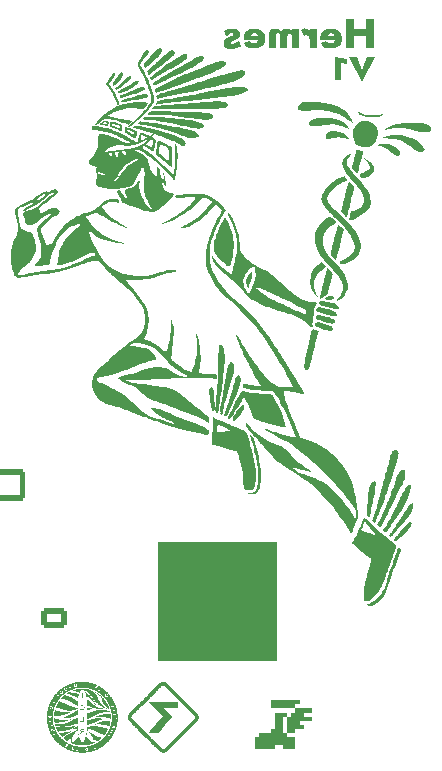
<source format=gbr>
%TF.GenerationSoftware,KiCad,Pcbnew,9.0.1*%
%TF.CreationDate,2025-04-25T18:03:20+03:00*%
%TF.ProjectId,Ricardo-Hermes,52696361-7264-46f2-9d48-65726d65732e,rev?*%
%TF.SameCoordinates,Original*%
%TF.FileFunction,Legend,Bot*%
%TF.FilePolarity,Positive*%
%FSLAX46Y46*%
G04 Gerber Fmt 4.6, Leading zero omitted, Abs format (unit mm)*
G04 Created by KiCad (PCBNEW 9.0.1) date 2025-04-25 18:03:20*
%MOMM*%
%LPD*%
G01*
G04 APERTURE LIST*
G04 Aperture macros list*
%AMRoundRect*
0 Rectangle with rounded corners*
0 $1 Rounding radius*
0 $2 $3 $4 $5 $6 $7 $8 $9 X,Y pos of 4 corners*
0 Add a 4 corners polygon primitive as box body*
4,1,4,$2,$3,$4,$5,$6,$7,$8,$9,$2,$3,0*
0 Add four circle primitives for the rounded corners*
1,1,$1+$1,$2,$3*
1,1,$1+$1,$4,$5*
1,1,$1+$1,$6,$7*
1,1,$1+$1,$8,$9*
0 Add four rect primitives between the rounded corners*
20,1,$1+$1,$2,$3,$4,$5,0*
20,1,$1+$1,$4,$5,$6,$7,0*
20,1,$1+$1,$6,$7,$8,$9,0*
20,1,$1+$1,$8,$9,$2,$3,0*%
G04 Aperture macros list end*
%ADD10C,0.150000*%
%ADD11C,0.000000*%
%ADD12C,0.100000*%
%ADD13RoundRect,0.250001X1.399999X-1.099999X1.399999X1.099999X-1.399999X1.099999X-1.399999X-1.099999X0*%
%ADD14O,3.300000X2.700000*%
%ADD15R,1.700000X1.700000*%
%ADD16C,0.600000*%
%ADD17O,2.000000X0.900000*%
%ADD18O,1.700000X0.900000*%
%ADD19R,2.420000X5.080000*%
%ADD20C,1.700000*%
%ADD21C,5.600000*%
%ADD22RoundRect,0.250000X0.850000X0.600000X-0.850000X0.600000X-0.850000X-0.600000X0.850000X-0.600000X0*%
%ADD23O,2.200000X1.700000*%
%ADD24O,1.700000X1.700000*%
G04 APERTURE END LIST*
D10*
G36*
X153669124Y-73237091D02*
G01*
X153669124Y-75687000D01*
X152990129Y-75687000D01*
X152990129Y-74710639D01*
X152024148Y-74710639D01*
X152024148Y-75687000D01*
X151345153Y-75687000D01*
X151345153Y-73237091D01*
X152024148Y-73237091D01*
X152024148Y-74105069D01*
X152990129Y-74105069D01*
X152990129Y-73237091D01*
X153669124Y-73237091D01*
G37*
G36*
X150171765Y-74046870D02*
G01*
X150287219Y-74061251D01*
X150391145Y-74083944D01*
X150487512Y-74115084D01*
X150573215Y-74152989D01*
X150651453Y-74198390D01*
X150720219Y-74249578D01*
X150781541Y-74307508D01*
X150834514Y-74371029D01*
X150879897Y-74440762D01*
X150947248Y-74598425D01*
X150982297Y-74782125D01*
X150986727Y-74882067D01*
X150981879Y-74983794D01*
X150967486Y-75079986D01*
X150944490Y-75168172D01*
X150912849Y-75250670D01*
X150873536Y-75325988D01*
X150826273Y-75395406D01*
X150709330Y-75515206D01*
X150561776Y-75609977D01*
X150382151Y-75677986D01*
X150168664Y-75715815D01*
X150027769Y-75722109D01*
X149902092Y-75717214D01*
X149784768Y-75702486D01*
X149682397Y-75679738D01*
X149587087Y-75648270D01*
X149502475Y-75609994D01*
X149424094Y-75563660D01*
X149287934Y-75449090D01*
X149173513Y-75301284D01*
X149131703Y-75228586D01*
X149677738Y-75120051D01*
X149712003Y-75170239D01*
X149753161Y-75212624D01*
X149852279Y-75272126D01*
X149980902Y-75302240D01*
X150048682Y-75305523D01*
X150111281Y-75300689D01*
X150167737Y-75286393D01*
X150215726Y-75264216D01*
X150257846Y-75233975D01*
X150323784Y-75150635D01*
X150366000Y-75032663D01*
X150370624Y-75008157D01*
X149152769Y-75008157D01*
X149145747Y-74854131D01*
X149150612Y-74745800D01*
X149157679Y-74696595D01*
X149793143Y-74696595D01*
X150363755Y-74696595D01*
X150343229Y-74623494D01*
X150315109Y-74562145D01*
X150283811Y-74517579D01*
X150246386Y-74482017D01*
X150158224Y-74438976D01*
X150062726Y-74427164D01*
X150006614Y-74431979D01*
X149955781Y-74446139D01*
X149912137Y-74468343D01*
X149874461Y-74498521D01*
X149819399Y-74580389D01*
X149793489Y-74691549D01*
X149793143Y-74696595D01*
X149157679Y-74696595D01*
X149165133Y-74644689D01*
X149187813Y-74555289D01*
X149219035Y-74472659D01*
X149257117Y-74399533D01*
X149302951Y-74332902D01*
X149415389Y-74221176D01*
X149557909Y-74135219D01*
X149734461Y-74075429D01*
X149950345Y-74044904D01*
X150048682Y-74042024D01*
X150171765Y-74046870D01*
G37*
G36*
X147786382Y-74696595D02*
G01*
X147534354Y-74175136D01*
X147603316Y-74106798D01*
X147712710Y-74052567D01*
X147821340Y-74035155D01*
X147946368Y-74053912D01*
X148069551Y-74110804D01*
X148183094Y-74205655D01*
X148244948Y-74283519D01*
X148244948Y-74077134D01*
X148836321Y-74077134D01*
X148836321Y-75687000D01*
X148244948Y-75687000D01*
X148244948Y-74948623D01*
X148240216Y-74871253D01*
X148226628Y-74803641D01*
X148205747Y-74747158D01*
X148178176Y-74699940D01*
X148145450Y-74662629D01*
X148107900Y-74634233D01*
X148021256Y-74604157D01*
X147989409Y-74602103D01*
X147936681Y-74606806D01*
X147890322Y-74620186D01*
X147811530Y-74670683D01*
X147786382Y-74696595D01*
G37*
G36*
X144794102Y-74644083D02*
G01*
X144799251Y-74513952D01*
X144815756Y-74398314D01*
X144837779Y-74317826D01*
X144868600Y-74246946D01*
X144902876Y-74193697D01*
X144944782Y-74147989D01*
X144991298Y-74112236D01*
X145045324Y-74083371D01*
X145178706Y-74046709D01*
X145298006Y-74038666D01*
X145381167Y-74043468D01*
X145459906Y-74057543D01*
X145604235Y-74112059D01*
X145730124Y-74200148D01*
X145816106Y-74294052D01*
X145843963Y-74233830D01*
X145879797Y-74181523D01*
X145920083Y-74140582D01*
X145967849Y-74106439D01*
X146086308Y-74059058D01*
X146248387Y-74038980D01*
X146274519Y-74038666D01*
X146355004Y-74043467D01*
X146429185Y-74057539D01*
X146496058Y-74079965D01*
X146556817Y-74110415D01*
X146660723Y-74194271D01*
X146742097Y-74309260D01*
X146746976Y-74318629D01*
X146746976Y-74077134D01*
X147324458Y-74077134D01*
X147324458Y-75687000D01*
X146746976Y-75687000D01*
X146746976Y-74707128D01*
X146742222Y-74636615D01*
X146728481Y-74577412D01*
X146708343Y-74532372D01*
X146681749Y-74496791D01*
X146650805Y-74471441D01*
X146615067Y-74454502D01*
X146550972Y-74444567D01*
X146505290Y-74449404D01*
X146467184Y-74463728D01*
X146415575Y-74513948D01*
X146384693Y-74600141D01*
X146376033Y-74707128D01*
X146376033Y-75687000D01*
X145770616Y-75687000D01*
X145770616Y-74707128D01*
X145765862Y-74636677D01*
X145752128Y-74577513D01*
X145731988Y-74532462D01*
X145705397Y-74496865D01*
X145674448Y-74471486D01*
X145638717Y-74454526D01*
X145574611Y-74444567D01*
X145528876Y-74449404D01*
X145490731Y-74463728D01*
X145439089Y-74513934D01*
X145408193Y-74600078D01*
X145399519Y-74707128D01*
X145399519Y-75687000D01*
X144794102Y-75687000D01*
X144794102Y-74644083D01*
G37*
G36*
X143682233Y-74046870D02*
G01*
X143797687Y-74061251D01*
X143901612Y-74083944D01*
X143997980Y-74115084D01*
X144083683Y-74152989D01*
X144161921Y-74198390D01*
X144230687Y-74249578D01*
X144292009Y-74307508D01*
X144344982Y-74371029D01*
X144390364Y-74440762D01*
X144457716Y-74598425D01*
X144492765Y-74782125D01*
X144497195Y-74882067D01*
X144492347Y-74983794D01*
X144477953Y-75079986D01*
X144454957Y-75168172D01*
X144423316Y-75250670D01*
X144384004Y-75325988D01*
X144336740Y-75395406D01*
X144219798Y-75515206D01*
X144072243Y-75609977D01*
X143892618Y-75677986D01*
X143679131Y-75715815D01*
X143538236Y-75722109D01*
X143412560Y-75717214D01*
X143295235Y-75702486D01*
X143192864Y-75679738D01*
X143097554Y-75648270D01*
X143012943Y-75609994D01*
X142934562Y-75563660D01*
X142798402Y-75449090D01*
X142683981Y-75301284D01*
X142642170Y-75228586D01*
X143188206Y-75120051D01*
X143222471Y-75170239D01*
X143263628Y-75212624D01*
X143362747Y-75272126D01*
X143491370Y-75302240D01*
X143559149Y-75305523D01*
X143621748Y-75300689D01*
X143678205Y-75286393D01*
X143726194Y-75264216D01*
X143768314Y-75233975D01*
X143834252Y-75150635D01*
X143876468Y-75032663D01*
X143881092Y-75008157D01*
X142663236Y-75008157D01*
X142656214Y-74854131D01*
X142661080Y-74745800D01*
X142668146Y-74696595D01*
X143303610Y-74696595D01*
X143874223Y-74696595D01*
X143853697Y-74623494D01*
X143825577Y-74562145D01*
X143794279Y-74517579D01*
X143756853Y-74482017D01*
X143668692Y-74438976D01*
X143573193Y-74427164D01*
X143517082Y-74431979D01*
X143466249Y-74446139D01*
X143422605Y-74468343D01*
X143384929Y-74498521D01*
X143329866Y-74580389D01*
X143303956Y-74691549D01*
X143303610Y-74696595D01*
X142668146Y-74696595D01*
X142675600Y-74644689D01*
X142698281Y-74555289D01*
X142729503Y-74472659D01*
X142767584Y-74399533D01*
X142813419Y-74332902D01*
X142925857Y-74221176D01*
X143068377Y-74135219D01*
X143244929Y-74075429D01*
X143460813Y-74044904D01*
X143559149Y-74042024D01*
X143682233Y-74046870D01*
G37*
G36*
X142255808Y-75074561D02*
G01*
X142476390Y-75487636D01*
X142340621Y-75568620D01*
X142199431Y-75638129D01*
X142081313Y-75684111D01*
X141957172Y-75720596D01*
X141838411Y-75744662D01*
X141712907Y-75759396D01*
X141587346Y-75764089D01*
X141475760Y-75759188D01*
X141374414Y-75744422D01*
X141291560Y-75722411D01*
X141217560Y-75692132D01*
X141157354Y-75656827D01*
X141105003Y-75614378D01*
X141062540Y-75567186D01*
X141027504Y-75513395D01*
X140980354Y-75386238D01*
X140964374Y-75232097D01*
X140969131Y-75158781D01*
X140982884Y-75093588D01*
X141033613Y-74985689D01*
X141115782Y-74896857D01*
X141237904Y-74818296D01*
X141422940Y-74738574D01*
X141558216Y-74691130D01*
X141666941Y-74652633D01*
X141743767Y-74617384D01*
X141789367Y-74577479D01*
X141804417Y-74525014D01*
X141799444Y-74498153D01*
X141784169Y-74474701D01*
X141760238Y-74457375D01*
X141726499Y-74445731D01*
X141678327Y-74441056D01*
X141555599Y-74459592D01*
X141390623Y-74523985D01*
X141302503Y-74573910D01*
X141219458Y-74632697D01*
X141184804Y-74661637D01*
X141006354Y-74259095D01*
X141155855Y-74180116D01*
X141312773Y-74114717D01*
X141426072Y-74080259D01*
X141545251Y-74055981D01*
X141730839Y-74042024D01*
X141836922Y-74046872D01*
X141935480Y-74061269D01*
X142021539Y-74083630D01*
X142099374Y-74114246D01*
X142164316Y-74150310D01*
X142220841Y-74193316D01*
X142265819Y-74239964D01*
X142302374Y-74292483D01*
X142329131Y-74348374D01*
X142347250Y-74409453D01*
X142357322Y-74507612D01*
X142352568Y-74584640D01*
X142338831Y-74653688D01*
X142287907Y-74769469D01*
X142206532Y-74863875D01*
X142090306Y-74942814D01*
X141928354Y-75010186D01*
X141902420Y-75018537D01*
X141711600Y-75086606D01*
X141608858Y-75142069D01*
X141583268Y-75168783D01*
X141570085Y-75197359D01*
X141566433Y-75228586D01*
X141571345Y-75263225D01*
X141586187Y-75292002D01*
X141608071Y-75312034D01*
X141638183Y-75325892D01*
X141695882Y-75333611D01*
X141766245Y-75327176D01*
X141864210Y-75301672D01*
X141954509Y-75265095D01*
X142060097Y-75209253D01*
X142255808Y-75074561D01*
G37*
G36*
X152684895Y-77520526D02*
G01*
X153113297Y-76453673D01*
X153751626Y-76453673D01*
X152684895Y-78545246D01*
X151615234Y-76453673D01*
X152253684Y-76453673D01*
X152684895Y-77520526D01*
G37*
G36*
X151445973Y-77072462D02*
G01*
X150944787Y-76954859D01*
X150944787Y-78413600D01*
X150424061Y-78413600D01*
X150424061Y-76414472D01*
X151445973Y-76610477D01*
X151445973Y-77072462D01*
G37*
D11*
%TO.C,G\u002A\u002A\u002A*%
G36*
X147398294Y-131089646D02*
G01*
X147398294Y-131261733D01*
X147226207Y-131261733D01*
X147054120Y-131261733D01*
X147054120Y-131433820D01*
X147054120Y-131605906D01*
X146021600Y-131605906D01*
X144989080Y-131605906D01*
X144989080Y-131261733D01*
X144989080Y-130917559D01*
X146193687Y-130917559D01*
X147398294Y-130917559D01*
X147398294Y-131089646D01*
G37*
G36*
X148430814Y-131777993D02*
G01*
X148430814Y-131950080D01*
X148086641Y-131950080D01*
X147742467Y-131950080D01*
X147742467Y-132122166D01*
X147742467Y-132294253D01*
X148086641Y-132294253D01*
X148430814Y-132294253D01*
X148430814Y-132466340D01*
X148430814Y-132638427D01*
X147914554Y-132638427D01*
X147398294Y-132638427D01*
X147398294Y-132810513D01*
X147398294Y-132982600D01*
X147570381Y-132982600D01*
X147742467Y-132982600D01*
X147742467Y-133154687D01*
X147742467Y-133326773D01*
X147398294Y-133326773D01*
X147054120Y-133326773D01*
X147054120Y-133498860D01*
X147054120Y-133670947D01*
X146709947Y-133670947D01*
X146365773Y-133670947D01*
X146365773Y-133843034D01*
X146365773Y-134015120D01*
X146709947Y-134015120D01*
X147054120Y-134015120D01*
X147054120Y-134531381D01*
X147054120Y-135047641D01*
X146537860Y-135047641D01*
X146021600Y-135047641D01*
X146021600Y-134875554D01*
X146021600Y-134703467D01*
X145677427Y-134703467D01*
X145333253Y-134703467D01*
X145333253Y-134875554D01*
X145333253Y-135047641D01*
X144472820Y-135047641D01*
X143612386Y-135047641D01*
X143612386Y-134531381D01*
X143612386Y-134015120D01*
X143784473Y-134015120D01*
X143956559Y-134015120D01*
X143956559Y-133843034D01*
X143956559Y-133670947D01*
X144472820Y-133670947D01*
X144989080Y-133670947D01*
X146021600Y-133670947D01*
X146193687Y-133670947D01*
X146365773Y-133670947D01*
X146365773Y-132982600D01*
X146365773Y-132294253D01*
X146193687Y-132294253D01*
X146021600Y-132294253D01*
X146021600Y-132982600D01*
X146021600Y-133670947D01*
X144989080Y-133670947D01*
X144989080Y-133498860D01*
X144989080Y-133326773D01*
X145161166Y-133326773D01*
X145333253Y-133326773D01*
X145333253Y-132982600D01*
X145333253Y-132638427D01*
X145333253Y-131950080D01*
X145849513Y-131950080D01*
X146365773Y-131950080D01*
X146365773Y-132122166D01*
X146365773Y-132294253D01*
X146537860Y-132294253D01*
X146709947Y-132294253D01*
X146709947Y-132122166D01*
X146709947Y-131950080D01*
X146882034Y-131950080D01*
X147054120Y-131950080D01*
X147054120Y-131777993D01*
X147054120Y-131605906D01*
X147742467Y-131605906D01*
X148430814Y-131605906D01*
X148430814Y-131777993D01*
G37*
D12*
%TO.C,REF\u002A\u002A*%
X145382800Y-127517800D02*
X135382800Y-127517800D01*
X135382800Y-117517800D01*
X145382800Y-117517800D01*
X145382800Y-127517800D01*
G36*
X145382800Y-127517800D02*
G01*
X135382800Y-127517800D01*
X135382800Y-117517800D01*
X145382800Y-117517800D01*
X145382800Y-127517800D01*
G37*
D11*
%TO.C,G\u002A\u002A\u002A*%
G36*
X145954587Y-107797284D02*
G01*
X145937699Y-107814173D01*
X145920810Y-107797284D01*
X145937699Y-107780396D01*
X145954587Y-107797284D01*
G37*
G36*
X146055917Y-107831061D02*
G01*
X146039028Y-107847949D01*
X146022140Y-107831061D01*
X146039028Y-107814173D01*
X146055917Y-107831061D01*
G37*
G36*
X146191023Y-107864838D02*
G01*
X146174135Y-107881726D01*
X146157247Y-107864838D01*
X146174135Y-107847949D01*
X146191023Y-107864838D01*
G37*
G36*
X147947406Y-111782923D02*
G01*
X147930518Y-111799811D01*
X147913630Y-111782923D01*
X147930518Y-111766034D01*
X147947406Y-111782923D01*
G37*
G36*
X150172109Y-96652001D02*
G01*
X150228523Y-96682463D01*
X150291935Y-96744866D01*
X150311232Y-96827442D01*
X150271877Y-96904670D01*
X150176661Y-96961535D01*
X150176558Y-96961570D01*
X150022883Y-96996677D01*
X149866220Y-97003862D01*
X149728471Y-96984061D01*
X149631534Y-96938212D01*
X149551794Y-96870762D01*
X149640057Y-96791814D01*
X149683434Y-96761229D01*
X149797488Y-96708857D01*
X149934760Y-96669056D01*
X150027373Y-96650756D01*
X150112636Y-96641778D01*
X150172109Y-96652001D01*
G37*
G36*
X132384225Y-77746001D02*
G01*
X132428230Y-77804884D01*
X132443949Y-77920800D01*
X132427829Y-78015961D01*
X132358590Y-78166530D01*
X132239728Y-78336892D01*
X132076635Y-78519596D01*
X131874705Y-78707191D01*
X131862934Y-78717212D01*
X131770424Y-78793374D01*
X131699729Y-78847215D01*
X131665340Y-78867630D01*
X131636745Y-78851655D01*
X131585142Y-78802836D01*
X131564360Y-78777676D01*
X131552289Y-78743818D01*
X131565962Y-78699747D01*
X131610842Y-78631266D01*
X131692394Y-78524179D01*
X131789445Y-78393067D01*
X131894311Y-78241176D01*
X131979599Y-78107575D01*
X132019923Y-78042777D01*
X132129784Y-77892541D01*
X132230273Y-77791732D01*
X132316663Y-77742252D01*
X132384225Y-77746001D01*
G37*
G36*
X142706708Y-105920717D02*
G01*
X142737116Y-105981221D01*
X142724219Y-106082376D01*
X142668663Y-106230307D01*
X142622332Y-106320917D01*
X142529086Y-106473734D01*
X142410887Y-106647571D01*
X142279544Y-106825928D01*
X142146865Y-106992304D01*
X142024660Y-107130197D01*
X141939741Y-107213877D01*
X141872052Y-107261855D01*
X141820855Y-107266513D01*
X141773044Y-107233215D01*
X141746891Y-107199295D01*
X141729222Y-107132103D01*
X141743957Y-107042784D01*
X141793750Y-106923849D01*
X141881255Y-106767808D01*
X142009127Y-106567173D01*
X142046037Y-106511549D01*
X142194122Y-106294990D01*
X142315531Y-106131036D01*
X142415204Y-106014365D01*
X142498080Y-105939656D01*
X142569099Y-105901586D01*
X142633201Y-105894834D01*
X142706708Y-105920717D01*
G37*
G36*
X149261555Y-97677259D02*
G01*
X149458318Y-97713517D01*
X149669832Y-97762750D01*
X149882484Y-97821267D01*
X150082661Y-97885379D01*
X150256749Y-97951393D01*
X150391135Y-98015619D01*
X150472207Y-98074367D01*
X150488604Y-98093028D01*
X150539991Y-98179176D01*
X150530515Y-98256023D01*
X150459335Y-98340983D01*
X150384015Y-98393631D01*
X150298896Y-98407200D01*
X150225909Y-98390632D01*
X149845936Y-98300172D01*
X149529711Y-98216750D01*
X149274422Y-98139353D01*
X149077258Y-98066967D01*
X148935406Y-97998582D01*
X148846055Y-97933184D01*
X148806393Y-97869760D01*
X148803678Y-97858443D01*
X148798646Y-97758552D01*
X148844393Y-97696452D01*
X148948349Y-97661227D01*
X148966733Y-97658432D01*
X149093155Y-97657668D01*
X149261555Y-97677259D01*
G37*
G36*
X143385343Y-94574317D02*
G01*
X143391958Y-94612546D01*
X143391039Y-94698813D01*
X143383849Y-94816394D01*
X143371652Y-94948563D01*
X143355713Y-95078595D01*
X143337295Y-95189766D01*
X143328315Y-95231483D01*
X143283653Y-95402304D01*
X143220438Y-95609141D01*
X143144689Y-95831925D01*
X143109997Y-95921048D01*
X143073635Y-95996956D01*
X143049779Y-96026141D01*
X143029354Y-96012309D01*
X142992496Y-95943693D01*
X142952817Y-95828362D01*
X142914994Y-95678387D01*
X142899767Y-95544701D01*
X142907336Y-95357276D01*
X142940138Y-95172644D01*
X142994397Y-95022006D01*
X142999227Y-95013129D01*
X143048104Y-94940196D01*
X143120121Y-94847521D01*
X143202491Y-94749821D01*
X143282427Y-94661814D01*
X143347142Y-94598217D01*
X143383850Y-94573747D01*
X143385343Y-94574317D01*
G37*
G36*
X154706213Y-83784767D02*
G01*
X155007758Y-83839430D01*
X155296817Y-83944645D01*
X155559562Y-84096518D01*
X155782164Y-84291154D01*
X155850332Y-84368092D01*
X155896360Y-84435988D01*
X155910906Y-84496175D01*
X155903321Y-84570192D01*
X155901293Y-84580565D01*
X155864932Y-84680026D01*
X155811897Y-84753202D01*
X155796645Y-84765552D01*
X155711885Y-84810116D01*
X155619783Y-84812788D01*
X155511987Y-84770573D01*
X155380141Y-84680475D01*
X155215893Y-84539499D01*
X154944579Y-84321397D01*
X154621400Y-84128153D01*
X154289278Y-83995678D01*
X154251492Y-83984093D01*
X154137419Y-83945690D01*
X154057630Y-83913486D01*
X154027510Y-83893486D01*
X154030029Y-83887960D01*
X154073475Y-83861602D01*
X154153856Y-83832518D01*
X154406011Y-83784553D01*
X154706213Y-83784767D01*
G37*
G36*
X152386040Y-81113258D02*
G01*
X152463296Y-81146384D01*
X152564818Y-81199975D01*
X152572592Y-81204331D01*
X152766354Y-81285441D01*
X153007276Y-81345908D01*
X153278479Y-81384102D01*
X153563081Y-81398391D01*
X153844204Y-81387146D01*
X154104967Y-81348737D01*
X154113029Y-81347008D01*
X154240922Y-81319620D01*
X154347457Y-81296871D01*
X154410289Y-81283533D01*
X154443521Y-81277741D01*
X154452904Y-81288418D01*
X154414597Y-81334457D01*
X154373070Y-81370298D01*
X154252919Y-81435356D01*
X154092078Y-81492127D01*
X153908020Y-81533737D01*
X153695454Y-81559534D01*
X153386687Y-81565920D01*
X153086882Y-81538311D01*
X152813506Y-81478619D01*
X152584024Y-81388757D01*
X152532784Y-81355521D01*
X152457771Y-81288559D01*
X152392941Y-81213692D01*
X152352344Y-81147793D01*
X152350030Y-81107737D01*
X152386040Y-81113258D01*
G37*
G36*
X133084050Y-78039579D02*
G01*
X133094394Y-78043210D01*
X133141849Y-78081926D01*
X133143660Y-78147957D01*
X133098434Y-78247403D01*
X133004776Y-78386365D01*
X132892976Y-78521314D01*
X132715425Y-78690174D01*
X132489752Y-78863369D01*
X132207513Y-79047907D01*
X132156623Y-79078949D01*
X132048980Y-79142940D01*
X131970037Y-79187515D01*
X131934091Y-79204485D01*
X131900464Y-79185105D01*
X131853339Y-79137822D01*
X131814554Y-79086829D01*
X131805215Y-79056385D01*
X131806847Y-79054934D01*
X131845632Y-79024788D01*
X131922132Y-78967260D01*
X132021741Y-78893350D01*
X132122545Y-78813206D01*
X132256620Y-78697816D01*
X132403410Y-78564930D01*
X132545278Y-78430153D01*
X132601795Y-78375055D01*
X132746261Y-78236701D01*
X132854368Y-78139098D01*
X132934157Y-78076414D01*
X132993672Y-78042820D01*
X133040955Y-78032485D01*
X133084050Y-78039579D01*
G37*
G36*
X149048154Y-98309459D02*
G01*
X149162931Y-98330948D01*
X149322738Y-98367279D01*
X149537613Y-98420046D01*
X149639853Y-98445763D01*
X149869724Y-98505224D01*
X150044854Y-98554223D01*
X150173351Y-98595968D01*
X150263322Y-98633667D01*
X150322874Y-98670526D01*
X150360115Y-98709753D01*
X150383151Y-98754555D01*
X150400333Y-98837479D01*
X150368896Y-98920482D01*
X150274676Y-98991360D01*
X150258855Y-98999230D01*
X150206445Y-99015785D01*
X150139837Y-99020069D01*
X150048931Y-99010652D01*
X149923625Y-98986104D01*
X149753818Y-98944996D01*
X149529411Y-98885899D01*
X149330322Y-98829461D01*
X149105266Y-98756128D01*
X148933661Y-98687529D01*
X148819948Y-98625498D01*
X148768568Y-98571868D01*
X148763418Y-98476688D01*
X148804665Y-98380706D01*
X148879102Y-98315510D01*
X148913553Y-98304638D01*
X148968374Y-98301220D01*
X149048154Y-98309459D01*
G37*
G36*
X156856679Y-115843621D02*
G01*
X156887633Y-115898855D01*
X156872887Y-115993764D01*
X156812601Y-116133532D01*
X156798573Y-116160377D01*
X156707599Y-116307176D01*
X156582911Y-116470109D01*
X156420242Y-116653781D01*
X156215326Y-116862795D01*
X155963895Y-117101756D01*
X155661682Y-117375268D01*
X155564028Y-117462027D01*
X155471143Y-117394248D01*
X155461860Y-117387420D01*
X155402519Y-117340603D01*
X155378257Y-117315581D01*
X155393484Y-117290810D01*
X155444041Y-117223535D01*
X155521251Y-117125594D01*
X155616021Y-117008233D01*
X155719256Y-116882701D01*
X155821862Y-116760243D01*
X155914745Y-116652107D01*
X155916332Y-116650290D01*
X156025527Y-116521656D01*
X156137323Y-116384216D01*
X156227760Y-116267421D01*
X156258149Y-116228236D01*
X156370827Y-116103804D01*
X156495068Y-115990958D01*
X156617460Y-115900011D01*
X156724590Y-115841277D01*
X156803045Y-115825068D01*
X156856679Y-115843621D01*
G37*
G36*
X149113123Y-98929469D02*
G01*
X149235256Y-98948502D01*
X149321731Y-98976035D01*
X149340731Y-98985087D01*
X149433159Y-99022379D01*
X149561413Y-99068489D01*
X149703789Y-99115496D01*
X149824337Y-99154246D01*
X149991889Y-99213045D01*
X150108021Y-99263483D01*
X150181773Y-99310631D01*
X150222186Y-99359562D01*
X150238302Y-99415346D01*
X150234989Y-99482166D01*
X150187637Y-99579480D01*
X150165347Y-99601787D01*
X150116964Y-99628772D01*
X150045191Y-99635959D01*
X149928469Y-99627329D01*
X149925240Y-99626986D01*
X149764631Y-99596446D01*
X149544841Y-99533367D01*
X149265888Y-99437754D01*
X148927787Y-99309613D01*
X148909299Y-99301944D01*
X148797047Y-99235864D01*
X148725352Y-99158857D01*
X148696779Y-99100645D01*
X148698965Y-99051407D01*
X148747140Y-98994374D01*
X148758573Y-98983438D01*
X148817331Y-98945244D01*
X148898158Y-98927388D01*
X149023501Y-98924169D01*
X149113123Y-98929469D01*
G37*
G36*
X150330959Y-82721905D02*
G01*
X150489368Y-82740410D01*
X150665635Y-82770567D01*
X150838465Y-82808074D01*
X150986562Y-82848632D01*
X151088630Y-82887941D01*
X151127692Y-82911716D01*
X151231169Y-82992724D01*
X151349980Y-83102419D01*
X151466579Y-83224060D01*
X151563418Y-83340909D01*
X151585776Y-83372153D01*
X151590498Y-83394078D01*
X151544614Y-83380218D01*
X151508246Y-83366845D01*
X151259007Y-83302257D01*
X150976800Y-83266784D01*
X150686529Y-83262390D01*
X150413098Y-83291036D01*
X150374294Y-83297955D01*
X150136674Y-83339415D01*
X149956416Y-83367376D01*
X149825604Y-83380903D01*
X149736326Y-83379061D01*
X149680664Y-83360918D01*
X149650705Y-83325538D01*
X149638534Y-83271986D01*
X149636236Y-83199330D01*
X149636244Y-83196850D01*
X149668840Y-83047435D01*
X149757220Y-82916267D01*
X149890462Y-82811937D01*
X150057644Y-82743038D01*
X150247844Y-82718162D01*
X150330959Y-82721905D01*
G37*
G36*
X153155784Y-81876034D02*
G01*
X153329629Y-81917191D01*
X153547958Y-81997739D01*
X153715863Y-82107412D01*
X153842828Y-82255372D01*
X153938339Y-82450776D01*
X154011879Y-82702784D01*
X154034477Y-82828364D01*
X154036395Y-83073460D01*
X153977932Y-83315825D01*
X153857037Y-83566895D01*
X153786698Y-83674089D01*
X153618180Y-83854407D01*
X153419860Y-83974924D01*
X153189470Y-84037238D01*
X153008513Y-84052264D01*
X152740517Y-84032574D01*
X152464354Y-83958010D01*
X152377205Y-83924838D01*
X152281908Y-83874303D01*
X152208192Y-83805415D01*
X152129472Y-83697494D01*
X152119082Y-83681689D01*
X152001231Y-83445066D01*
X151925826Y-83175035D01*
X151899268Y-82893943D01*
X151902692Y-82823822D01*
X151955515Y-82598863D01*
X152069897Y-82365733D01*
X152242908Y-82130935D01*
X152333891Y-82036569D01*
X152498370Y-81919780D01*
X152683479Y-81855965D01*
X152899268Y-81842319D01*
X153155784Y-81876034D01*
G37*
G36*
X140059694Y-104469321D02*
G01*
X140080007Y-104494938D01*
X140109343Y-104550123D01*
X140132931Y-104626593D01*
X140151712Y-104732057D01*
X140166628Y-104874229D01*
X140178623Y-105060819D01*
X140188638Y-105299540D01*
X140197615Y-105598101D01*
X140200836Y-105725022D01*
X140205458Y-105953626D01*
X140206689Y-106125745D01*
X140204301Y-106248899D01*
X140198062Y-106330609D01*
X140187742Y-106378395D01*
X140173113Y-106399778D01*
X140124045Y-106424342D01*
X140061176Y-106424044D01*
X140012526Y-106371603D01*
X139974291Y-106261903D01*
X139942666Y-106089825D01*
X139920456Y-105949751D01*
X139888360Y-105771896D01*
X139856925Y-105618694D01*
X139837876Y-105528284D01*
X139805476Y-105350176D01*
X139775995Y-105160797D01*
X139752121Y-104979503D01*
X139736542Y-104825651D01*
X139731946Y-104718598D01*
X139732705Y-104699642D01*
X139759269Y-104565554D01*
X139815210Y-104467903D01*
X139890568Y-104414263D01*
X139975383Y-104412211D01*
X140059694Y-104469321D01*
G37*
G36*
X149313187Y-97128867D02*
G01*
X149472565Y-97139996D01*
X149646450Y-97160068D01*
X149818907Y-97187682D01*
X149974002Y-97221436D01*
X150083006Y-97249538D01*
X150226222Y-97286502D01*
X150339837Y-97315871D01*
X150462310Y-97366725D01*
X150601313Y-97475246D01*
X150628366Y-97504732D01*
X150697942Y-97601906D01*
X150712494Y-97678606D01*
X150674866Y-97745281D01*
X150668269Y-97750949D01*
X150594233Y-97772814D01*
X150471366Y-97773818D01*
X150312449Y-97755344D01*
X150130263Y-97718775D01*
X149937589Y-97665493D01*
X149897897Y-97653157D01*
X149768775Y-97615797D01*
X149664624Y-97589687D01*
X149605009Y-97579864D01*
X149563837Y-97573627D01*
X149463812Y-97541449D01*
X149341823Y-97490396D01*
X149220167Y-97430127D01*
X149121143Y-97370298D01*
X149099327Y-97353525D01*
X149039935Y-97276601D01*
X149036294Y-97201737D01*
X149090401Y-97143663D01*
X149101687Y-97139052D01*
X149184249Y-97128085D01*
X149313187Y-97128867D01*
G37*
G36*
X152311381Y-84311558D02*
G01*
X152413254Y-84331899D01*
X152529082Y-84357891D01*
X152640007Y-84385246D01*
X152727170Y-84409677D01*
X152771713Y-84426896D01*
X152771004Y-84438561D01*
X152758081Y-84505292D01*
X152732092Y-84623009D01*
X152695162Y-84782442D01*
X152649416Y-84974319D01*
X152596978Y-85189367D01*
X152572945Y-85287047D01*
X152517951Y-85511526D01*
X152467330Y-85719424D01*
X152424048Y-85898494D01*
X152391071Y-86036486D01*
X152371363Y-86121154D01*
X152352869Y-86191227D01*
X152323176Y-86268457D01*
X152297516Y-86298481D01*
X152285546Y-86293793D01*
X152230330Y-86253598D01*
X152146151Y-86181155D01*
X152045876Y-86087264D01*
X151828345Y-85876047D01*
X151943597Y-85420176D01*
X151993716Y-85220579D01*
X152047067Y-85005769D01*
X152096460Y-84804781D01*
X152135514Y-84643428D01*
X152156346Y-84557217D01*
X152187564Y-84431969D01*
X152211262Y-84341877D01*
X152223492Y-84302247D01*
X152242321Y-84301157D01*
X152311381Y-84311558D01*
G37*
G36*
X135692030Y-75706484D02*
G01*
X135760677Y-75764771D01*
X135785670Y-75858506D01*
X135764874Y-75976707D01*
X135696156Y-76108389D01*
X135664255Y-76148139D01*
X135581372Y-76238067D01*
X135464152Y-76357469D01*
X135322222Y-76497216D01*
X135165207Y-76648177D01*
X135002735Y-76801221D01*
X134844433Y-76947217D01*
X134699927Y-77077036D01*
X134578843Y-77181547D01*
X134490809Y-77251618D01*
X134446651Y-77282992D01*
X134375702Y-77329316D01*
X134338814Y-77347423D01*
X134328553Y-77340456D01*
X134290456Y-77291125D01*
X134240263Y-77210092D01*
X134221924Y-77179744D01*
X134199092Y-77142497D01*
X134186101Y-77109679D01*
X134187307Y-77074405D01*
X134207067Y-77029788D01*
X134249736Y-76968943D01*
X134319673Y-76884986D01*
X134421232Y-76771029D01*
X134558772Y-76620189D01*
X134736649Y-76425579D01*
X134909981Y-76237810D01*
X135088763Y-76051747D01*
X135235586Y-75909997D01*
X135356055Y-75807886D01*
X135455778Y-75740738D01*
X135540358Y-75703878D01*
X135615402Y-75692630D01*
X135692030Y-75706484D01*
G37*
G36*
X151799849Y-87243863D02*
G01*
X152032019Y-87493206D01*
X151971384Y-87731814D01*
X151965690Y-87754336D01*
X151937763Y-87866032D01*
X151897169Y-88029546D01*
X151846508Y-88234354D01*
X151788381Y-88469934D01*
X151725387Y-88725764D01*
X151660129Y-88991320D01*
X151629905Y-89113920D01*
X151569538Y-89355598D01*
X151514675Y-89571070D01*
X151467388Y-89752443D01*
X151429750Y-89891827D01*
X151403834Y-89981330D01*
X151391713Y-90013062D01*
X151379113Y-90005266D01*
X151326719Y-89959607D01*
X151244983Y-89882149D01*
X151145111Y-89783332D01*
X150916303Y-89552757D01*
X151000291Y-89234462D01*
X151008897Y-89201742D01*
X151060351Y-89002858D01*
X151117586Y-88777181D01*
X151176813Y-88540077D01*
X151234242Y-88306907D01*
X151286085Y-88093037D01*
X151328553Y-87913831D01*
X151357855Y-87784652D01*
X151372592Y-87719623D01*
X151409038Y-87573133D01*
X151444162Y-87446886D01*
X151452369Y-87419492D01*
X151492799Y-87278510D01*
X151528951Y-87144705D01*
X151567679Y-86994519D01*
X151799849Y-87243863D01*
G37*
G36*
X133709600Y-78454802D02*
G01*
X133763695Y-78518032D01*
X133765276Y-78522681D01*
X133759391Y-78612101D01*
X133695307Y-78716790D01*
X133578332Y-78830255D01*
X133413776Y-78946002D01*
X133358942Y-78978736D01*
X133226783Y-79052837D01*
X133074514Y-79133700D01*
X132915360Y-79214785D01*
X132762545Y-79289554D01*
X132629293Y-79351466D01*
X132528828Y-79393981D01*
X132474373Y-79410561D01*
X132458850Y-79413041D01*
X132385807Y-79436353D01*
X132291954Y-79475609D01*
X132184314Y-79521810D01*
X132117985Y-79535524D01*
X132077218Y-79515007D01*
X132044957Y-79459120D01*
X132025768Y-79403699D01*
X132042087Y-79363286D01*
X132109423Y-79321939D01*
X132123119Y-79314853D01*
X132359652Y-79191044D01*
X132549621Y-79088083D01*
X132706729Y-78998140D01*
X132844679Y-78913382D01*
X132977173Y-78825978D01*
X133031116Y-78789556D01*
X133153702Y-78708576D01*
X133256707Y-78642864D01*
X133322140Y-78603996D01*
X133392331Y-78559993D01*
X133479061Y-78491261D01*
X133529648Y-78456081D01*
X133623898Y-78433428D01*
X133709600Y-78454802D01*
G37*
G36*
X149439171Y-93989055D02*
G01*
X149609371Y-94159256D01*
X149444016Y-94313926D01*
X149359753Y-94391282D01*
X149261047Y-94478691D01*
X149187458Y-94540337D01*
X149117096Y-94604686D01*
X149001314Y-94737275D01*
X148884360Y-94896198D01*
X148781477Y-95060228D01*
X148707908Y-95208138D01*
X148649479Y-95381007D01*
X148606913Y-95640965D01*
X148618458Y-95911228D01*
X148684799Y-96200872D01*
X148806619Y-96518977D01*
X148925935Y-96786114D01*
X148757057Y-96600343D01*
X148609031Y-96412943D01*
X148477934Y-96180351D01*
X148369423Y-95900884D01*
X148360062Y-95870464D01*
X148337596Y-95770415D01*
X148324897Y-95651580D01*
X148320756Y-95497798D01*
X148323965Y-95292905D01*
X148327038Y-95190575D01*
X148334281Y-95034415D01*
X148345690Y-94920078D01*
X148364220Y-94830582D01*
X148392829Y-94748946D01*
X148434474Y-94658189D01*
X148442294Y-94642723D01*
X148533368Y-94501172D01*
X148663821Y-94340560D01*
X148818524Y-94177019D01*
X148982350Y-94026680D01*
X149140170Y-93905676D01*
X149268970Y-93818855D01*
X149439171Y-93989055D01*
G37*
G36*
X150673146Y-90610857D02*
G01*
X150726040Y-90647910D01*
X150808810Y-90718382D01*
X150910901Y-90813683D01*
X151152541Y-91047774D01*
X151017897Y-91586359D01*
X151000310Y-91656542D01*
X150943193Y-91882671D01*
X150884266Y-92113699D01*
X150829542Y-92326135D01*
X150785030Y-92496487D01*
X150751369Y-92625193D01*
X150713113Y-92775008D01*
X150683303Y-92895760D01*
X150666473Y-92969359D01*
X150664450Y-92979122D01*
X150643610Y-93069037D01*
X150612050Y-93195894D01*
X150575761Y-93335507D01*
X150505381Y-93600326D01*
X150273370Y-93370092D01*
X150266641Y-93363412D01*
X150161789Y-93257311D01*
X150097154Y-93183586D01*
X150064538Y-93128653D01*
X150055743Y-93078929D01*
X150062570Y-93020832D01*
X150073627Y-92970732D01*
X150098916Y-92863821D01*
X150136009Y-92710096D01*
X150182584Y-92518927D01*
X150236324Y-92299685D01*
X150294908Y-92061739D01*
X150356016Y-91814458D01*
X150417329Y-91567213D01*
X150476528Y-91329372D01*
X150531292Y-91110306D01*
X150579302Y-90919384D01*
X150618239Y-90765977D01*
X150645783Y-90659453D01*
X150659613Y-90609183D01*
X150673146Y-90610857D01*
G37*
G36*
X134154976Y-78987570D02*
G01*
X134221706Y-79010911D01*
X134287282Y-79068939D01*
X134288852Y-79144565D01*
X134224784Y-79232067D01*
X134220565Y-79235763D01*
X134150942Y-79277997D01*
X134030379Y-79335315D01*
X133870940Y-79402956D01*
X133684688Y-79476161D01*
X133483689Y-79550169D01*
X133280006Y-79620218D01*
X133085704Y-79681549D01*
X133064554Y-79687912D01*
X132916358Y-79734167D01*
X132743465Y-79790158D01*
X132579055Y-79845170D01*
X132517475Y-79866131D01*
X132398240Y-79906201D01*
X132311934Y-79934485D01*
X132274027Y-79945877D01*
X132264860Y-79941644D01*
X132237642Y-79896443D01*
X132210533Y-79823936D01*
X132192793Y-79751646D01*
X132193683Y-79707095D01*
X132202756Y-79697022D01*
X132256424Y-79678269D01*
X132263802Y-79677113D01*
X132325243Y-79657848D01*
X132435387Y-79618081D01*
X132583727Y-79562002D01*
X132759757Y-79493800D01*
X132952971Y-79417666D01*
X133152862Y-79337789D01*
X133348925Y-79258359D01*
X133530652Y-79183566D01*
X133687539Y-79117599D01*
X133809078Y-79064649D01*
X133884763Y-79028905D01*
X133972466Y-78988611D01*
X134057965Y-78972755D01*
X134154976Y-78987570D01*
G37*
G36*
X134453876Y-79550496D02*
G01*
X134520577Y-79576414D01*
X134562497Y-79634071D01*
X134560272Y-79724899D01*
X134495877Y-79829675D01*
X134444734Y-79875509D01*
X134371400Y-79912509D01*
X134261188Y-79945983D01*
X134099002Y-79981714D01*
X134053086Y-79990654D01*
X133852719Y-80025491D01*
X133635282Y-80058294D01*
X133440358Y-80082979D01*
X133388918Y-80089073D01*
X133187811Y-80119294D01*
X132978429Y-80158560D01*
X132798603Y-80199977D01*
X132680202Y-80230471D01*
X132522972Y-80266381D01*
X132416048Y-80281651D01*
X132350604Y-80276363D01*
X132317811Y-80250595D01*
X132308842Y-80204429D01*
X132308842Y-80204288D01*
X132314594Y-80165613D01*
X132339453Y-80134085D01*
X132394896Y-80103331D01*
X132492401Y-80066979D01*
X132643444Y-80018657D01*
X132744346Y-79987964D01*
X132875655Y-79950165D01*
X132974586Y-79924295D01*
X133025165Y-79914705D01*
X133048595Y-79910450D01*
X133130226Y-79888487D01*
X133256315Y-79851003D01*
X133414917Y-79801586D01*
X133594088Y-79743822D01*
X133709454Y-79706640D01*
X133975210Y-79627184D01*
X134185197Y-79575157D01*
X134343417Y-79549835D01*
X134453876Y-79550496D01*
G37*
G36*
X136788463Y-75911838D02*
G01*
X136792220Y-75914349D01*
X136856600Y-75991588D01*
X136857834Y-76091837D01*
X136795897Y-76214077D01*
X136765004Y-76252050D01*
X136670722Y-76347576D01*
X136531685Y-76474108D01*
X136354320Y-76626193D01*
X136145052Y-76798374D01*
X135910307Y-76985198D01*
X135656513Y-77181210D01*
X135621030Y-77208232D01*
X135441573Y-77345271D01*
X135256166Y-77487371D01*
X135084734Y-77619238D01*
X134947204Y-77725581D01*
X134848026Y-77802363D01*
X134746864Y-77880078D01*
X134676608Y-77933327D01*
X134648441Y-77953573D01*
X134637635Y-77939522D01*
X134603658Y-77879937D01*
X134556203Y-77789182D01*
X134471841Y-77622701D01*
X134850961Y-77290977D01*
X134909201Y-77239961D01*
X135042014Y-77123188D01*
X135155506Y-77022813D01*
X135239147Y-76948168D01*
X135282405Y-76908588D01*
X135317976Y-76875015D01*
X135419611Y-76782776D01*
X135553440Y-76664218D01*
X135706530Y-76530595D01*
X135865949Y-76393160D01*
X136018762Y-76263167D01*
X136152039Y-76151869D01*
X136267656Y-76060690D01*
X136436751Y-75948103D01*
X136576058Y-75887220D01*
X136691365Y-75875860D01*
X136788463Y-75911838D01*
G37*
G36*
X153771766Y-112390139D02*
G01*
X153825355Y-112460614D01*
X153829585Y-112474711D01*
X153838356Y-112571731D01*
X153833490Y-112722928D01*
X153816123Y-112918873D01*
X153787393Y-113150134D01*
X153748437Y-113407281D01*
X153700391Y-113680884D01*
X153644393Y-113961513D01*
X153593637Y-114200927D01*
X153535417Y-114475915D01*
X153488294Y-114699032D01*
X153450549Y-114878466D01*
X153420460Y-115022409D01*
X153396304Y-115139050D01*
X153376361Y-115236580D01*
X153360938Y-115306711D01*
X153340015Y-115383900D01*
X153325893Y-115413907D01*
X153324339Y-115413704D01*
X153283675Y-115395240D01*
X153213322Y-115355959D01*
X153174347Y-115327599D01*
X153114570Y-115230336D01*
X153112343Y-115098122D01*
X153114693Y-115070259D01*
X153120527Y-114982242D01*
X153129069Y-114843795D01*
X153139754Y-114664324D01*
X153152013Y-114453234D01*
X153165280Y-114219930D01*
X153170118Y-114136733D01*
X153196897Y-113760475D01*
X153229085Y-113442285D01*
X153267993Y-113174354D01*
X153314933Y-112948873D01*
X153371214Y-112758033D01*
X153438146Y-112594026D01*
X153440953Y-112588200D01*
X153515983Y-112475353D01*
X153604510Y-112401839D01*
X153693960Y-112371991D01*
X153771766Y-112390139D01*
G37*
G36*
X149551794Y-81613896D02*
G01*
X149660881Y-81619599D01*
X150044741Y-81656621D01*
X150402611Y-81717370D01*
X150721265Y-81799214D01*
X150987474Y-81899521D01*
X151067641Y-81943810D01*
X151206173Y-82044045D01*
X151344314Y-82166586D01*
X151462345Y-82293364D01*
X151540548Y-82406311D01*
X151555909Y-82437634D01*
X151572631Y-82494165D01*
X151549524Y-82513167D01*
X151480343Y-82495929D01*
X151358842Y-82443735D01*
X151236575Y-82390073D01*
X150924490Y-82279375D01*
X150577236Y-82193657D01*
X150574223Y-82193043D01*
X150443330Y-82168969D01*
X150328593Y-82155759D01*
X150209228Y-82152897D01*
X150064453Y-82159866D01*
X149873482Y-82176148D01*
X149715311Y-82192394D01*
X149514407Y-82216210D01*
X149328981Y-82241309D01*
X149184965Y-82264371D01*
X149176523Y-82265886D01*
X149003702Y-82289601D01*
X148806772Y-82306439D01*
X148626722Y-82312843D01*
X148469662Y-82308512D01*
X148331362Y-82289096D01*
X148243516Y-82250079D01*
X148197288Y-82187135D01*
X148183842Y-82095935D01*
X148206406Y-81976846D01*
X148290182Y-81856072D01*
X148433462Y-81758241D01*
X148633756Y-81684229D01*
X148888571Y-81634916D01*
X149195414Y-81611178D01*
X149551794Y-81613896D01*
G37*
G36*
X152914815Y-85021493D02*
G01*
X153019179Y-85063153D01*
X153144762Y-85134025D01*
X153273271Y-85223236D01*
X153386414Y-85319911D01*
X153425307Y-85358388D01*
X153553226Y-85500004D01*
X153634308Y-85625066D01*
X153676889Y-85749206D01*
X153689301Y-85888058D01*
X153688101Y-85940275D01*
X153662719Y-86103017D01*
X153599039Y-86243178D01*
X153490045Y-86369549D01*
X153328716Y-86490920D01*
X153108034Y-86616083D01*
X153084850Y-86627873D01*
X152967297Y-86683579D01*
X152871280Y-86722767D01*
X152815712Y-86737577D01*
X152788403Y-86728015D01*
X152720804Y-86681142D01*
X152638345Y-86609714D01*
X152558192Y-86530081D01*
X152497512Y-86458594D01*
X152473470Y-86411603D01*
X152478183Y-86403469D01*
X152526930Y-86366633D01*
X152617284Y-86313150D01*
X152735239Y-86251581D01*
X152869530Y-86181787D01*
X153044755Y-86078817D01*
X153187333Y-85980407D01*
X153287328Y-85893619D01*
X153334804Y-85825513D01*
X153338545Y-85812899D01*
X153347644Y-85695291D01*
X153308490Y-85569196D01*
X153217383Y-85426690D01*
X153070622Y-85259851D01*
X152999799Y-85184685D01*
X152923177Y-85097036D01*
X152878389Y-85037146D01*
X152873449Y-85014971D01*
X152914815Y-85021493D01*
G37*
G36*
X155776591Y-83055236D02*
G01*
X156034942Y-83082183D01*
X156284720Y-83132874D01*
X156547366Y-83212109D01*
X156844323Y-83324689D01*
X156895151Y-83345526D01*
X157100085Y-83434042D01*
X157262119Y-83514845D01*
X157398945Y-83598507D01*
X157528257Y-83695599D01*
X157667746Y-83816692D01*
X157746678Y-83891011D01*
X157878243Y-84035774D01*
X157954469Y-84158674D01*
X157979055Y-84265040D01*
X157979054Y-84265391D01*
X157952503Y-84346862D01*
X157888621Y-84429374D01*
X157810172Y-84483480D01*
X157707821Y-84503778D01*
X157546853Y-84489493D01*
X157369387Y-84434062D01*
X157191394Y-84342846D01*
X157028848Y-84221207D01*
X156966659Y-84166946D01*
X156784625Y-84021583D01*
X156578032Y-83870723D01*
X156371311Y-83731792D01*
X156188895Y-83622213D01*
X156147864Y-83600360D01*
X155823576Y-83468698D01*
X155460549Y-83386939D01*
X155066719Y-83356958D01*
X154980338Y-83355628D01*
X154811076Y-83350060D01*
X154659575Y-83341578D01*
X154550731Y-83331414D01*
X154381848Y-83308829D01*
X154584507Y-83233336D01*
X154766829Y-83168521D01*
X154980497Y-83105413D01*
X155176432Y-83067250D01*
X155378568Y-83049722D01*
X155610839Y-83048517D01*
X155776591Y-83055236D01*
G37*
G36*
X131220897Y-82116379D02*
G01*
X131206702Y-82203069D01*
X131192972Y-82238040D01*
X131159403Y-82267230D01*
X131097205Y-82277094D01*
X130993977Y-82269019D01*
X130837320Y-82244391D01*
X130812077Y-82240014D01*
X130663133Y-82213150D01*
X130567630Y-82192463D01*
X130513882Y-82174137D01*
X130490202Y-82154354D01*
X130484906Y-82129299D01*
X130497931Y-82095419D01*
X130530032Y-82055881D01*
X130722003Y-82055881D01*
X130724973Y-82089411D01*
X130750862Y-82100368D01*
X130824454Y-82115027D01*
X130915232Y-82125233D01*
X130995366Y-82128167D01*
X131037022Y-82121010D01*
X131048307Y-82100973D01*
X131059108Y-82037001D01*
X131053583Y-82006978D01*
X131015895Y-81981742D01*
X130928138Y-81975077D01*
X130924656Y-81975101D01*
X130840335Y-81988320D01*
X130766620Y-82018715D01*
X130722003Y-82055881D01*
X130530032Y-82055881D01*
X130552283Y-82028474D01*
X130632735Y-81952666D01*
X130721558Y-81882849D01*
X130801022Y-81833875D01*
X130853400Y-81820595D01*
X130875791Y-81826052D01*
X130960388Y-81842040D01*
X131067552Y-81858770D01*
X131143657Y-81870615D01*
X131202241Y-81890719D01*
X131224326Y-81929922D01*
X131227530Y-82004245D01*
X131227487Y-82010053D01*
X131225817Y-82037001D01*
X131220897Y-82116379D01*
G37*
G36*
X149761627Y-94280681D02*
G01*
X149811149Y-94316818D01*
X149890867Y-94386195D01*
X149989344Y-94479147D01*
X150052967Y-94541592D01*
X150137779Y-94632846D01*
X150183641Y-94708839D01*
X150195951Y-94789707D01*
X150180109Y-94895589D01*
X150141517Y-95046620D01*
X150133781Y-95076686D01*
X150108833Y-95178183D01*
X150073964Y-95323389D01*
X150032687Y-95497631D01*
X149988509Y-95686233D01*
X149966573Y-95779161D01*
X149920804Y-95965774D01*
X149877749Y-96132491D01*
X149841429Y-96263972D01*
X149815864Y-96344877D01*
X149784075Y-96409327D01*
X149691279Y-96535732D01*
X149565560Y-96665980D01*
X149424195Y-96783009D01*
X149284459Y-96869754D01*
X149243985Y-96889265D01*
X149164355Y-96924222D01*
X149121143Y-96938082D01*
X149116564Y-96937663D01*
X149101624Y-96922042D01*
X149099383Y-96878487D01*
X149111219Y-96799656D01*
X149138509Y-96678204D01*
X149182632Y-96506788D01*
X149244964Y-96278064D01*
X149260675Y-96220913D01*
X149324358Y-95983241D01*
X149390141Y-95729766D01*
X149451117Y-95487400D01*
X149500376Y-95283056D01*
X149548328Y-95077839D01*
X149609532Y-94818328D01*
X149658090Y-94616183D01*
X149695287Y-94466253D01*
X149722413Y-94363386D01*
X149740754Y-94302433D01*
X149751600Y-94278242D01*
X149761627Y-94280681D01*
G37*
G36*
X141183981Y-90135416D02*
G01*
X141243010Y-90234608D01*
X141326782Y-90402760D01*
X141417815Y-90608218D01*
X141510187Y-90835696D01*
X141597978Y-91069910D01*
X141675265Y-91295573D01*
X141736128Y-91497402D01*
X141774645Y-91660110D01*
X141782903Y-91711568D01*
X141801391Y-91899028D01*
X141811944Y-92129261D01*
X141814793Y-92384215D01*
X141810170Y-92645841D01*
X141798305Y-92896087D01*
X141779431Y-93116902D01*
X141753777Y-93290237D01*
X141740878Y-93352350D01*
X141681720Y-93599029D01*
X141618118Y-93809882D01*
X141553546Y-93974421D01*
X141491479Y-94082159D01*
X141488295Y-94086169D01*
X141433792Y-94144401D01*
X141395401Y-94168428D01*
X141365754Y-94156109D01*
X141291342Y-94107191D01*
X141187719Y-94029894D01*
X141066825Y-93933773D01*
X140940604Y-93828381D01*
X140820996Y-93723273D01*
X140719942Y-93628003D01*
X140592185Y-93496824D01*
X140390899Y-93260956D01*
X140246688Y-93038311D01*
X140157136Y-92818137D01*
X140119825Y-92589684D01*
X140132340Y-92342199D01*
X140192263Y-92064933D01*
X140297179Y-91747134D01*
X140367146Y-91558979D01*
X140486927Y-91241186D01*
X140589269Y-90977003D01*
X140677143Y-90759665D01*
X140753521Y-90582404D01*
X140821374Y-90438455D01*
X140883675Y-90321051D01*
X140943395Y-90223425D01*
X141003506Y-90138811D01*
X141100170Y-90012078D01*
X141183981Y-90135416D01*
G37*
G36*
X156983641Y-114244322D02*
G01*
X156992190Y-114248028D01*
X157019682Y-114276450D01*
X157027048Y-114335533D01*
X157017286Y-114442978D01*
X157009102Y-114504073D01*
X156985038Y-114642883D01*
X156951788Y-114770547D01*
X156904734Y-114894625D01*
X156839256Y-115022678D01*
X156750734Y-115162267D01*
X156634550Y-115320954D01*
X156486082Y-115506298D01*
X156300714Y-115725861D01*
X156073824Y-115987204D01*
X156027229Y-116040628D01*
X155898090Y-116190425D01*
X155779037Y-116330847D01*
X155681641Y-116448164D01*
X155617472Y-116528649D01*
X155616321Y-116530161D01*
X155532426Y-116633187D01*
X155424119Y-116756860D01*
X155314540Y-116874745D01*
X155289340Y-116900672D01*
X155203479Y-116986190D01*
X155139283Y-117045798D01*
X155109102Y-117067886D01*
X155083400Y-117056297D01*
X155026694Y-117018027D01*
X155016436Y-117010115D01*
X154989973Y-116981494D01*
X154990378Y-116946029D01*
X155022028Y-116887856D01*
X155089300Y-116791109D01*
X155118234Y-116749901D01*
X155192309Y-116642325D01*
X155292550Y-116495191D01*
X155411898Y-116318910D01*
X155543292Y-116123894D01*
X155679670Y-115920556D01*
X155817073Y-115715220D01*
X155981939Y-115468913D01*
X156123223Y-115257946D01*
X156249051Y-115070196D01*
X156367550Y-114893541D01*
X156486843Y-114715857D01*
X156615057Y-114525023D01*
X156703413Y-114403198D01*
X156808354Y-114292298D01*
X156900382Y-114240391D01*
X156983641Y-114244322D01*
G37*
G36*
X132376395Y-82409563D02*
G01*
X132371419Y-82526397D01*
X132357633Y-82623870D01*
X132338127Y-82675367D01*
X132307233Y-82690575D01*
X132239350Y-82683485D01*
X132127023Y-82644410D01*
X132107207Y-82636566D01*
X131981400Y-82588953D01*
X131826497Y-82532768D01*
X131671477Y-82478562D01*
X131618085Y-82459971D01*
X131492979Y-82413575D01*
X131397377Y-82374134D01*
X131348640Y-82348637D01*
X131328950Y-82313500D01*
X131325883Y-82238123D01*
X131326950Y-82229857D01*
X131501934Y-82229857D01*
X131540969Y-82276702D01*
X131641755Y-82313368D01*
X131685322Y-82324829D01*
X131820824Y-82362295D01*
X131954188Y-82401127D01*
X132016239Y-82420129D01*
X132109716Y-82450061D01*
X132164046Y-82469253D01*
X132174057Y-82471425D01*
X132208367Y-82446241D01*
X132229956Y-82387808D01*
X132232350Y-82323336D01*
X132209073Y-82280031D01*
X132192002Y-82272387D01*
X132116517Y-82247738D01*
X132000805Y-82215119D01*
X131862030Y-82179502D01*
X131829854Y-82171669D01*
X131691641Y-82140533D01*
X131603501Y-82127213D01*
X131553021Y-82130599D01*
X131527793Y-82149579D01*
X131518873Y-82164530D01*
X131501934Y-82229857D01*
X131326950Y-82229857D01*
X131342236Y-82111429D01*
X131347697Y-82078611D01*
X131364222Y-81998394D01*
X131388271Y-81945027D01*
X131429310Y-81917478D01*
X131496806Y-81914711D01*
X131600224Y-81935694D01*
X131749030Y-81979394D01*
X131952690Y-82044775D01*
X132376395Y-82182027D01*
X132376395Y-82323336D01*
X132376395Y-82409563D01*
G37*
G36*
X131759061Y-77796724D02*
G01*
X131766650Y-77804853D01*
X131785773Y-77844765D01*
X131780390Y-77906027D01*
X131749591Y-78009069D01*
X131710842Y-78108303D01*
X131638065Y-78241440D01*
X131533235Y-78384814D01*
X131385833Y-78554192D01*
X131255016Y-78696738D01*
X131332664Y-78824405D01*
X131351120Y-78854250D01*
X131428031Y-78972966D01*
X131506087Y-79087178D01*
X131593218Y-79211934D01*
X131689090Y-79353938D01*
X131766109Y-79473349D01*
X131817389Y-79559433D01*
X131836042Y-79601457D01*
X131847005Y-79634347D01*
X131882245Y-79711842D01*
X131933339Y-79813375D01*
X131972630Y-79896091D01*
X132041405Y-80084846D01*
X132088633Y-80276807D01*
X132106183Y-80442381D01*
X132095456Y-80509934D01*
X132065302Y-80524225D01*
X132021805Y-80486484D01*
X131971070Y-80402125D01*
X131919201Y-80276561D01*
X131874370Y-80159350D01*
X131799601Y-79987976D01*
X131724768Y-79837465D01*
X131582856Y-79579067D01*
X131452122Y-79346036D01*
X131350008Y-79170503D01*
X131275627Y-79050947D01*
X131228093Y-78985848D01*
X131216324Y-78972268D01*
X131152424Y-78886688D01*
X131090638Y-78788835D01*
X131043978Y-78700656D01*
X131025458Y-78644100D01*
X131033461Y-78623283D01*
X131074977Y-78555481D01*
X131143935Y-78456649D01*
X131231312Y-78340111D01*
X131277742Y-78279301D01*
X131376353Y-78145370D01*
X131461892Y-78023239D01*
X131519821Y-77933403D01*
X131537649Y-77904151D01*
X131619167Y-77802116D01*
X131692696Y-77766464D01*
X131759061Y-77796724D01*
G37*
G36*
X134992480Y-81506185D02*
G01*
X135391019Y-81520044D01*
X135809155Y-81543462D01*
X136238176Y-81575405D01*
X136669365Y-81614839D01*
X137094007Y-81660729D01*
X137503390Y-81712042D01*
X137888796Y-81767744D01*
X138241513Y-81826801D01*
X138552826Y-81888179D01*
X138814018Y-81950844D01*
X139016377Y-82013761D01*
X139151506Y-82075064D01*
X139265121Y-82158126D01*
X139322624Y-82244745D01*
X139322167Y-82328267D01*
X139261907Y-82402038D01*
X139139997Y-82459404D01*
X139093036Y-82472709D01*
X138971413Y-82499641D01*
X138873303Y-82511986D01*
X138831679Y-82511635D01*
X138690790Y-82499093D01*
X138498849Y-82471607D01*
X138265817Y-82431083D01*
X138001655Y-82379430D01*
X137716325Y-82318553D01*
X137419789Y-82250359D01*
X137122007Y-82176756D01*
X137084331Y-82167376D01*
X136924581Y-82131128D01*
X136740462Y-82093242D01*
X136564693Y-82060540D01*
X136498318Y-82048965D01*
X136298987Y-82013624D01*
X136083848Y-81974848D01*
X135889161Y-81939153D01*
X135790325Y-81921488D01*
X135466542Y-81870595D01*
X135111019Y-81823324D01*
X134750427Y-81783034D01*
X134411435Y-81753082D01*
X134335746Y-81746782D01*
X134214109Y-81733234D01*
X134130251Y-81719183D01*
X134099002Y-81706827D01*
X134100635Y-81700993D01*
X134132990Y-81656572D01*
X134193736Y-81592965D01*
X134233784Y-81556838D01*
X134275579Y-81530775D01*
X134330333Y-81514720D01*
X134411694Y-81506280D01*
X134533310Y-81503065D01*
X134708829Y-81502682D01*
X134992480Y-81506185D01*
G37*
G36*
X157151097Y-82012989D02*
G01*
X157537508Y-82035150D01*
X157861429Y-82079686D01*
X158123785Y-82146803D01*
X158325499Y-82236707D01*
X158467495Y-82349606D01*
X158512537Y-82401343D01*
X158566080Y-82469812D01*
X158586908Y-82507156D01*
X158586065Y-82512465D01*
X158563685Y-82564189D01*
X158520402Y-82641258D01*
X158489012Y-82688659D01*
X158447227Y-82730563D01*
X158387198Y-82760911D01*
X158292808Y-82787328D01*
X158147938Y-82817438D01*
X158107637Y-82824450D01*
X158002428Y-82835138D01*
X157928390Y-82832221D01*
X157881188Y-82822654D01*
X157779748Y-82803810D01*
X157659246Y-82782606D01*
X157541856Y-82759457D01*
X157376215Y-82720997D01*
X157220150Y-82679557D01*
X156992713Y-82616018D01*
X156765237Y-82559865D01*
X156561606Y-82520957D01*
X156360409Y-82496028D01*
X156140231Y-82481810D01*
X155879657Y-82475036D01*
X155763467Y-82473675D01*
X155562465Y-82474030D01*
X155401906Y-82479858D01*
X155263529Y-82492563D01*
X155129073Y-82513552D01*
X154980277Y-82544229D01*
X154872932Y-82566938D01*
X154735745Y-82592432D01*
X154630850Y-82607702D01*
X154574958Y-82610033D01*
X154568384Y-82594955D01*
X154610199Y-82557698D01*
X154694777Y-82504282D01*
X154811720Y-82440110D01*
X154950628Y-82370584D01*
X155101101Y-82301107D01*
X155252740Y-82237083D01*
X155395145Y-82183915D01*
X155503352Y-82150278D01*
X155783317Y-82087651D01*
X156114399Y-82043789D01*
X156501337Y-82018164D01*
X156948869Y-82010245D01*
X157151097Y-82012989D01*
G37*
G36*
X148592263Y-99510705D02*
G01*
X148705510Y-99526595D01*
X148828777Y-99556758D01*
X149019066Y-99614373D01*
X148986334Y-99753967D01*
X148979558Y-99782255D01*
X148953486Y-99887724D01*
X148916129Y-100036271D01*
X148871420Y-100212299D01*
X148823296Y-100400210D01*
X148791633Y-100524118D01*
X148737452Y-100738225D01*
X148674046Y-100990538D01*
X148605370Y-101265269D01*
X148535378Y-101546629D01*
X148468023Y-101818827D01*
X148424262Y-101995529D01*
X148358237Y-102257573D01*
X148303839Y-102464783D01*
X148258733Y-102624144D01*
X148220589Y-102742639D01*
X148187072Y-102827253D01*
X148155849Y-102884967D01*
X148124589Y-102922768D01*
X148090957Y-102947637D01*
X148040868Y-102972331D01*
X147970627Y-102976596D01*
X147888717Y-102932484D01*
X147877659Y-102924153D01*
X147820712Y-102848413D01*
X147793566Y-102733084D01*
X147795412Y-102570777D01*
X147825441Y-102354101D01*
X147858338Y-102169698D01*
X147900987Y-101932517D01*
X147934744Y-101747965D01*
X147961218Y-101607562D01*
X147982020Y-101502831D01*
X147998761Y-101425294D01*
X148013051Y-101366475D01*
X148019500Y-101341299D01*
X148049443Y-101218601D01*
X148078505Y-101092630D01*
X148083778Y-101068919D01*
X148119437Y-100909525D01*
X148162420Y-100718623D01*
X148209566Y-100510132D01*
X148257711Y-100297967D01*
X148303694Y-100096045D01*
X148344351Y-99918282D01*
X148376520Y-99778595D01*
X148397039Y-99690902D01*
X148410329Y-99638127D01*
X148438467Y-99561160D01*
X148476302Y-99524666D01*
X148537949Y-99510581D01*
X148592263Y-99510705D01*
G37*
G36*
X156724021Y-112657201D02*
G01*
X156781907Y-112701637D01*
X156797744Y-112719811D01*
X156821053Y-112771962D01*
X156827806Y-112853343D01*
X156820573Y-112982628D01*
X156787786Y-113199770D01*
X156706032Y-113500544D01*
X156583339Y-113824400D01*
X156424574Y-114158806D01*
X156234604Y-114491229D01*
X156155887Y-114614940D01*
X156047844Y-114780394D01*
X155921703Y-114970503D01*
X155784366Y-115175129D01*
X155642738Y-115384136D01*
X155503718Y-115587387D01*
X155374212Y-115774746D01*
X155261120Y-115936076D01*
X155171347Y-116061241D01*
X155111793Y-116140104D01*
X155053380Y-116213876D01*
X154944829Y-116355146D01*
X154847704Y-116485914D01*
X154781905Y-116570968D01*
X154721640Y-116637241D01*
X154685837Y-116662490D01*
X154638922Y-116644305D01*
X154570366Y-116599338D01*
X154488671Y-116536538D01*
X154788226Y-116034331D01*
X154802455Y-116010380D01*
X154897959Y-115845706D01*
X155003927Y-115657431D01*
X155115526Y-115454723D01*
X155227924Y-115246754D01*
X155336289Y-115042692D01*
X155435787Y-114851709D01*
X155521587Y-114682975D01*
X155588856Y-114545658D01*
X155632761Y-114448930D01*
X155648470Y-114401960D01*
X155654329Y-114384154D01*
X155685481Y-114312064D01*
X155739823Y-114193840D01*
X155813221Y-114038302D01*
X155901542Y-113854269D01*
X156000651Y-113650561D01*
X156076246Y-113497359D01*
X156192320Y-113268771D01*
X156288117Y-113090809D01*
X156367820Y-112956183D01*
X156435612Y-112857602D01*
X156495674Y-112787777D01*
X156501062Y-112782374D01*
X156597664Y-112693337D01*
X156667295Y-112653023D01*
X156724021Y-112657201D01*
G37*
G36*
X135477384Y-81047056D02*
G01*
X135738076Y-81049118D01*
X136035009Y-81053016D01*
X136360148Y-81058586D01*
X136705456Y-81065662D01*
X137062897Y-81074076D01*
X137424435Y-81083664D01*
X137782033Y-81094259D01*
X138127655Y-81105695D01*
X138453265Y-81117806D01*
X138750827Y-81130425D01*
X139009472Y-81143442D01*
X139312340Y-81163514D01*
X139557090Y-81187324D01*
X139749189Y-81216316D01*
X139894103Y-81251932D01*
X139997298Y-81295616D01*
X140064241Y-81348809D01*
X140100398Y-81412954D01*
X140111236Y-81489496D01*
X140084101Y-81553440D01*
X140004247Y-81624747D01*
X139885988Y-81689605D01*
X139743777Y-81738233D01*
X139683893Y-81749541D01*
X139525966Y-81760556D01*
X139312852Y-81756667D01*
X139042809Y-81737708D01*
X138714090Y-81703509D01*
X138324953Y-81653903D01*
X137873652Y-81588720D01*
X137358443Y-81507792D01*
X137254210Y-81491082D01*
X136991329Y-81451482D01*
X136754016Y-81420735D01*
X136526754Y-81397652D01*
X136294027Y-81381042D01*
X136040318Y-81369714D01*
X135750110Y-81362479D01*
X135407888Y-81358145D01*
X135405595Y-81358125D01*
X135166661Y-81355589D01*
X134951560Y-81352480D01*
X134769036Y-81348991D01*
X134627833Y-81345317D01*
X134536694Y-81341649D01*
X134504364Y-81338182D01*
X134509827Y-81327351D01*
X134545841Y-81276032D01*
X134604414Y-81199777D01*
X134608304Y-81194869D01*
X134657948Y-81135939D01*
X134704422Y-81098811D01*
X134765373Y-81076956D01*
X134858446Y-81063845D01*
X135001289Y-81052951D01*
X135096871Y-81049109D01*
X135260970Y-81046998D01*
X135477384Y-81047056D01*
G37*
G36*
X133624732Y-82904658D02*
G01*
X133604827Y-83024879D01*
X133581481Y-83144358D01*
X133558924Y-83241035D01*
X133541386Y-83292853D01*
X133530457Y-83307718D01*
X133501481Y-83321886D01*
X133454072Y-83309750D01*
X133376111Y-83266907D01*
X133255480Y-83188951D01*
X133142577Y-83118699D01*
X132981452Y-83028420D01*
X132834850Y-82955707D01*
X132832266Y-82954546D01*
X132723139Y-82902679D01*
X132640881Y-82858373D01*
X132603123Y-82831109D01*
X132596773Y-82785455D01*
X132597047Y-82692606D01*
X132601948Y-82607230D01*
X132786106Y-82607230D01*
X132793379Y-82674532D01*
X132865452Y-82752451D01*
X133001263Y-82839579D01*
X133117846Y-82900966D01*
X133242030Y-82956533D01*
X133325028Y-82976320D01*
X133375255Y-82961909D01*
X133401124Y-82914886D01*
X133406168Y-82861596D01*
X133386880Y-82824471D01*
X133377043Y-82820480D01*
X133315000Y-82791541D01*
X133214917Y-82742642D01*
X133093099Y-82681706D01*
X133051722Y-82661306D01*
X132934002Y-82609524D01*
X132846986Y-82580852D01*
X132804782Y-82580254D01*
X132786106Y-82607230D01*
X132601948Y-82607230D01*
X132603924Y-82572808D01*
X132613588Y-82470351D01*
X132627319Y-82394101D01*
X132646932Y-82363478D01*
X132676708Y-82366335D01*
X132686987Y-82370446D01*
X132755687Y-82395738D01*
X132870722Y-82436742D01*
X133018901Y-82488784D01*
X133187034Y-82547189D01*
X133196922Y-82550607D01*
X133373647Y-82612563D01*
X133496292Y-82658703D01*
X133574468Y-82694145D01*
X133617787Y-82724006D01*
X133635860Y-82753405D01*
X133638301Y-82787458D01*
X133636966Y-82805753D01*
X133630059Y-82861596D01*
X133624732Y-82904658D01*
G37*
G36*
X137800795Y-76180190D02*
G01*
X137866501Y-76212762D01*
X137910712Y-76287132D01*
X137910162Y-76386862D01*
X137867674Y-76500411D01*
X137786066Y-76616242D01*
X137668159Y-76722816D01*
X137565618Y-76796945D01*
X137375831Y-76931886D01*
X137232455Y-77030274D01*
X137137835Y-77090521D01*
X137094316Y-77111041D01*
X137073101Y-77118565D01*
X137007246Y-77155405D01*
X136919348Y-77212577D01*
X136861916Y-77251059D01*
X136788963Y-77296280D01*
X136752152Y-77313907D01*
X136739963Y-77317811D01*
X136682596Y-77347729D01*
X136599844Y-77397481D01*
X136528365Y-77440107D01*
X136406818Y-77508852D01*
X136258875Y-77590074D01*
X136102310Y-77673898D01*
X135992588Y-77732788D01*
X135786877Y-77846629D01*
X135578270Y-77965523D01*
X135398326Y-78071640D01*
X135275125Y-78145856D01*
X135139076Y-78227156D01*
X135028383Y-78292596D01*
X134959230Y-78332561D01*
X134949535Y-78337973D01*
X134882803Y-78374893D01*
X134851399Y-78391670D01*
X134850919Y-78391699D01*
X134830564Y-78364223D01*
X134794603Y-78299579D01*
X134790292Y-78291190D01*
X134765106Y-78227458D01*
X134778016Y-78180603D01*
X134835956Y-78120607D01*
X134941076Y-78028306D01*
X135116555Y-77885298D01*
X135333190Y-77717582D01*
X135582345Y-77531816D01*
X135855385Y-77334659D01*
X135857642Y-77333053D01*
X136218090Y-77077752D01*
X136528765Y-76860272D01*
X136794007Y-76678038D01*
X137018152Y-76528478D01*
X137205538Y-76409016D01*
X137360502Y-76317080D01*
X137487381Y-76250095D01*
X137590512Y-76205488D01*
X137674233Y-76180683D01*
X137742882Y-76173109D01*
X137800795Y-76180190D01*
G37*
G36*
X133965771Y-81899736D02*
G01*
X134055343Y-81915013D01*
X134184574Y-81934142D01*
X134339112Y-81954880D01*
X134504883Y-81976929D01*
X134834068Y-82024138D01*
X135203584Y-82080598D01*
X135598101Y-82143738D01*
X136002287Y-82210988D01*
X136400811Y-82279777D01*
X136778344Y-82347533D01*
X137119553Y-82411687D01*
X137409108Y-82469667D01*
X137662128Y-82522759D01*
X137897983Y-82573232D01*
X138084095Y-82614930D01*
X138229260Y-82650340D01*
X138342274Y-82681948D01*
X138431932Y-82712240D01*
X138507030Y-82743704D01*
X138576363Y-82778825D01*
X138648728Y-82820089D01*
X138730247Y-82876185D01*
X138828570Y-82990596D01*
X138861502Y-83119941D01*
X138860843Y-83127299D01*
X138819153Y-83183314D01*
X138716301Y-83243368D01*
X138557513Y-83304294D01*
X138471074Y-83320717D01*
X138297134Y-83316290D01*
X138067742Y-83277257D01*
X137781710Y-83203464D01*
X137768522Y-83199631D01*
X137599923Y-83148791D01*
X137447651Y-83099764D01*
X137327962Y-83057961D01*
X137257114Y-83028796D01*
X137145638Y-82977311D01*
X136948321Y-82900044D01*
X136704951Y-82815727D01*
X136427016Y-82727953D01*
X136126008Y-82640313D01*
X135813416Y-82556399D01*
X135500731Y-82479803D01*
X135487228Y-82476662D01*
X135308181Y-82434255D01*
X135140012Y-82393152D01*
X135001054Y-82357906D01*
X134909640Y-82333065D01*
X134868932Y-82322699D01*
X134752404Y-82298651D01*
X134593143Y-82269906D01*
X134406692Y-82239207D01*
X134208595Y-82209299D01*
X133659544Y-82130291D01*
X133783432Y-82003418D01*
X133832644Y-81955976D01*
X133896213Y-81904890D01*
X133930837Y-81891080D01*
X133965771Y-81899736D01*
G37*
G36*
X148599513Y-80230208D02*
G01*
X148765197Y-80248238D01*
X148789600Y-80252360D01*
X148936915Y-80274438D01*
X149111834Y-80297404D01*
X149281582Y-80316901D01*
X149534197Y-80349919D01*
X149948210Y-80433715D01*
X150338153Y-80549488D01*
X150697884Y-80693840D01*
X151021264Y-80863377D01*
X151302152Y-81054703D01*
X151534409Y-81264421D01*
X151711893Y-81489137D01*
X151828464Y-81725453D01*
X151831347Y-81733715D01*
X151873491Y-81854196D01*
X151907801Y-81951754D01*
X151927089Y-82005950D01*
X151931389Y-82020822D01*
X151922701Y-82035146D01*
X151881844Y-82014970D01*
X151802843Y-81956689D01*
X151679720Y-81856696D01*
X151536958Y-81745545D01*
X151366353Y-81624705D01*
X151191265Y-81510240D01*
X151030498Y-81414426D01*
X150902858Y-81349540D01*
X150710766Y-81269512D01*
X150423089Y-81164794D01*
X150151691Y-81087949D01*
X149872672Y-81031603D01*
X149803575Y-81020140D01*
X149576144Y-80984399D01*
X149385678Y-80959644D01*
X149214822Y-80945267D01*
X149046225Y-80940662D01*
X148862533Y-80945222D01*
X148646393Y-80958339D01*
X148380454Y-80979407D01*
X148252074Y-80990097D01*
X148049734Y-81006200D01*
X147897896Y-81016283D01*
X147785499Y-81020278D01*
X147701482Y-81018116D01*
X147634784Y-81009728D01*
X147574347Y-80995046D01*
X147509108Y-80974001D01*
X147497546Y-80970002D01*
X147354475Y-80902832D01*
X147275922Y-80824332D01*
X147245360Y-80707838D01*
X147274276Y-80587447D01*
X147356573Y-80473095D01*
X147485684Y-80373879D01*
X147655044Y-80298900D01*
X147782236Y-80269426D01*
X147967461Y-80244850D01*
X148179508Y-80229479D01*
X148397238Y-80224276D01*
X148599513Y-80230208D01*
G37*
G36*
X156212026Y-111413376D02*
G01*
X156340890Y-111445251D01*
X156338131Y-111766082D01*
X156338068Y-111773452D01*
X156336338Y-111888327D01*
X156330928Y-111983223D01*
X156318162Y-112069679D01*
X156294362Y-112159239D01*
X156255850Y-112263443D01*
X156198948Y-112393832D01*
X156119980Y-112561948D01*
X156015267Y-112779332D01*
X155998563Y-112813876D01*
X155836263Y-113147411D01*
X155667252Y-113491272D01*
X155495143Y-113838345D01*
X155323554Y-114181519D01*
X155156100Y-114513680D01*
X154996394Y-114827716D01*
X154848054Y-115116515D01*
X154714695Y-115372963D01*
X154599930Y-115589950D01*
X154507377Y-115760362D01*
X154440651Y-115877086D01*
X154423433Y-115905647D01*
X154339397Y-116042688D01*
X154268848Y-116153955D01*
X154218753Y-116228658D01*
X154196076Y-116256005D01*
X154192585Y-116255144D01*
X154151302Y-116227940D01*
X154086244Y-116174383D01*
X153993300Y-116092579D01*
X154282017Y-115474586D01*
X154374087Y-115275220D01*
X154471651Y-115059418D01*
X154561497Y-114856319D01*
X154636509Y-114682016D01*
X154689575Y-114552604D01*
X154711031Y-114497908D01*
X154775523Y-114335261D01*
X154837490Y-114181163D01*
X154886011Y-114062843D01*
X154941873Y-113927446D01*
X155019707Y-113734502D01*
X155100019Y-113531438D01*
X155178847Y-113328653D01*
X155252228Y-113136540D01*
X155316199Y-112965497D01*
X155366799Y-112825919D01*
X155400065Y-112728203D01*
X155412034Y-112682743D01*
X155417202Y-112652718D01*
X155445536Y-112584659D01*
X155450024Y-112575734D01*
X155476610Y-112503689D01*
X155510995Y-112390944D01*
X155546906Y-112257725D01*
X155596176Y-112095479D01*
X155666982Y-111907343D01*
X155741396Y-111743417D01*
X155783652Y-111665252D01*
X155881403Y-111520865D01*
X155979754Y-111434704D01*
X156087147Y-111400848D01*
X156212026Y-111413376D01*
G37*
G36*
X140517851Y-80209269D02*
G01*
X140693688Y-80212423D01*
X140824797Y-80219839D01*
X140925951Y-80233092D01*
X141011925Y-80253762D01*
X141097493Y-80283424D01*
X141221898Y-80341346D01*
X141299298Y-80408930D01*
X141316253Y-80485827D01*
X141276481Y-80578162D01*
X141250137Y-80612976D01*
X141173721Y-80677133D01*
X141063922Y-80727835D01*
X140912217Y-80767620D01*
X140710085Y-80799025D01*
X140449002Y-80824590D01*
X140429537Y-80826134D01*
X140217405Y-80841426D01*
X139998341Y-80854865D01*
X139797081Y-80865047D01*
X139638364Y-80870570D01*
X139604229Y-80871191D01*
X139455479Y-80872761D01*
X139259351Y-80873655D01*
X139031237Y-80873852D01*
X138786531Y-80873330D01*
X138540624Y-80872070D01*
X138525485Y-80871968D01*
X138307909Y-80870602D01*
X138036885Y-80869046D01*
X137725445Y-80867365D01*
X137386619Y-80865629D01*
X137033439Y-80863902D01*
X136678937Y-80862253D01*
X136336143Y-80860747D01*
X134908524Y-80854692D01*
X135010470Y-80725975D01*
X135055956Y-80670842D01*
X135104152Y-80627857D01*
X135163582Y-80602461D01*
X135252964Y-80587213D01*
X135391015Y-80574670D01*
X135563041Y-80559541D01*
X135762889Y-80540061D01*
X135939826Y-80521079D01*
X135952549Y-80519640D01*
X136105803Y-80504869D01*
X136252340Y-80494697D01*
X136362034Y-80491253D01*
X136370862Y-80491288D01*
X136491888Y-80488585D01*
X136663410Y-80481038D01*
X136870178Y-80469649D01*
X137096939Y-80455422D01*
X137328441Y-80439360D01*
X137549431Y-80422465D01*
X137744658Y-80405740D01*
X137898869Y-80390190D01*
X138032585Y-80375792D01*
X138227885Y-80356294D01*
X138440055Y-80336336D01*
X138641954Y-80318534D01*
X138799532Y-80305104D01*
X139039367Y-80284343D01*
X139279599Y-80263247D01*
X139486369Y-80244772D01*
X139499845Y-80243577D01*
X139697029Y-80229813D01*
X139931292Y-80218684D01*
X140174454Y-80211303D01*
X140398337Y-80208781D01*
X140517851Y-80209269D01*
G37*
G36*
X140787564Y-100818188D02*
G01*
X140876359Y-100877561D01*
X140945441Y-100982641D01*
X140977431Y-101082739D01*
X141011369Y-101251072D01*
X141039084Y-101456142D01*
X141059140Y-101681188D01*
X141070102Y-101909450D01*
X141070534Y-102124170D01*
X141059001Y-102308588D01*
X141050494Y-102387296D01*
X141029671Y-102587322D01*
X141007989Y-102803483D01*
X140988965Y-103001008D01*
X140973301Y-103162075D01*
X140950688Y-103383061D01*
X140926010Y-103615156D01*
X140902388Y-103828534D01*
X140902367Y-103828713D01*
X140879920Y-104026339D01*
X140857100Y-104227392D01*
X140836576Y-104408356D01*
X140821017Y-104545714D01*
X140818118Y-104570554D01*
X140800577Y-104697033D01*
X140782504Y-104795309D01*
X140767389Y-104845862D01*
X140752094Y-104892953D01*
X140732776Y-104988047D01*
X140714625Y-105108203D01*
X140699779Y-105223473D01*
X140676556Y-105403015D01*
X140655115Y-105568029D01*
X140648765Y-105617364D01*
X140628625Y-105778584D01*
X140606104Y-105963882D01*
X140584993Y-106142231D01*
X140573034Y-106232984D01*
X140548292Y-106376598D01*
X140521463Y-106490537D01*
X140496568Y-106555995D01*
X140451154Y-106612496D01*
X140398176Y-106626025D01*
X140333196Y-106578914D01*
X140321037Y-106564000D01*
X140301104Y-106515547D01*
X140288733Y-106435195D01*
X140282545Y-106311090D01*
X140281162Y-106131375D01*
X140282907Y-106005414D01*
X140290041Y-105809546D01*
X140301321Y-105626481D01*
X140315304Y-105483588D01*
X140351158Y-105202690D01*
X140387752Y-104895390D01*
X140418778Y-104604583D01*
X140444775Y-104320929D01*
X140466285Y-104035091D01*
X140483848Y-103737731D01*
X140498005Y-103419511D01*
X140509296Y-103071093D01*
X140518263Y-102683140D01*
X140525445Y-102246313D01*
X140531383Y-101751274D01*
X140532939Y-101631258D01*
X140537334Y-101415326D01*
X140543243Y-101225245D01*
X140550238Y-101071441D01*
X140557889Y-100964339D01*
X140565769Y-100914365D01*
X140611900Y-100847549D01*
X140694322Y-100807269D01*
X140787564Y-100818188D01*
G37*
G36*
X140958562Y-76820424D02*
G01*
X141076839Y-76847350D01*
X141146119Y-76892411D01*
X141148775Y-76896127D01*
X141178022Y-76983343D01*
X141147892Y-77078870D01*
X141056803Y-77184562D01*
X140903179Y-77302276D01*
X140685438Y-77433870D01*
X140398033Y-77588694D01*
X140115670Y-77729360D01*
X139827306Y-77860155D01*
X139518026Y-77987515D01*
X139172916Y-78117880D01*
X138777060Y-78257688D01*
X138755749Y-78265037D01*
X138560353Y-78333304D01*
X138331784Y-78414369D01*
X138096755Y-78498708D01*
X137881981Y-78576796D01*
X137848628Y-78588995D01*
X137634120Y-78666202D01*
X137407986Y-78745828D01*
X137195186Y-78819159D01*
X137020677Y-78877481D01*
X136922564Y-78909856D01*
X136711089Y-78981516D01*
X136496021Y-79056376D01*
X136311369Y-79122678D01*
X136246193Y-79146514D01*
X136045226Y-79219033D01*
X135835376Y-79293635D01*
X135652725Y-79357460D01*
X135634183Y-79363850D01*
X135468116Y-79419864D01*
X135353382Y-79453456D01*
X135278751Y-79464907D01*
X135232990Y-79454501D01*
X135204869Y-79422517D01*
X135183157Y-79369239D01*
X135168044Y-79324908D01*
X135152121Y-79261811D01*
X135154952Y-79209549D01*
X135183525Y-79161366D01*
X135244824Y-79110504D01*
X135345836Y-79050207D01*
X135493548Y-78973719D01*
X135694946Y-78874283D01*
X135699317Y-78872138D01*
X136136011Y-78658448D01*
X136516419Y-78473689D01*
X136844371Y-78316064D01*
X137123695Y-78183776D01*
X137358222Y-78075029D01*
X137551781Y-77988025D01*
X137708203Y-77920970D01*
X137831316Y-77872065D01*
X137995501Y-77809284D01*
X138200093Y-77729194D01*
X138428329Y-77638507D01*
X138665769Y-77543056D01*
X138897976Y-77448680D01*
X139110511Y-77361214D01*
X139288937Y-77286494D01*
X139418816Y-77230356D01*
X139489631Y-77199840D01*
X139681997Y-77123298D01*
X139901451Y-77042425D01*
X140125726Y-76965019D01*
X140332554Y-76898879D01*
X140499667Y-76851805D01*
X140640431Y-76825090D01*
X140807642Y-76812662D01*
X140958562Y-76820424D01*
G37*
G36*
X143294478Y-108437115D02*
G01*
X143381020Y-108516050D01*
X143440168Y-108582935D01*
X143507735Y-108678043D01*
X143542278Y-108752486D01*
X143547983Y-108776984D01*
X143571565Y-108871910D01*
X143605161Y-109002589D01*
X143643484Y-109148348D01*
X143654123Y-109188393D01*
X143767457Y-109620507D01*
X143862652Y-109997004D01*
X143940959Y-110326230D01*
X144003626Y-110616530D01*
X144051903Y-110876247D01*
X144087040Y-111113728D01*
X144110285Y-111337316D01*
X144122890Y-111555357D01*
X144126102Y-111776195D01*
X144121172Y-112008175D01*
X144109349Y-112259642D01*
X144101589Y-112394054D01*
X144089248Y-112581230D01*
X144076671Y-112720237D01*
X144061899Y-112823340D01*
X144042976Y-112902801D01*
X144017945Y-112970885D01*
X143984849Y-113039854D01*
X143907008Y-113175567D01*
X143799257Y-113320832D01*
X143693012Y-113420364D01*
X143596999Y-113464609D01*
X143505788Y-113474705D01*
X143375508Y-113481755D01*
X143244175Y-113483113D01*
X143134564Y-113478625D01*
X143069451Y-113468139D01*
X143027183Y-113445821D01*
X143019850Y-113416718D01*
X143069346Y-113395513D01*
X143169363Y-113387311D01*
X143204911Y-113386430D01*
X143395148Y-113345955D01*
X143556194Y-113244778D01*
X143688922Y-113082386D01*
X143701343Y-113061847D01*
X143772348Y-112924384D01*
X143825669Y-112775133D01*
X143864514Y-112600196D01*
X143892091Y-112385676D01*
X143911609Y-112117674D01*
X143913409Y-112084696D01*
X143919536Y-111955254D01*
X143922206Y-111840057D01*
X143920425Y-111729002D01*
X143913198Y-111611984D01*
X143899528Y-111478901D01*
X143878422Y-111319650D01*
X143848884Y-111124127D01*
X143809919Y-110882229D01*
X143760531Y-110583854D01*
X143736395Y-110455049D01*
X143694153Y-110257471D01*
X143640414Y-110023890D01*
X143578847Y-109768884D01*
X143513122Y-109507031D01*
X143446908Y-109252912D01*
X143383874Y-109021103D01*
X143327691Y-108826183D01*
X143282027Y-108682732D01*
X143237463Y-108538858D01*
X143223259Y-108447576D01*
X143242078Y-108413976D01*
X143294478Y-108437115D01*
G37*
G36*
X139158231Y-76369760D02*
G01*
X139249095Y-76385121D01*
X139288412Y-76418903D01*
X139297439Y-76455216D01*
X139278827Y-76566908D01*
X139199182Y-76696212D01*
X139060798Y-76840581D01*
X138865967Y-76997469D01*
X138616982Y-77164331D01*
X138526998Y-77219722D01*
X138417103Y-77285782D01*
X138338673Y-77330951D01*
X138304561Y-77347683D01*
X138300496Y-77348904D01*
X138250421Y-77370698D01*
X138151503Y-77416439D01*
X138012972Y-77481782D01*
X137844061Y-77562381D01*
X137654000Y-77653893D01*
X137416326Y-77768788D01*
X137208056Y-77869353D01*
X137031335Y-77954444D01*
X136874565Y-78029558D01*
X136726148Y-78100195D01*
X136574483Y-78171853D01*
X136407974Y-78250031D01*
X136215021Y-78340228D01*
X135984026Y-78447944D01*
X135703390Y-78578676D01*
X135598283Y-78627667D01*
X135447569Y-78698027D01*
X135318356Y-78758475D01*
X135230518Y-78799719D01*
X135222009Y-78803721D01*
X135115475Y-78849034D01*
X135050581Y-78858733D01*
X135011023Y-78830311D01*
X134980498Y-78761260D01*
X134977567Y-78752823D01*
X134953353Y-78680113D01*
X134943417Y-78644660D01*
X134969915Y-78623799D01*
X135039706Y-78578718D01*
X135137632Y-78519225D01*
X135237023Y-78459244D01*
X135379583Y-78371666D01*
X135541494Y-78271099D01*
X135703390Y-78169513D01*
X135881374Y-78060751D01*
X136094096Y-77936304D01*
X136313888Y-77812129D01*
X136514028Y-77703584D01*
X136514184Y-77703503D01*
X136769061Y-77569021D01*
X136972323Y-77461322D01*
X137132213Y-77375880D01*
X137256971Y-77308174D01*
X137354838Y-77253677D01*
X137434056Y-77207868D01*
X137502866Y-77166221D01*
X137569510Y-77124214D01*
X137569672Y-77124110D01*
X137692248Y-77050239D01*
X137843113Y-76965605D01*
X137989644Y-76888510D01*
X138075565Y-76844148D01*
X138234794Y-76758852D01*
X138410548Y-76662011D01*
X138577990Y-76567189D01*
X138720620Y-76486745D01*
X138839869Y-76425843D01*
X138931778Y-76389789D01*
X139012006Y-76372566D01*
X139096216Y-76368162D01*
X139158231Y-76369760D01*
G37*
G36*
X155756108Y-117948916D02*
G01*
X155822502Y-117980978D01*
X155898227Y-118038604D01*
X155960424Y-118102452D01*
X155986236Y-118153181D01*
X155983099Y-118175623D01*
X155959716Y-118258647D01*
X155918480Y-118377197D01*
X155865346Y-118513524D01*
X155855467Y-118537802D01*
X155782986Y-118723572D01*
X155707685Y-118927072D01*
X155644374Y-119108433D01*
X155623894Y-119168759D01*
X155572919Y-119311206D01*
X155526416Y-119431578D01*
X155492412Y-119508732D01*
X155453880Y-119596099D01*
X155395645Y-119748018D01*
X155318696Y-119962174D01*
X155223457Y-120237345D01*
X155110352Y-120572306D01*
X154979803Y-120965835D01*
X154832234Y-121416708D01*
X154826834Y-121433232D01*
X154726244Y-121713490D01*
X154623000Y-121941444D01*
X154508610Y-122131297D01*
X154374583Y-122297256D01*
X154212426Y-122453526D01*
X154091041Y-122558422D01*
X153943656Y-122680973D01*
X153827505Y-122769056D01*
X153731980Y-122829919D01*
X153646475Y-122870808D01*
X153560382Y-122898970D01*
X153507519Y-122913070D01*
X153425258Y-122934358D01*
X153385438Y-122943682D01*
X153367415Y-122939816D01*
X153307987Y-122909503D01*
X153235719Y-122862749D01*
X153174695Y-122815748D01*
X153149002Y-122784696D01*
X153170084Y-122765170D01*
X153240027Y-122730623D01*
X153341986Y-122691820D01*
X153482308Y-122632439D01*
X153710152Y-122492540D01*
X153938151Y-122303970D01*
X154154892Y-122076608D01*
X154348961Y-121820332D01*
X154359589Y-121804372D01*
X154493207Y-121585943D01*
X154599349Y-121369929D01*
X154688140Y-121133028D01*
X154769705Y-120851939D01*
X154803327Y-120729846D01*
X154885470Y-120461466D01*
X154984563Y-120166232D01*
X155092902Y-119866673D01*
X155202784Y-119585316D01*
X155219109Y-119544607D01*
X155278338Y-119388676D01*
X155346569Y-119199597D01*
X155419182Y-118991162D01*
X155491560Y-118777162D01*
X155559084Y-118571391D01*
X155617134Y-118387640D01*
X155661091Y-118239701D01*
X155686338Y-118141367D01*
X155705896Y-118055400D01*
X155727956Y-117977274D01*
X155742744Y-117947152D01*
X155756108Y-117948916D01*
G37*
G36*
X141728438Y-102346935D02*
G01*
X141816176Y-102451472D01*
X141828387Y-102473396D01*
X141852224Y-102534252D01*
X141863794Y-102610729D01*
X141864722Y-102720001D01*
X141856630Y-102879245D01*
X141853974Y-102918760D01*
X141840789Y-103063169D01*
X141820821Y-103200212D01*
X141790980Y-103341551D01*
X141748172Y-103498854D01*
X141689307Y-103683784D01*
X141611294Y-103908007D01*
X141511039Y-104183189D01*
X141479817Y-104273376D01*
X141431519Y-104431589D01*
X141395510Y-104571620D01*
X141381451Y-104634138D01*
X141344853Y-104788261D01*
X141309900Y-104926274D01*
X141296861Y-104975588D01*
X141261180Y-105112376D01*
X141231009Y-105230263D01*
X141205633Y-105325525D01*
X141167488Y-105461189D01*
X141126408Y-105601806D01*
X141037765Y-105910298D01*
X140973859Y-106159586D01*
X140935436Y-106347266D01*
X140922393Y-106473774D01*
X140922139Y-106487891D01*
X140910462Y-106590845D01*
X140886909Y-106667989D01*
X140857679Y-106705444D01*
X140796227Y-106727684D01*
X140737343Y-106704579D01*
X140699789Y-106646656D01*
X140702326Y-106564439D01*
X140707886Y-106514363D01*
X140684763Y-106445408D01*
X140671698Y-106423811D01*
X140658676Y-106361038D01*
X140662136Y-106263740D01*
X140683031Y-106124441D01*
X140722312Y-105935663D01*
X140780931Y-105689929D01*
X140816970Y-105534785D01*
X140860724Y-105321466D01*
X140897344Y-105115929D01*
X140921410Y-104946843D01*
X140927431Y-104895715D01*
X140951878Y-104712912D01*
X140979738Y-104532077D01*
X141006084Y-104385848D01*
X141031838Y-104250656D01*
X141063853Y-104065660D01*
X141090220Y-103896088D01*
X141112111Y-103751414D01*
X141138877Y-103589163D01*
X141162884Y-103456992D01*
X141174214Y-103396988D01*
X141202148Y-103234430D01*
X141225121Y-103082981D01*
X141237529Y-103007409D01*
X141262963Y-102896768D01*
X141289030Y-102823433D01*
X141311546Y-102769900D01*
X141327193Y-102693015D01*
X141333080Y-102649198D01*
X141368254Y-102549858D01*
X141423735Y-102444600D01*
X141486272Y-102356961D01*
X141542609Y-102310477D01*
X141627736Y-102301098D01*
X141728438Y-102346935D01*
G37*
G36*
X142294714Y-103381227D02*
G01*
X142344507Y-103441892D01*
X142392097Y-103540004D01*
X142427771Y-103652333D01*
X142441821Y-103755648D01*
X142440568Y-103781514D01*
X142424374Y-103885766D01*
X142395457Y-103999845D01*
X142373131Y-104072771D01*
X142331088Y-104212678D01*
X142289925Y-104352072D01*
X142262711Y-104437765D01*
X142206649Y-104590630D01*
X142150518Y-104721492D01*
X142120280Y-104788382D01*
X142084307Y-104882947D01*
X142070278Y-104942852D01*
X142064253Y-104975990D01*
X142035003Y-105061016D01*
X141989642Y-105164522D01*
X141914848Y-105322440D01*
X141842902Y-105480512D01*
X141785053Y-105614180D01*
X141746517Y-105711361D01*
X141732513Y-105759974D01*
X141732126Y-105764128D01*
X141713410Y-105821743D01*
X141671051Y-105924372D01*
X141611248Y-106058993D01*
X141540197Y-106212584D01*
X141464095Y-106372124D01*
X141389140Y-106524589D01*
X141321530Y-106656958D01*
X141267460Y-106756209D01*
X141233129Y-106809319D01*
X141188508Y-106843816D01*
X141104687Y-106868428D01*
X141060794Y-106861083D01*
X141011323Y-106812571D01*
X141006911Y-106729126D01*
X141050281Y-106623036D01*
X141064652Y-106596351D01*
X141109171Y-106494365D01*
X141160034Y-106358195D01*
X141208825Y-106209784D01*
X141225975Y-106153736D01*
X141273575Y-105999255D01*
X141316864Y-105860154D01*
X141348192Y-105761064D01*
X141360384Y-105721748D01*
X141385047Y-105630791D01*
X141394955Y-105575293D01*
X141408057Y-105522233D01*
X141442184Y-105444128D01*
X141451112Y-105425365D01*
X141486855Y-105322907D01*
X141513577Y-105207691D01*
X141517415Y-105186955D01*
X141553443Y-105055387D01*
X141601454Y-104936064D01*
X141613436Y-104911311D01*
X141650167Y-104817716D01*
X141664959Y-104749061D01*
X141667713Y-104726821D01*
X141687704Y-104643681D01*
X141722812Y-104523673D01*
X141767997Y-104384617D01*
X141787002Y-104327647D01*
X141835567Y-104172228D01*
X141875677Y-104030496D01*
X141900124Y-103927390D01*
X141916318Y-103853674D01*
X141971258Y-103686040D01*
X142042389Y-103544098D01*
X142122663Y-103438045D01*
X142205031Y-103378077D01*
X142282443Y-103374391D01*
X142294714Y-103381227D01*
G37*
G36*
X155579528Y-109742217D02*
G01*
X155694127Y-109783717D01*
X155699406Y-109787235D01*
X155765142Y-109856297D01*
X155783576Y-109955062D01*
X155782663Y-109991613D01*
X155763204Y-110161749D01*
X155718164Y-110387140D01*
X155647196Y-110669091D01*
X155549953Y-111008908D01*
X155426088Y-111407897D01*
X155275253Y-111867364D01*
X155210072Y-112061656D01*
X155125554Y-112313599D01*
X155048683Y-112542750D01*
X154982230Y-112740861D01*
X154928960Y-112899678D01*
X154891642Y-113010953D01*
X154873043Y-113066433D01*
X154863964Y-113093652D01*
X154832616Y-113188032D01*
X154787035Y-113325537D01*
X154731820Y-113492290D01*
X154671569Y-113674412D01*
X154636316Y-113779612D01*
X154511827Y-114133158D01*
X154376886Y-114492898D01*
X154238524Y-114840984D01*
X154103773Y-115159565D01*
X153979662Y-115430795D01*
X153941277Y-115511354D01*
X153880589Y-115642696D01*
X153834120Y-115748321D01*
X153809677Y-115810782D01*
X153796455Y-115850030D01*
X153773215Y-115880337D01*
X153734546Y-115865050D01*
X153664036Y-115803330D01*
X153574039Y-115719880D01*
X153630306Y-115558449D01*
X153658462Y-115472218D01*
X153702123Y-115324928D01*
X153741253Y-115179497D01*
X153771104Y-115072411D01*
X153814849Y-114940333D01*
X153855211Y-114841731D01*
X153881534Y-114778902D01*
X153922561Y-114652449D01*
X153955688Y-114518827D01*
X153957384Y-114510583D01*
X153989502Y-114371930D01*
X154032720Y-114205661D01*
X154078183Y-114045955D01*
X154139141Y-113838370D01*
X154223316Y-113537618D01*
X154304546Y-113232769D01*
X154376802Y-112946588D01*
X154434059Y-112701839D01*
X154434457Y-112700035D01*
X154467624Y-112555881D01*
X154504606Y-112408824D01*
X154548858Y-112246612D01*
X154603836Y-112056988D01*
X154672993Y-111827698D01*
X154759786Y-111546487D01*
X154775026Y-111496951D01*
X154831778Y-111305473D01*
X154891978Y-111093497D01*
X154951018Y-110878051D01*
X155004290Y-110676165D01*
X155047186Y-110504870D01*
X155075097Y-110381194D01*
X155098751Y-110274549D01*
X155146539Y-110102333D01*
X155199248Y-109953904D01*
X155251533Y-109843543D01*
X155298048Y-109785532D01*
X155319813Y-109773118D01*
X155443367Y-109738737D01*
X155579528Y-109742217D01*
G37*
G36*
X151807002Y-84627929D02*
G01*
X151774023Y-84674521D01*
X151689539Y-84760792D01*
X151631560Y-84820841D01*
X151505665Y-84987971D01*
X151436451Y-85156485D01*
X151417476Y-85340103D01*
X151420147Y-85401146D01*
X151431697Y-85490913D01*
X151455958Y-85579803D01*
X151497141Y-85674066D01*
X151559454Y-85779950D01*
X151647107Y-85903701D01*
X151764310Y-86051568D01*
X151915273Y-86229799D01*
X152104204Y-86444642D01*
X152335315Y-86702344D01*
X152430458Y-86808563D01*
X152682215Y-87099008D01*
X152888905Y-87354721D01*
X153055079Y-87582746D01*
X153185289Y-87790127D01*
X153284087Y-87983909D01*
X153356023Y-88171137D01*
X153405650Y-88358854D01*
X153440620Y-88628432D01*
X153422662Y-88891532D01*
X153346623Y-89139942D01*
X153313909Y-89203120D01*
X153200964Y-89354032D01*
X153039504Y-89516556D01*
X152839870Y-89683037D01*
X152612407Y-89845820D01*
X152367456Y-89997249D01*
X152115362Y-90129671D01*
X151866466Y-90235429D01*
X151734866Y-90274363D01*
X151650284Y-90274874D01*
X151608568Y-90236255D01*
X151607238Y-90218240D01*
X151614074Y-90144841D01*
X151630174Y-90033855D01*
X151652362Y-89902687D01*
X151677463Y-89768741D01*
X151702300Y-89649421D01*
X151723699Y-89562133D01*
X151738483Y-89524280D01*
X151772993Y-89513042D01*
X151855026Y-89489526D01*
X151966821Y-89458824D01*
X152139380Y-89407104D01*
X152370683Y-89312707D01*
X152551497Y-89198988D01*
X152692082Y-89058909D01*
X152802696Y-88885431D01*
X152859959Y-88748813D01*
X152891079Y-88563423D01*
X152866656Y-88368429D01*
X152786380Y-88149863D01*
X152773151Y-88121390D01*
X152715488Y-88004355D01*
X152654563Y-87895942D01*
X152583299Y-87786429D01*
X152494616Y-87666090D01*
X152381436Y-87525204D01*
X152236680Y-87354047D01*
X152053268Y-87142896D01*
X151853072Y-86908093D01*
X151577792Y-86559034D01*
X151357621Y-86242603D01*
X151193080Y-85959633D01*
X151084684Y-85710960D01*
X151032953Y-85497419D01*
X151028653Y-85456574D01*
X151027834Y-85351226D01*
X151050976Y-85253974D01*
X151104425Y-85132399D01*
X151194189Y-84989586D01*
X151334115Y-84838261D01*
X151494514Y-84717598D01*
X151655962Y-84644769D01*
X151711499Y-84629783D01*
X151786740Y-84615016D01*
X151807002Y-84627929D01*
G37*
G36*
X150019891Y-89983746D02*
G01*
X150080879Y-90019703D01*
X150170736Y-90087484D01*
X150274715Y-90176285D01*
X150362019Y-90256083D01*
X150431313Y-90326105D01*
X150464787Y-90376274D01*
X150470859Y-90420146D01*
X150457949Y-90471274D01*
X150423672Y-90533851D01*
X150342651Y-90610232D01*
X150207901Y-90697759D01*
X150099797Y-90764904D01*
X149842016Y-90970035D01*
X149644226Y-91205345D01*
X149504975Y-91473376D01*
X149422807Y-91776674D01*
X149396270Y-92117780D01*
X149396643Y-92163772D01*
X149406492Y-92338625D01*
X149434884Y-92487073D01*
X149488787Y-92636197D01*
X149575169Y-92813079D01*
X149669495Y-92976641D01*
X149815025Y-93185771D01*
X149999250Y-93410428D01*
X150230795Y-93661779D01*
X150234988Y-93666141D01*
X150558283Y-94014359D01*
X150828143Y-94331602D01*
X151047998Y-94623235D01*
X151221278Y-94894624D01*
X151351413Y-95151133D01*
X151441831Y-95398128D01*
X151495963Y-95640974D01*
X151500461Y-95670732D01*
X151517726Y-95807483D01*
X151520174Y-95908677D01*
X151506706Y-96000351D01*
X151476222Y-96108542D01*
X151455703Y-96168296D01*
X151359182Y-96377479D01*
X151230910Y-96581456D01*
X151081214Y-96768358D01*
X150920421Y-96926312D01*
X150758858Y-97043448D01*
X150606853Y-97107895D01*
X150581188Y-97113896D01*
X150484049Y-97131749D01*
X150446820Y-97122320D01*
X150465630Y-97079509D01*
X150536608Y-96997218D01*
X150700285Y-96810998D01*
X150876533Y-96577846D01*
X150998745Y-96363409D01*
X151069609Y-96159145D01*
X151091814Y-95956516D01*
X151068048Y-95746980D01*
X151001000Y-95521996D01*
X150964524Y-95435121D01*
X150856843Y-95239887D01*
X150703401Y-95020614D01*
X150501564Y-94773978D01*
X150248698Y-94496654D01*
X149942169Y-94185316D01*
X149761461Y-93999948D01*
X149433043Y-93616270D01*
X149164059Y-93231885D01*
X148955371Y-92849267D01*
X148807845Y-92470889D01*
X148722344Y-92099222D01*
X148699732Y-91736742D01*
X148740873Y-91385919D01*
X148846630Y-91049229D01*
X148906258Y-90931156D01*
X149035414Y-90738701D01*
X149198819Y-90541980D01*
X149381201Y-90357359D01*
X149567288Y-90201207D01*
X149741806Y-90089891D01*
X149746895Y-90087304D01*
X149860312Y-90033282D01*
X149953877Y-89995027D01*
X150007778Y-89980673D01*
X150019891Y-89983746D01*
G37*
G36*
X136611780Y-84797995D02*
G01*
X136612423Y-85005183D01*
X136611471Y-85205820D01*
X136608893Y-85387711D01*
X136604658Y-85538660D01*
X136598733Y-85646470D01*
X136591086Y-85698947D01*
X136587933Y-85706546D01*
X136566626Y-85744753D01*
X136538348Y-85749497D01*
X136489084Y-85716434D01*
X136404823Y-85641223D01*
X136336637Y-85579868D01*
X136150957Y-85420674D01*
X135925110Y-85235558D01*
X135669614Y-85033218D01*
X135637600Y-85008185D01*
X135513175Y-84909781D01*
X135399868Y-84818636D01*
X135318864Y-84751749D01*
X135204550Y-84654646D01*
X135220017Y-84566935D01*
X135500473Y-84566935D01*
X135507608Y-84605823D01*
X135508166Y-84606215D01*
X135547192Y-84635311D01*
X135627876Y-84696427D01*
X135738747Y-84780849D01*
X135868336Y-84879864D01*
X135868434Y-84879939D01*
X136001647Y-84981687D01*
X136119703Y-85071494D01*
X136209786Y-85139638D01*
X136259083Y-85176392D01*
X136277621Y-85188765D01*
X136306883Y-85193396D01*
X136324924Y-85155180D01*
X136340420Y-85061903D01*
X136356693Y-84887966D01*
X136360720Y-84676453D01*
X136349592Y-84478044D01*
X136323898Y-84319232D01*
X136316175Y-84289383D01*
X136296099Y-84229432D01*
X136265944Y-84181094D01*
X136215431Y-84136445D01*
X136134280Y-84087561D01*
X136012214Y-84026518D01*
X135838953Y-83945391D01*
X135815098Y-83934431D01*
X135690449Y-83882620D01*
X135615242Y-83863971D01*
X135582427Y-83876594D01*
X135575782Y-83893981D01*
X135557985Y-83972556D01*
X135539935Y-84087477D01*
X135523395Y-84221559D01*
X135510130Y-84357619D01*
X135501902Y-84478473D01*
X135500473Y-84566935D01*
X135220017Y-84566935D01*
X135257654Y-84353492D01*
X135263674Y-84318839D01*
X135291392Y-84147530D01*
X135316010Y-83978388D01*
X135332799Y-83843516D01*
X135342639Y-83753134D01*
X135358707Y-83653261D01*
X135384627Y-83588853D01*
X135428967Y-83558745D01*
X135500295Y-83561773D01*
X135607177Y-83596773D01*
X135758181Y-83662581D01*
X135961874Y-83758032D01*
X136093903Y-83819676D01*
X136253851Y-83892460D01*
X136385795Y-83950319D01*
X136478775Y-83988473D01*
X136521829Y-84002144D01*
X136556979Y-84027537D01*
X136586900Y-84094558D01*
X136593903Y-84147668D01*
X136600604Y-84259094D01*
X136605839Y-84412755D01*
X136609575Y-84596454D01*
X136610450Y-84676453D01*
X136611780Y-84797995D01*
G37*
G36*
X142643724Y-77593905D02*
G01*
X142693820Y-77618015D01*
X142741497Y-77663168D01*
X142742286Y-77664018D01*
X142795916Y-77747328D01*
X142797880Y-77833852D01*
X142745594Y-77933232D01*
X142636476Y-78055112D01*
X142624785Y-78066379D01*
X142459539Y-78193288D01*
X142235684Y-78320210D01*
X141961314Y-78443473D01*
X141644526Y-78559403D01*
X141293417Y-78664329D01*
X141172445Y-78696817D01*
X140928996Y-78762167D01*
X140659951Y-78834359D01*
X140390294Y-78906690D01*
X140145013Y-78972454D01*
X139576247Y-79116141D01*
X138949084Y-79258229D01*
X138275193Y-79396143D01*
X137564997Y-79527638D01*
X137543611Y-79531404D01*
X137329722Y-79569393D01*
X137131007Y-79605237D01*
X136960311Y-79636580D01*
X136830480Y-79661065D01*
X136754358Y-79676336D01*
X136744579Y-79678479D01*
X136636498Y-79701842D01*
X136493979Y-79732296D01*
X136345145Y-79763828D01*
X136262007Y-79781875D01*
X136085106Y-79822166D01*
X135889161Y-79868543D01*
X135703390Y-79914161D01*
X135331848Y-80007528D01*
X135296716Y-79851342D01*
X135289149Y-79815368D01*
X135278725Y-79716777D01*
X135296716Y-79670362D01*
X135310275Y-79662865D01*
X135385315Y-79632560D01*
X135509042Y-79589197D01*
X135669700Y-79536493D01*
X135855529Y-79478169D01*
X136054773Y-79417944D01*
X136255674Y-79359536D01*
X136446475Y-79306665D01*
X136602159Y-79264125D01*
X136777177Y-79214807D01*
X136929405Y-79170403D01*
X137037566Y-79137022D01*
X137105479Y-79115905D01*
X137257729Y-79073609D01*
X137393975Y-79041308D01*
X137402802Y-79039422D01*
X137506287Y-79012277D01*
X137652747Y-78968239D01*
X137823966Y-78912977D01*
X138001724Y-78852162D01*
X138182256Y-78790357D01*
X138406850Y-78717119D01*
X138625941Y-78648954D01*
X138810608Y-78595056D01*
X138833431Y-78588687D01*
X139016331Y-78535382D01*
X139233963Y-78468999D01*
X139461006Y-78397375D01*
X139672140Y-78328350D01*
X139719535Y-78312610D01*
X139922992Y-78247053D01*
X140126606Y-78184222D01*
X140309052Y-78130589D01*
X140449002Y-78092624D01*
X140566184Y-78061624D01*
X140750520Y-78009348D01*
X140951138Y-77949550D01*
X141141422Y-77890015D01*
X141176768Y-77878684D01*
X141549668Y-77767161D01*
X141887525Y-77681056D01*
X142182045Y-77622289D01*
X142424933Y-77592782D01*
X142455318Y-77590815D01*
X142570970Y-77586338D01*
X142643724Y-77593905D01*
G37*
G36*
X142343209Y-78957267D02*
G01*
X142543151Y-78981676D01*
X142681802Y-79005313D01*
X142836102Y-79039400D01*
X142939506Y-79076007D01*
X143001875Y-79118965D01*
X143033066Y-79172105D01*
X143035889Y-79182519D01*
X143022730Y-79269691D01*
X142946861Y-79355813D01*
X142812607Y-79439506D01*
X142624294Y-79519390D01*
X142386245Y-79594084D01*
X142102787Y-79662209D01*
X141778244Y-79722384D01*
X141416941Y-79773231D01*
X141023204Y-79813368D01*
X140848771Y-79829485D01*
X140594911Y-79856326D01*
X140337325Y-79886625D01*
X140111236Y-79916402D01*
X139920128Y-79942750D01*
X139698433Y-79971854D01*
X139488351Y-79998107D01*
X139317486Y-80017974D01*
X139191267Y-80031896D01*
X138983808Y-80055157D01*
X138762369Y-80080319D01*
X138557513Y-80103925D01*
X138425654Y-80119049D01*
X138212049Y-80142486D01*
X137994843Y-80164783D01*
X137761281Y-80187147D01*
X137498607Y-80210781D01*
X137194067Y-80236890D01*
X136834906Y-80266681D01*
X136828366Y-80267219D01*
X136616858Y-80286259D01*
X136390511Y-80309365D01*
X136159583Y-80335203D01*
X135934333Y-80362435D01*
X135725018Y-80389726D01*
X135541898Y-80415741D01*
X135395231Y-80439143D01*
X135295274Y-80458597D01*
X135252288Y-80472766D01*
X135242364Y-80481882D01*
X135228626Y-80482121D01*
X135237105Y-80437388D01*
X135268916Y-80338683D01*
X135300011Y-80260915D01*
X135351236Y-80192398D01*
X135427305Y-80154204D01*
X135494848Y-80137391D01*
X135622769Y-80111602D01*
X135796570Y-80079845D01*
X136005286Y-80043957D01*
X136237953Y-80005775D01*
X136483607Y-79967134D01*
X136731281Y-79929871D01*
X136970013Y-79895823D01*
X137096777Y-79877392D01*
X137280991Y-79847840D01*
X137447945Y-79818133D01*
X137572755Y-79792534D01*
X137601617Y-79786049D01*
X137750268Y-79756190D01*
X137925865Y-79724896D01*
X138096292Y-79697967D01*
X138237245Y-79676352D01*
X138489450Y-79633309D01*
X138751122Y-79584144D01*
X139003160Y-79532663D01*
X139226462Y-79482669D01*
X139401927Y-79437965D01*
X139404966Y-79437116D01*
X139553294Y-79401686D01*
X139730315Y-79367795D01*
X139898373Y-79342672D01*
X140068730Y-79317559D01*
X140265526Y-79281381D01*
X140438799Y-79242958D01*
X140457556Y-79238363D01*
X140600889Y-79207147D01*
X140785625Y-79171509D01*
X140989959Y-79135497D01*
X141192087Y-79103156D01*
X141269201Y-79091452D01*
X141434164Y-79065693D01*
X141569074Y-79043627D01*
X141661669Y-79027294D01*
X141699690Y-79018733D01*
X141704486Y-79016979D01*
X141759220Y-79005998D01*
X141859073Y-78990106D01*
X141986791Y-78972105D01*
X142166843Y-78954882D01*
X142343209Y-78957267D01*
G37*
G36*
X134048337Y-80253793D02*
G01*
X134189905Y-80268228D01*
X134353061Y-80289483D01*
X134460669Y-80311424D01*
X134519943Y-80335673D01*
X134538098Y-80363851D01*
X134536344Y-80370467D01*
X134507398Y-80421219D01*
X134451275Y-80504496D01*
X134378879Y-80605597D01*
X134301115Y-80709821D01*
X134228888Y-80802468D01*
X134173103Y-80868836D01*
X134144665Y-80894226D01*
X134143122Y-80894118D01*
X134097937Y-80886593D01*
X134006486Y-80869558D01*
X133886474Y-80846300D01*
X133505789Y-80791507D01*
X133097359Y-80775533D01*
X132714161Y-80805066D01*
X132588716Y-80825445D01*
X132261536Y-80898282D01*
X131949347Y-80994736D01*
X131669582Y-81108929D01*
X131439673Y-81234980D01*
X131395885Y-81263371D01*
X131284702Y-81333664D01*
X131198112Y-81385870D01*
X131151949Y-81410339D01*
X131146106Y-81412544D01*
X131122882Y-81433038D01*
X131154601Y-81456204D01*
X131245312Y-81483799D01*
X131399060Y-81517578D01*
X131425043Y-81522831D01*
X131590311Y-81557297D01*
X131778651Y-81597868D01*
X131954188Y-81636837D01*
X132184378Y-81685571D01*
X132428498Y-81731087D01*
X132662566Y-81769140D01*
X132868095Y-81796729D01*
X133026595Y-81810855D01*
X133080518Y-81815048D01*
X133160608Y-81835769D01*
X133182916Y-81876988D01*
X133148238Y-81944758D01*
X133057369Y-82045136D01*
X132927705Y-82174800D01*
X132592941Y-82060395D01*
X132478210Y-82021353D01*
X132219191Y-81935069D01*
X132006526Y-81867846D01*
X131828027Y-81816292D01*
X131671506Y-81777018D01*
X131524775Y-81746631D01*
X131375644Y-81721742D01*
X131183739Y-81693290D01*
X131041022Y-81677312D01*
X130934149Y-81678002D01*
X130847489Y-81699208D01*
X130765408Y-81744779D01*
X130672276Y-81818564D01*
X130552459Y-81924412D01*
X130493647Y-81975781D01*
X130358473Y-82084743D01*
X130255150Y-82153679D01*
X130190609Y-82177737D01*
X130142117Y-82173474D01*
X130113364Y-82158628D01*
X130117102Y-82137673D01*
X130157594Y-82056551D01*
X130235869Y-81943591D01*
X130343536Y-81808958D01*
X130472204Y-81662815D01*
X130613481Y-81515326D01*
X130758975Y-81376655D01*
X130909680Y-81246211D01*
X131067590Y-81125055D01*
X131238081Y-81012504D01*
X131437945Y-80897528D01*
X131683975Y-80769098D01*
X131796285Y-80712167D01*
X131936548Y-80640590D01*
X132051280Y-80581511D01*
X132123071Y-80543860D01*
X132127270Y-80541623D01*
X132211576Y-80504548D01*
X132275066Y-80489122D01*
X132320449Y-80481661D01*
X132413826Y-80457348D01*
X132528390Y-80422044D01*
X132631909Y-80392257D01*
X132845889Y-80346300D01*
X133095344Y-80306546D01*
X133360294Y-80275207D01*
X133620762Y-80254494D01*
X133856769Y-80246619D01*
X134048337Y-80253793D01*
G37*
G36*
X151258001Y-86563161D02*
G01*
X151286199Y-86593064D01*
X151288496Y-86596092D01*
X151339106Y-86677920D01*
X151382701Y-86771973D01*
X151409895Y-86854953D01*
X151411299Y-86903560D01*
X151375013Y-86927592D01*
X151292417Y-86965998D01*
X151182233Y-87009721D01*
X151077595Y-87051390D01*
X150948707Y-87109786D01*
X150852193Y-87161353D01*
X150807038Y-87188925D01*
X150690441Y-87258050D01*
X150571504Y-87326533D01*
X150517371Y-87361355D01*
X150403967Y-87447902D01*
X150274609Y-87558457D01*
X150148032Y-87677492D01*
X150024060Y-87810328D01*
X149866136Y-88025802D01*
X149770018Y-88231614D01*
X149737566Y-88424382D01*
X149738569Y-88444758D01*
X149772031Y-88569990D01*
X149846456Y-88723516D01*
X149953058Y-88892459D01*
X150083053Y-89063947D01*
X150227655Y-89225103D01*
X150378079Y-89363052D01*
X150429036Y-89405623D01*
X150569948Y-89530674D01*
X150740914Y-89689653D01*
X150930971Y-89871845D01*
X151129154Y-90066538D01*
X151324501Y-90263019D01*
X151506048Y-90450574D01*
X151662832Y-90618490D01*
X151835994Y-90819935D01*
X152063733Y-91124806D01*
X152258147Y-91434816D01*
X152413437Y-91739433D01*
X152523801Y-92028124D01*
X152583440Y-92290355D01*
X152595651Y-92590661D01*
X152547657Y-92867918D01*
X152438202Y-93117291D01*
X152266818Y-93339840D01*
X152033035Y-93536627D01*
X151913855Y-93613009D01*
X151752589Y-93704680D01*
X151578768Y-93794558D01*
X151409814Y-93874077D01*
X151263145Y-93934672D01*
X151156183Y-93967777D01*
X151143088Y-93970420D01*
X151028113Y-93989201D01*
X150954327Y-93983850D01*
X150899521Y-93947776D01*
X150841486Y-93874390D01*
X150818285Y-93839822D01*
X150783141Y-93758258D01*
X150803611Y-93711595D01*
X150880519Y-93696073D01*
X150909597Y-93688575D01*
X150991699Y-93656774D01*
X151108704Y-93605814D01*
X151245690Y-93541992D01*
X151477991Y-93415408D01*
X151684646Y-93260372D01*
X151845222Y-93081408D01*
X151971004Y-92868029D01*
X152010237Y-92778066D01*
X152058813Y-92598549D01*
X152061590Y-92414812D01*
X152020371Y-92202589D01*
X151962770Y-92032650D01*
X151873266Y-91828561D01*
X151765126Y-91620266D01*
X151650252Y-91432524D01*
X151636043Y-91411926D01*
X151534334Y-91277577D01*
X151394673Y-91107813D01*
X151226019Y-90912309D01*
X151037333Y-90700740D01*
X150837573Y-90482781D01*
X150635699Y-90268106D01*
X150440672Y-90066390D01*
X150261451Y-89887309D01*
X150106996Y-89740537D01*
X149986266Y-89635748D01*
X149893791Y-89552476D01*
X149783394Y-89439276D01*
X149679950Y-89321487D01*
X149559162Y-89165158D01*
X149398158Y-88911097D01*
X149294076Y-88674708D01*
X149248353Y-88459612D01*
X149262425Y-88269428D01*
X149295668Y-88154885D01*
X149432698Y-87845047D01*
X149632538Y-87554368D01*
X149893229Y-87284685D01*
X150212813Y-87037835D01*
X150589331Y-86815654D01*
X151020825Y-86619981D01*
X151065602Y-86602319D01*
X151164346Y-86566100D01*
X151222931Y-86553610D01*
X151258001Y-86563161D01*
G37*
G36*
X134584595Y-75844425D02*
G01*
X134645789Y-75912653D01*
X134653136Y-75930125D01*
X134662040Y-75977229D01*
X134648133Y-76031691D01*
X134605557Y-76109111D01*
X134528456Y-76225086D01*
X134496820Y-76270283D01*
X134390524Y-76414704D01*
X134268293Y-76573072D01*
X134150739Y-76718466D01*
X134085304Y-76797282D01*
X134000436Y-76900669D01*
X133938682Y-76977353D01*
X133910202Y-77014817D01*
X133909863Y-77028268D01*
X133931938Y-77091735D01*
X133979181Y-77191058D01*
X134044899Y-77311499D01*
X134077541Y-77368782D01*
X134188573Y-77571816D01*
X134306155Y-77797125D01*
X134422274Y-78028524D01*
X134528915Y-78249829D01*
X134618062Y-78444855D01*
X134681701Y-78597417D01*
X134686948Y-78611134D01*
X134818430Y-78964204D01*
X134921411Y-79264257D01*
X134996839Y-79518789D01*
X135045664Y-79735293D01*
X135068836Y-79921263D01*
X135067304Y-80084195D01*
X135042017Y-80231583D01*
X134993926Y-80370920D01*
X134923979Y-80509702D01*
X134918081Y-80519395D01*
X134857682Y-80599150D01*
X134756959Y-80715639D01*
X134623707Y-80861013D01*
X134465722Y-81027426D01*
X134290800Y-81207030D01*
X134106736Y-81391977D01*
X133921326Y-81574420D01*
X133742365Y-81746511D01*
X133577650Y-81900402D01*
X133434977Y-82028247D01*
X133322140Y-82122196D01*
X133296117Y-82142357D01*
X133135712Y-82257608D01*
X133015042Y-82325170D01*
X132929295Y-82347230D01*
X132873658Y-82325975D01*
X132871920Y-82318076D01*
X132898783Y-82275834D01*
X132960915Y-82216806D01*
X132969296Y-82209889D01*
X133052831Y-82138527D01*
X133164776Y-82040000D01*
X133296374Y-81922325D01*
X133438869Y-81793518D01*
X133583506Y-81661596D01*
X133721527Y-81534576D01*
X133844178Y-81420475D01*
X133942701Y-81327310D01*
X134008341Y-81263096D01*
X134032342Y-81235852D01*
X134040387Y-81222208D01*
X134085472Y-81167213D01*
X134161281Y-81082225D01*
X134257585Y-80978913D01*
X134278419Y-80956925D01*
X134455233Y-80764096D01*
X134588377Y-80604375D01*
X134684833Y-80467997D01*
X134751582Y-80345193D01*
X134795604Y-80226197D01*
X134802116Y-80202556D01*
X134834446Y-79958924D01*
X134813440Y-79697612D01*
X134740476Y-79438303D01*
X134713628Y-79368551D01*
X134660870Y-79228535D01*
X134599520Y-79063324D01*
X134538060Y-78895664D01*
X134491306Y-78768770D01*
X134439835Y-78632904D01*
X134398960Y-78529230D01*
X134374757Y-78473457D01*
X134370837Y-78465754D01*
X134339637Y-78402520D01*
X134285359Y-78291270D01*
X134212886Y-78142051D01*
X134127098Y-77964909D01*
X134032877Y-77769891D01*
X134005952Y-77714123D01*
X133913605Y-77523277D01*
X133831033Y-77353255D01*
X133763115Y-77214069D01*
X133714734Y-77115730D01*
X133690770Y-77068249D01*
X133677757Y-77019368D01*
X133705269Y-76916972D01*
X133794428Y-76790370D01*
X133796072Y-76788431D01*
X133837421Y-76730815D01*
X133903628Y-76629581D01*
X133985913Y-76498451D01*
X134075496Y-76351143D01*
X134080173Y-76343342D01*
X134170935Y-76195326D01*
X134255453Y-76063277D01*
X134324467Y-75961325D01*
X134368719Y-75903603D01*
X134406336Y-75869769D01*
X134499020Y-75829942D01*
X134584595Y-75844425D01*
G37*
G36*
X142618246Y-104673775D02*
G01*
X142665337Y-104701833D01*
X142732114Y-104757391D01*
X142739609Y-104764085D01*
X142827017Y-104819505D01*
X142911181Y-104842748D01*
X142938588Y-104843759D01*
X143035500Y-104850405D01*
X143169429Y-104861805D01*
X143320013Y-104876287D01*
X143324694Y-104876761D01*
X143463138Y-104889629D01*
X143651434Y-104905597D01*
X143872771Y-104923317D01*
X144110338Y-104941443D01*
X144347322Y-104958626D01*
X144411009Y-104963228D01*
X144618036Y-104979927D01*
X144799503Y-104997159D01*
X144944944Y-105013765D01*
X145043890Y-105028586D01*
X145085875Y-105040461D01*
X145086474Y-105041061D01*
X145102699Y-105058706D01*
X145121103Y-105083744D01*
X145146657Y-105124856D01*
X145184331Y-105190726D01*
X145239098Y-105290038D01*
X145315928Y-105431473D01*
X145419792Y-105623716D01*
X145587234Y-105943614D01*
X145755509Y-106294952D01*
X145893449Y-106624242D01*
X146007878Y-106947993D01*
X146105623Y-107282713D01*
X146129341Y-107370881D01*
X146169227Y-107513859D01*
X146203224Y-107629463D01*
X146225834Y-107698676D01*
X146247868Y-107760477D01*
X146258576Y-107799483D01*
X146258558Y-107800389D01*
X146251457Y-107810454D01*
X146223760Y-107811955D01*
X146164149Y-107803279D01*
X146061309Y-107782814D01*
X145903922Y-107748948D01*
X145877818Y-107743267D01*
X145692846Y-107703559D01*
X145497411Y-107662336D01*
X145329720Y-107627670D01*
X145165694Y-107590804D01*
X144974163Y-107541956D01*
X144806183Y-107493752D01*
X144790983Y-107489031D01*
X144654671Y-107448044D01*
X144533287Y-107413655D01*
X144451528Y-107392887D01*
X144436522Y-107389318D01*
X144344901Y-107362566D01*
X144218505Y-107321104D01*
X144079986Y-107272284D01*
X144051145Y-107261837D01*
X143905610Y-107211327D01*
X143771495Y-107167938D01*
X143674667Y-107140104D01*
X143604194Y-107118867D01*
X143551619Y-107084332D01*
X143511472Y-107021200D01*
X143467486Y-106911523D01*
X143367645Y-106654484D01*
X143198498Y-106266217D01*
X142994706Y-105847696D01*
X142994578Y-105847444D01*
X142915167Y-105691003D01*
X142842208Y-105546587D01*
X142783788Y-105430246D01*
X142747991Y-105358025D01*
X142740766Y-105343510D01*
X142701876Y-105276195D01*
X142676005Y-105248251D01*
X142661781Y-105263690D01*
X142621268Y-105327964D01*
X142562891Y-105430749D01*
X142493940Y-105559585D01*
X142459889Y-105623846D01*
X142364024Y-105797248D01*
X142264671Y-105968512D01*
X142178594Y-106108455D01*
X142133592Y-106178197D01*
X141958342Y-106448147D01*
X141815108Y-106665547D01*
X141701077Y-106834412D01*
X141613437Y-106958760D01*
X141549373Y-107042607D01*
X141506074Y-107089969D01*
X141480725Y-107104864D01*
X141436631Y-107101271D01*
X141357153Y-107066839D01*
X141327193Y-107004214D01*
X141327491Y-106996374D01*
X141350019Y-106905491D01*
X141404050Y-106774082D01*
X141483487Y-106615552D01*
X141582236Y-106443305D01*
X141601181Y-106410986D01*
X141662597Y-106298939D01*
X141744443Y-106143114D01*
X141840598Y-105955403D01*
X141944939Y-105747701D01*
X142051344Y-105531902D01*
X142133489Y-105365396D01*
X142253051Y-105132090D01*
X142352240Y-104952895D01*
X142434469Y-104822597D01*
X142503150Y-104735983D01*
X142561696Y-104687839D01*
X142613519Y-104672949D01*
X142618246Y-104673775D01*
G37*
G36*
X142836927Y-108183513D02*
G01*
X142923472Y-108378830D01*
X142993036Y-108548156D01*
X143077730Y-108779061D01*
X143162835Y-109032664D01*
X143241560Y-109287783D01*
X143307114Y-109523237D01*
X143352708Y-109717842D01*
X143355539Y-109731900D01*
X143389503Y-109890273D01*
X143434522Y-110087580D01*
X143485065Y-110300049D01*
X143535601Y-110503909D01*
X143580786Y-110689967D01*
X143621665Y-110887780D01*
X143651588Y-111081242D01*
X143674158Y-111294320D01*
X143692976Y-111550984D01*
X143698302Y-111641460D01*
X143709607Y-112013790D01*
X143699303Y-112327100D01*
X143666636Y-112585722D01*
X143610849Y-112793987D01*
X143531188Y-112956228D01*
X143426897Y-113076776D01*
X143381799Y-113111372D01*
X143321008Y-113137434D01*
X143237238Y-113146509D01*
X143108427Y-113143198D01*
X142992791Y-113134919D01*
X142904132Y-113117379D01*
X142838414Y-113083105D01*
X142771893Y-113023664D01*
X142663833Y-112915604D01*
X142639473Y-112399928D01*
X142632678Y-112260737D01*
X142619737Y-112030941D01*
X142605953Y-111847379D01*
X142589664Y-111695937D01*
X142569209Y-111562497D01*
X142542925Y-111432944D01*
X142509150Y-111293162D01*
X142495269Y-111238487D01*
X142452886Y-111070584D01*
X142405356Y-110881293D01*
X142360585Y-110702072D01*
X142344005Y-110637446D01*
X142290710Y-110445942D01*
X142232327Y-110253877D01*
X142178800Y-110094488D01*
X142145649Y-110004647D01*
X142103833Y-109905092D01*
X142066678Y-109846704D01*
X142024077Y-109815350D01*
X141965919Y-109796899D01*
X141879502Y-109775322D01*
X141750551Y-109741553D01*
X141581048Y-109695870D01*
X141364893Y-109636612D01*
X141095986Y-109562117D01*
X140768226Y-109470724D01*
X140575682Y-109417656D01*
X140399980Y-109370666D01*
X140255517Y-109333524D01*
X140153534Y-109309120D01*
X140105274Y-109300343D01*
X140068410Y-109297526D01*
X140032704Y-109281878D01*
X140007750Y-109245509D01*
X139992684Y-109180650D01*
X139986639Y-109079535D01*
X139988752Y-108934398D01*
X139998156Y-108737470D01*
X140013986Y-108480986D01*
X140028510Y-108234388D01*
X140029236Y-108219492D01*
X140405226Y-108219492D01*
X140570664Y-108216825D01*
X140624974Y-108215144D01*
X140720561Y-108207973D01*
X140776174Y-108197839D01*
X140803064Y-108191284D01*
X140888272Y-108177037D01*
X141013320Y-108159447D01*
X141161951Y-108140913D01*
X141267274Y-108127029D01*
X141393939Y-108105563D01*
X141482653Y-108084530D01*
X141518772Y-108066965D01*
X141495501Y-108037797D01*
X141421447Y-107989587D01*
X141308780Y-107927946D01*
X141169687Y-107858422D01*
X141016360Y-107786563D01*
X140860988Y-107717915D01*
X140715761Y-107658028D01*
X140592870Y-107612449D01*
X140504503Y-107586725D01*
X140462852Y-107586404D01*
X140458378Y-107598169D01*
X140447457Y-107664607D01*
X140435761Y-107774535D01*
X140425159Y-107911828D01*
X140405226Y-108219492D01*
X140029236Y-108219492D01*
X140041119Y-107975789D01*
X140050932Y-107726415D01*
X140057186Y-107505644D01*
X140059121Y-107332856D01*
X140059058Y-107307528D01*
X140059764Y-107149194D01*
X140062184Y-107020420D01*
X140065975Y-106933869D01*
X140070795Y-106902205D01*
X140071662Y-106902301D01*
X140108311Y-106921894D01*
X140173575Y-106965231D01*
X140326195Y-107060791D01*
X140544429Y-107175244D01*
X140794095Y-107288380D01*
X141056981Y-107391412D01*
X141162310Y-107430510D01*
X141333020Y-107497755D01*
X141487595Y-107562907D01*
X141602134Y-107616113D01*
X141694768Y-107660694D01*
X141784413Y-107698365D01*
X141835321Y-107712843D01*
X141854189Y-107717820D01*
X141927839Y-107747363D01*
X142043861Y-107799026D01*
X142190867Y-107867675D01*
X142357468Y-107948178D01*
X142599478Y-108066965D01*
X142836927Y-108183513D01*
G37*
G36*
X154546150Y-116907873D02*
G01*
X154637438Y-116982936D01*
X154787114Y-117106708D01*
X154927037Y-117223155D01*
X155035911Y-117314592D01*
X155139388Y-117401266D01*
X155280734Y-117517669D01*
X155405602Y-117618582D01*
X155424632Y-117633781D01*
X155512104Y-117707760D01*
X155557782Y-117761788D01*
X155572407Y-117813268D01*
X155566721Y-117879598D01*
X155565525Y-117886840D01*
X155543329Y-117982313D01*
X155506018Y-118112397D01*
X155460978Y-118251141D01*
X155405642Y-118414588D01*
X155343471Y-118603254D01*
X155288479Y-118774678D01*
X155283741Y-118789622D01*
X155230621Y-118945703D01*
X155172901Y-119099436D01*
X155122263Y-119219548D01*
X155096088Y-119279445D01*
X155038031Y-119433084D01*
X154993294Y-119577452D01*
X154976081Y-119637128D01*
X154922276Y-119789730D01*
X154863000Y-119926331D01*
X154856731Y-119939331D01*
X154812669Y-120043936D01*
X154756855Y-120192133D01*
X154695804Y-120366084D01*
X154636028Y-120547949D01*
X154614845Y-120614094D01*
X154498643Y-120946850D01*
X154379761Y-121228709D01*
X154250123Y-121473498D01*
X154101655Y-121695045D01*
X153926284Y-121907177D01*
X153715936Y-122123723D01*
X153702266Y-122136896D01*
X153473355Y-122333582D01*
X153261742Y-122467787D01*
X153064560Y-122541347D01*
X152972663Y-122545928D01*
X152895677Y-122500898D01*
X152877536Y-122481828D01*
X152855446Y-122444731D01*
X152841194Y-122389404D01*
X152833181Y-122303518D01*
X152829808Y-122174749D01*
X152829473Y-121990768D01*
X152829805Y-121914974D01*
X152831463Y-121796485D01*
X152835800Y-121690022D01*
X152844350Y-121585846D01*
X152858646Y-121474221D01*
X152880222Y-121345407D01*
X152910611Y-121189667D01*
X152951348Y-120997262D01*
X153003966Y-120758455D01*
X153069998Y-120463508D01*
X153093819Y-120366968D01*
X153138988Y-120203186D01*
X153193635Y-120018903D01*
X153250671Y-119838641D01*
X153293011Y-119703308D01*
X153347187Y-119512233D01*
X153392327Y-119333203D01*
X153421612Y-119192015D01*
X153427216Y-119159039D01*
X153444847Y-119048561D01*
X153447402Y-118970470D01*
X153426988Y-118910315D01*
X153375712Y-118853648D01*
X153285681Y-118786021D01*
X153149002Y-118692984D01*
X153133638Y-118682416D01*
X152994911Y-118579662D01*
X152842392Y-118456865D01*
X152706411Y-118338329D01*
X152686256Y-118319813D01*
X152520530Y-118170549D01*
X152353908Y-118025168D01*
X152196483Y-117892073D01*
X152058347Y-117779665D01*
X151949593Y-117696349D01*
X151880313Y-117650528D01*
X151843110Y-117630391D01*
X151805984Y-117598267D01*
X151812736Y-117556163D01*
X151860739Y-117481356D01*
X151974204Y-117313018D01*
X152112945Y-117093415D01*
X152230578Y-116884864D01*
X152340445Y-116663219D01*
X152439438Y-116441231D01*
X152642095Y-116441231D01*
X152656972Y-116507817D01*
X152701462Y-116550665D01*
X152753295Y-116571193D01*
X152849189Y-116612754D01*
X152963231Y-116664441D01*
X153065030Y-116706292D01*
X153225176Y-116756896D01*
X153377393Y-116789952D01*
X153495566Y-116798866D01*
X153497074Y-116798859D01*
X153545099Y-116813791D01*
X153620551Y-116848728D01*
X153652791Y-116865245D01*
X153717640Y-116893892D01*
X153751294Y-116893017D01*
X153774787Y-116864815D01*
X153774933Y-116821773D01*
X153745162Y-116753136D01*
X153700033Y-116690818D01*
X153656495Y-116663641D01*
X153633455Y-116649168D01*
X153580794Y-116591794D01*
X153516438Y-116505677D01*
X153455184Y-116421427D01*
X153354071Y-116292504D01*
X153253046Y-116172531D01*
X153173305Y-116080656D01*
X153081239Y-115971188D01*
X153012476Y-115885729D01*
X152926616Y-115774108D01*
X152812924Y-116068185D01*
X152785432Y-116137725D01*
X152735215Y-116256701D01*
X152694714Y-116342422D01*
X152670792Y-116379838D01*
X152663085Y-116385739D01*
X152642095Y-116441231D01*
X152439438Y-116441231D01*
X152455890Y-116404337D01*
X152507621Y-116282854D01*
X152574615Y-116121907D01*
X152628021Y-115989197D01*
X152663355Y-115895946D01*
X152676130Y-115853376D01*
X152683203Y-115826265D01*
X152711599Y-115751211D01*
X152753239Y-115651713D01*
X152798916Y-115548930D01*
X152839419Y-115464022D01*
X152865541Y-115418149D01*
X152868024Y-115416885D01*
X152883382Y-115423363D01*
X152915681Y-115447907D01*
X152970204Y-115495320D01*
X153052232Y-115570405D01*
X153167048Y-115677966D01*
X153319935Y-115822804D01*
X153516174Y-116009723D01*
X153550118Y-116042075D01*
X153681047Y-116165952D01*
X153797009Y-116273412D01*
X153909257Y-116374267D01*
X154029043Y-116478328D01*
X154167620Y-116595409D01*
X154336238Y-116735319D01*
X154441409Y-116821773D01*
X154546150Y-116907873D01*
G37*
G36*
X145231911Y-95019841D02*
G01*
X145389449Y-95165086D01*
X145549268Y-95315109D01*
X145571200Y-95335848D01*
X145762531Y-95513125D01*
X145972786Y-95702430D01*
X146193398Y-95896527D01*
X146415805Y-96088178D01*
X146631441Y-96270146D01*
X146831741Y-96435194D01*
X147008142Y-96576084D01*
X147152079Y-96685581D01*
X147254986Y-96756446D01*
X147318926Y-96795090D01*
X147530155Y-96912164D01*
X147738867Y-97013503D01*
X147927701Y-97091094D01*
X148079296Y-97136923D01*
X148090352Y-97139186D01*
X148217450Y-97157086D01*
X148376662Y-97169744D01*
X148536222Y-97174545D01*
X148670138Y-97175279D01*
X148756029Y-97180433D01*
X148802616Y-97194429D01*
X148824261Y-97221690D01*
X148835327Y-97266637D01*
X148838897Y-97304194D01*
X148817645Y-97387027D01*
X148749992Y-97488701D01*
X148686795Y-97588052D01*
X148629733Y-97734526D01*
X148605914Y-97879251D01*
X148621428Y-97998099D01*
X148633306Y-98074781D01*
X148630746Y-98087232D01*
X148604370Y-98215511D01*
X148585308Y-98292122D01*
X148567632Y-98428923D01*
X148563388Y-98569843D01*
X148563632Y-98578937D01*
X148552599Y-98771676D01*
X148506768Y-98926386D01*
X148488447Y-98967784D01*
X148463446Y-99039214D01*
X148467440Y-99084436D01*
X148499555Y-99127881D01*
X148532346Y-99168953D01*
X148552146Y-99234424D01*
X148514853Y-99295715D01*
X148485297Y-99323752D01*
X148457388Y-99331450D01*
X148411352Y-99314599D01*
X148326047Y-99270362D01*
X148288529Y-99247838D01*
X148184058Y-99165784D01*
X148091292Y-99070373D01*
X148005934Y-98975566D01*
X147781849Y-98782694D01*
X147503064Y-98601270D01*
X147178202Y-98436545D01*
X146815890Y-98293772D01*
X146651498Y-98238189D01*
X146464180Y-98176626D01*
X146277040Y-98116630D01*
X146102851Y-98062188D01*
X145954384Y-98017290D01*
X145844411Y-97985923D01*
X145785704Y-97972076D01*
X145779932Y-97971225D01*
X145697218Y-97951766D01*
X145564968Y-97913653D01*
X145395610Y-97861087D01*
X145201573Y-97798267D01*
X144995286Y-97729395D01*
X144789176Y-97658670D01*
X144595673Y-97590294D01*
X144427206Y-97528466D01*
X144296203Y-97477388D01*
X144215092Y-97441260D01*
X144193645Y-97430059D01*
X144087005Y-97374833D01*
X143951021Y-97304871D01*
X143809773Y-97232573D01*
X143774503Y-97214381D01*
X143629273Y-97136151D01*
X143494026Y-97058750D01*
X143394124Y-96996579D01*
X143278815Y-96910752D01*
X143115002Y-96770946D01*
X142946827Y-96612027D01*
X142794320Y-96453092D01*
X142677511Y-96313242D01*
X142653624Y-96281723D01*
X142496494Y-96091974D01*
X142304439Y-95882215D01*
X142093972Y-95669266D01*
X141881603Y-95469946D01*
X141766801Y-95371913D01*
X142645369Y-95371913D01*
X142650713Y-95518688D01*
X142660433Y-95662161D01*
X142680508Y-95792731D01*
X142716395Y-95908702D01*
X142774928Y-96038685D01*
X142840603Y-96162606D01*
X142911598Y-96280897D01*
X142970387Y-96363723D01*
X142986296Y-96381771D01*
X143051770Y-96441242D01*
X143101167Y-96465237D01*
X143105979Y-96464970D01*
X143157677Y-96434579D01*
X143221296Y-96351074D01*
X143299321Y-96210587D01*
X143394237Y-96009253D01*
X143410472Y-95969148D01*
X143690856Y-95969148D01*
X143715913Y-96022634D01*
X143799992Y-96107153D01*
X143820731Y-96124842D01*
X143930625Y-96213093D01*
X144079242Y-96326787D01*
X144253086Y-96455869D01*
X144438664Y-96590284D01*
X144622479Y-96719977D01*
X144624075Y-96721080D01*
X144709706Y-96773194D01*
X144844045Y-96846367D01*
X145019291Y-96936950D01*
X145227641Y-97041293D01*
X145461295Y-97155747D01*
X145712452Y-97276663D01*
X145973309Y-97400391D01*
X146236067Y-97523282D01*
X146492924Y-97641687D01*
X146736077Y-97751956D01*
X146957727Y-97850440D01*
X147150071Y-97933490D01*
X147305309Y-97997455D01*
X147415639Y-98038688D01*
X147473260Y-98053538D01*
X147516370Y-98062159D01*
X147607222Y-98091260D01*
X147718092Y-98133672D01*
X147809620Y-98168366D01*
X147890955Y-98192515D01*
X147929196Y-98194794D01*
X147943952Y-98166553D01*
X147951178Y-98087232D01*
X147940306Y-97987070D01*
X147915875Y-97888165D01*
X147882427Y-97812617D01*
X147844500Y-97782524D01*
X147832785Y-97780084D01*
X147785914Y-97762422D01*
X147703492Y-97726429D01*
X147582412Y-97670615D01*
X147419567Y-97593491D01*
X147211851Y-97493568D01*
X146956158Y-97369357D01*
X146649380Y-97219368D01*
X146288412Y-97042113D01*
X145870145Y-96836102D01*
X145774026Y-96788834D01*
X145538327Y-96674019D01*
X145319693Y-96569008D01*
X145126797Y-96477875D01*
X144968315Y-96404693D01*
X144852923Y-96353538D01*
X144789294Y-96328482D01*
X144768484Y-96321847D01*
X144641172Y-96274007D01*
X144519082Y-96219078D01*
X144493858Y-96206852D01*
X144362526Y-96152089D01*
X144231981Y-96108145D01*
X144181306Y-96093054D01*
X144042636Y-96047029D01*
X143908985Y-95997619D01*
X143809978Y-95963147D01*
X143722864Y-95948663D01*
X143690856Y-95969148D01*
X143410472Y-95969148D01*
X143491307Y-95769456D01*
X143615601Y-95334961D01*
X143672977Y-94902151D01*
X143663191Y-94472417D01*
X143660293Y-94444264D01*
X143646520Y-94337353D01*
X143628369Y-94278662D01*
X143597754Y-94252218D01*
X143546589Y-94242045D01*
X143445856Y-94251064D01*
X143306338Y-94312855D01*
X143159221Y-94422988D01*
X143013492Y-94573227D01*
X142878137Y-94755335D01*
X142762141Y-94961077D01*
X142707668Y-95077104D01*
X142668672Y-95177014D01*
X142649630Y-95266653D01*
X142645369Y-95371913D01*
X141766801Y-95371913D01*
X141683844Y-95301073D01*
X141575312Y-95213475D01*
X141452486Y-95112588D01*
X141353233Y-95029149D01*
X141292257Y-94975387D01*
X141285424Y-94969024D01*
X141219970Y-94910636D01*
X141117680Y-94821680D01*
X140991197Y-94713086D01*
X140853161Y-94595783D01*
X140705001Y-94464759D01*
X140545737Y-94313365D01*
X140401294Y-94166168D01*
X140290784Y-94041985D01*
X140217311Y-93950731D01*
X140142452Y-93847841D01*
X140095241Y-93760850D01*
X140065357Y-93669446D01*
X140042479Y-93553316D01*
X140041340Y-93546498D01*
X140024980Y-93428960D01*
X140018521Y-93340315D01*
X140023371Y-93299290D01*
X140032204Y-93294856D01*
X140043683Y-93322910D01*
X140059823Y-93369879D01*
X140115535Y-93460820D01*
X140202538Y-93580036D01*
X140311980Y-93716891D01*
X140435007Y-93860749D01*
X140562768Y-94000975D01*
X140686409Y-94126935D01*
X140797077Y-94227993D01*
X140911205Y-94321421D01*
X141061875Y-94438980D01*
X141213771Y-94552271D01*
X141356132Y-94653665D01*
X141478197Y-94735534D01*
X141569203Y-94790250D01*
X141618390Y-94810183D01*
X141631421Y-94807276D01*
X141656422Y-94767963D01*
X141664576Y-94720541D01*
X141689485Y-94612963D01*
X141728441Y-94458931D01*
X141778806Y-94268399D01*
X141837941Y-94051320D01*
X141903209Y-93817648D01*
X141971971Y-93577338D01*
X142118773Y-93070689D01*
X142119858Y-92496487D01*
X142119880Y-92482478D01*
X142117747Y-92236448D01*
X142108815Y-92028591D01*
X142090232Y-91842015D01*
X142059148Y-91659828D01*
X142012711Y-91465136D01*
X141948073Y-91241047D01*
X141862381Y-90970669D01*
X141836316Y-90891287D01*
X141769824Y-90700249D01*
X141703978Y-90533821D01*
X141629645Y-90371542D01*
X141537687Y-90192954D01*
X141418972Y-89977597D01*
X141404839Y-89952337D01*
X141347936Y-89845014D01*
X141321320Y-89776279D01*
X141320683Y-89730125D01*
X141341719Y-89690549D01*
X141376059Y-89652610D01*
X141404656Y-89642417D01*
X141428173Y-89672170D01*
X141486489Y-89756046D01*
X141562550Y-89871819D01*
X141646266Y-90003536D01*
X141727548Y-90135239D01*
X141796307Y-90250974D01*
X141842454Y-90334784D01*
X141883609Y-90423306D01*
X141958831Y-90610291D01*
X142038435Y-90833396D01*
X142116242Y-91074063D01*
X142186073Y-91313734D01*
X142241747Y-91533854D01*
X142272682Y-91692942D01*
X142310276Y-91986582D01*
X142331377Y-92310715D01*
X142337906Y-92474304D01*
X142346592Y-92616045D01*
X142359048Y-92718472D01*
X142378060Y-92796809D01*
X142406414Y-92866283D01*
X142446895Y-92942118D01*
X142469662Y-92979716D01*
X142572859Y-93118947D01*
X142713472Y-93278389D01*
X142881327Y-93449108D01*
X143066247Y-93622167D01*
X143258057Y-93788633D01*
X143446581Y-93939570D01*
X143621644Y-94066044D01*
X143773069Y-94159119D01*
X143890681Y-94209861D01*
X143930285Y-94221924D01*
X144077023Y-94278540D01*
X144255109Y-94359412D01*
X144445860Y-94454923D01*
X144630591Y-94555456D01*
X144790619Y-94651394D01*
X144907260Y-94733119D01*
X144972571Y-94788011D01*
X145088877Y-94890456D01*
X145101806Y-94902151D01*
X145231911Y-95019841D01*
G37*
G36*
X138826518Y-88046555D02*
G01*
X138827207Y-88046577D01*
X139030248Y-88054991D01*
X139186286Y-88067456D01*
X139315806Y-88087071D01*
X139439292Y-88116935D01*
X139577227Y-88160147D01*
X139584163Y-88162481D01*
X139880477Y-88282401D01*
X140160312Y-88438856D01*
X140433105Y-88638743D01*
X140708292Y-88888956D01*
X140995309Y-89196391D01*
X141005770Y-89208390D01*
X141083018Y-89300046D01*
X141137613Y-89370135D01*
X141158310Y-89404314D01*
X141146571Y-89433335D01*
X141107440Y-89491944D01*
X141096675Y-89506308D01*
X141044202Y-89581797D01*
X140978548Y-89681522D01*
X140909844Y-89789395D01*
X140848224Y-89889329D01*
X140803821Y-89965238D01*
X140786768Y-90001033D01*
X140781624Y-90015446D01*
X140752117Y-90081698D01*
X140700821Y-90191387D01*
X140632786Y-90333769D01*
X140553064Y-90498098D01*
X140512438Y-90581723D01*
X140429801Y-90754585D01*
X140357143Y-90910126D01*
X140301143Y-91033946D01*
X140268478Y-91111646D01*
X140125646Y-91502544D01*
X140010213Y-91847785D01*
X139921559Y-92154135D01*
X139857609Y-92432233D01*
X139816288Y-92692714D01*
X139795520Y-92946216D01*
X139793230Y-93203375D01*
X139807341Y-93474828D01*
X139807978Y-93483049D01*
X139827205Y-93682913D01*
X139852023Y-93873995D01*
X139879554Y-94036726D01*
X139906917Y-94151540D01*
X139935628Y-94246316D01*
X139970144Y-94367726D01*
X139992496Y-94455529D01*
X140014135Y-94516267D01*
X140065444Y-94627959D01*
X140138422Y-94772772D01*
X140225969Y-94937642D01*
X140320985Y-95109502D01*
X140416370Y-95275289D01*
X140505025Y-95421937D01*
X140579850Y-95536380D01*
X140800279Y-95840211D01*
X141130716Y-96247614D01*
X141470544Y-96606870D01*
X141830738Y-96929272D01*
X142222273Y-97226112D01*
X142237050Y-97236676D01*
X142362036Y-97336652D01*
X142520774Y-97477418D01*
X142704260Y-97649878D01*
X142903488Y-97844935D01*
X143109455Y-98053491D01*
X143313154Y-98266449D01*
X143505582Y-98474714D01*
X143677733Y-98669188D01*
X143820603Y-98840774D01*
X143950468Y-99002423D01*
X144087817Y-99171249D01*
X144216099Y-99327021D01*
X144318943Y-99449736D01*
X144334466Y-99468228D01*
X144444722Y-99608916D01*
X144576871Y-99789666D01*
X144720249Y-99994959D01*
X144864193Y-100209271D01*
X144998041Y-100417082D01*
X145111128Y-100602870D01*
X145126589Y-100628642D01*
X145202341Y-100743909D01*
X145276806Y-100844215D01*
X145312305Y-100891010D01*
X145384724Y-100994226D01*
X145472518Y-101125163D01*
X145563858Y-101266422D01*
X145610995Y-101340606D01*
X145726462Y-101521453D01*
X145844564Y-101705470D01*
X145945968Y-101862501D01*
X145984226Y-101922089D01*
X146074306Y-102066682D01*
X146154516Y-102200807D01*
X146211053Y-102301596D01*
X146258520Y-102385775D01*
X146341719Y-102519669D01*
X146427604Y-102646354D01*
X146493619Y-102742401D01*
X146566271Y-102857081D01*
X146615587Y-102945366D01*
X146624296Y-102962165D01*
X146673456Y-103046008D01*
X146749507Y-103167483D01*
X146843817Y-103312984D01*
X146947753Y-103468903D01*
X147111973Y-103717519D01*
X147299898Y-104018103D01*
X147463200Y-104298123D01*
X147597436Y-104549571D01*
X147698165Y-104764438D01*
X147760942Y-104934718D01*
X147761806Y-104937776D01*
X147760594Y-104991920D01*
X147714695Y-105010593D01*
X147619775Y-104993906D01*
X147471499Y-104941966D01*
X147451681Y-104934784D01*
X147339055Y-104903594D01*
X147182046Y-104869431D01*
X146998699Y-104835963D01*
X146807055Y-104806859D01*
X146731077Y-104796704D01*
X146482675Y-104766120D01*
X146294558Y-104748023D01*
X146161942Y-104742158D01*
X146080044Y-104748271D01*
X146044081Y-104766105D01*
X146042187Y-104772023D01*
X146046690Y-104832724D01*
X146068558Y-104943223D01*
X146104478Y-105092052D01*
X146151136Y-105267739D01*
X146205217Y-105458815D01*
X146263407Y-105653809D01*
X146322392Y-105841251D01*
X146378857Y-106009671D01*
X146429489Y-106147597D01*
X146470973Y-106243561D01*
X146497010Y-106300251D01*
X146547094Y-106421867D01*
X146605160Y-106572992D01*
X146663236Y-106733322D01*
X146699386Y-106833046D01*
X146769002Y-107011844D01*
X146839257Y-107178724D01*
X146899390Y-107307524D01*
X146923765Y-107356486D01*
X147003546Y-107530454D01*
X147094986Y-107749350D01*
X147200761Y-108019740D01*
X147323545Y-108348187D01*
X147356121Y-108435411D01*
X147411061Y-108563624D01*
X147467746Y-108649253D01*
X147541425Y-108706499D01*
X147647342Y-108749562D01*
X147800744Y-108792641D01*
X147869494Y-108811019D01*
X148108393Y-108881324D01*
X148335642Y-108960314D01*
X148564774Y-109053806D01*
X148809320Y-109167616D01*
X149082813Y-109307560D01*
X149398784Y-109479453D01*
X149508959Y-109542304D01*
X149680526Y-109649711D01*
X149839707Y-109764897D01*
X150000327Y-109898961D01*
X150176211Y-110063001D01*
X150381183Y-110268115D01*
X150469580Y-110358892D01*
X150666050Y-110564161D01*
X150826180Y-110738326D01*
X150959204Y-110892331D01*
X151074360Y-111037124D01*
X151180881Y-111183649D01*
X151288006Y-111342854D01*
X151312055Y-111380161D01*
X151537106Y-111779889D01*
X151738216Y-112230398D01*
X151910816Y-112718911D01*
X152050336Y-113232655D01*
X152152207Y-113758854D01*
X152168325Y-113860635D01*
X152195191Y-114020703D01*
X152219867Y-114157248D01*
X152238534Y-114248614D01*
X152245041Y-114281315D01*
X152261739Y-114394961D01*
X152280100Y-114550281D01*
X152298472Y-114729487D01*
X152315200Y-114914795D01*
X152328632Y-115088418D01*
X152337115Y-115232570D01*
X152338995Y-115329465D01*
X152336611Y-115360901D01*
X152312060Y-115490826D01*
X152265300Y-115662151D01*
X152201314Y-115860096D01*
X152125085Y-116069882D01*
X152041597Y-116276729D01*
X151955832Y-116465858D01*
X151955134Y-116467295D01*
X151885950Y-116604652D01*
X151826401Y-116713828D01*
X151782817Y-116783819D01*
X151761526Y-116803624D01*
X151751071Y-116788384D01*
X151710051Y-116722794D01*
X151644832Y-116615769D01*
X151561720Y-116477689D01*
X151467022Y-116318931D01*
X151429050Y-116255879D01*
X151296369Y-116044310D01*
X151144120Y-115811426D01*
X150988271Y-115581370D01*
X150844791Y-115378279D01*
X150770643Y-115276194D01*
X150639315Y-115095055D01*
X150513628Y-114921326D01*
X150404958Y-114770739D01*
X150324681Y-114659026D01*
X150302108Y-114628259D01*
X150195126Y-114492991D01*
X150050528Y-114321227D01*
X149876266Y-114121674D01*
X149680289Y-113903038D01*
X149470548Y-113674026D01*
X149254994Y-113443345D01*
X149041578Y-113219702D01*
X148838250Y-113011803D01*
X148652962Y-112828354D01*
X148544070Y-112723703D01*
X148394757Y-112585642D01*
X148268210Y-112478608D01*
X148149832Y-112391332D01*
X148025025Y-112312545D01*
X147879194Y-112230978D01*
X147771558Y-112171369D01*
X147584823Y-112061976D01*
X147403478Y-111949553D01*
X147254986Y-111850823D01*
X147252850Y-111849323D01*
X147147795Y-111776034D01*
X147037389Y-111700090D01*
X146913103Y-111615766D01*
X146766408Y-111517342D01*
X146588775Y-111399093D01*
X146371676Y-111255297D01*
X146106582Y-111080231D01*
X145903425Y-110945972D01*
X145720341Y-110823402D01*
X145576707Y-110723636D01*
X145463542Y-110639078D01*
X145371863Y-110562132D01*
X145292687Y-110485200D01*
X145217032Y-110400688D01*
X145135917Y-110300998D01*
X145040358Y-110178534D01*
X145009063Y-110139234D01*
X144908387Y-110019364D01*
X144779796Y-109872310D01*
X144636554Y-109713107D01*
X144491923Y-109556792D01*
X144416236Y-109475615D01*
X144285328Y-109332032D01*
X144170351Y-109202035D01*
X144081588Y-109097341D01*
X144029321Y-109029666D01*
X144028964Y-109029140D01*
X143978642Y-108964875D01*
X143890464Y-108862274D01*
X143773439Y-108731415D01*
X143636580Y-108582375D01*
X143488895Y-108425232D01*
X143369023Y-108297945D01*
X143190332Y-108100911D01*
X143054576Y-107938598D01*
X142957079Y-107804282D01*
X142893169Y-107691236D01*
X142858172Y-107592734D01*
X142847416Y-107502052D01*
X142847140Y-107375703D01*
X143260903Y-107800308D01*
X143325749Y-107866348D01*
X143637246Y-108167544D01*
X143926039Y-108417629D01*
X144200354Y-108623355D01*
X144468417Y-108791475D01*
X144509943Y-108815026D01*
X144627533Y-108882127D01*
X144720771Y-108935920D01*
X144772406Y-108966475D01*
X144885321Y-109028271D01*
X145074099Y-109108634D01*
X145256511Y-109163969D01*
X145362302Y-109194290D01*
X145569116Y-109278990D01*
X145809135Y-109403117D01*
X146072805Y-109562010D01*
X146148112Y-109615116D01*
X146301596Y-109740998D01*
X146490395Y-109912640D01*
X146710108Y-110125843D01*
X146956328Y-110376409D01*
X147224653Y-110660139D01*
X147263016Y-110699625D01*
X147355520Y-110784562D01*
X147433941Y-110844464D01*
X147469279Y-110867801D01*
X147555638Y-110927048D01*
X147674810Y-111010075D01*
X147815771Y-111109074D01*
X147967500Y-111216234D01*
X148118972Y-111323745D01*
X148259166Y-111423798D01*
X148377058Y-111508582D01*
X148461626Y-111570287D01*
X148501847Y-111601104D01*
X148505250Y-111607162D01*
X148474433Y-111608264D01*
X148400517Y-111591343D01*
X148398426Y-111590756D01*
X148296826Y-111563980D01*
X148159289Y-111529868D01*
X148014959Y-111495652D01*
X147920431Y-111473247D01*
X147749293Y-111431170D01*
X147558069Y-111382877D01*
X147373204Y-111334988D01*
X147231621Y-111298724D01*
X147067088Y-111258871D01*
X146927425Y-111227446D01*
X146832778Y-111209138D01*
X146811722Y-111205907D01*
X146761415Y-111200136D01*
X146741092Y-111205378D01*
X146756011Y-111226908D01*
X146811426Y-111270002D01*
X146912593Y-111339934D01*
X147064767Y-111441979D01*
X147102637Y-111467126D01*
X147243324Y-111557862D01*
X147363528Y-111631325D01*
X147451512Y-111680528D01*
X147495542Y-111698481D01*
X147495597Y-111698481D01*
X147541417Y-111708801D01*
X147640291Y-111737366D01*
X147781313Y-111780815D01*
X147953575Y-111835790D01*
X148146169Y-111898929D01*
X148171280Y-111907321D01*
X148444087Y-112005164D01*
X148720359Y-112115290D01*
X148990431Y-112232938D01*
X149244638Y-112353347D01*
X149473313Y-112471759D01*
X149666791Y-112583411D01*
X149815407Y-112683545D01*
X149909495Y-112767398D01*
X149934476Y-112794451D01*
X150005422Y-112866649D01*
X150103506Y-112963602D01*
X150215398Y-113072035D01*
X150217529Y-113074082D01*
X150558928Y-113427519D01*
X150900726Y-113830197D01*
X151228817Y-114265503D01*
X151241006Y-114282570D01*
X151325579Y-114395806D01*
X151402947Y-114491612D01*
X151457703Y-114550786D01*
X151484002Y-114579678D01*
X151548680Y-114667849D01*
X151631384Y-114793365D01*
X151723532Y-114942212D01*
X151816540Y-115100372D01*
X151901823Y-115253832D01*
X151970799Y-115388574D01*
X152002006Y-115449812D01*
X152044873Y-115521197D01*
X152071512Y-115549013D01*
X152083556Y-115536939D01*
X152108333Y-115472034D01*
X152136388Y-115363825D01*
X152164116Y-115226948D01*
X152187917Y-115076042D01*
X152193459Y-115027751D01*
X152193036Y-114968030D01*
X152177449Y-114907796D01*
X152140900Y-114833275D01*
X152077590Y-114730695D01*
X151981720Y-114586281D01*
X151896796Y-114461106D01*
X151799861Y-114321146D01*
X151716537Y-114203838D01*
X151658650Y-114126030D01*
X151629198Y-114087707D01*
X151556190Y-113990354D01*
X151458527Y-113858452D01*
X151345330Y-113704343D01*
X151225721Y-113540365D01*
X151151761Y-113441579D01*
X150965022Y-113208791D01*
X150738716Y-112943977D01*
X150480501Y-112655449D01*
X150198040Y-112351522D01*
X149898991Y-112040510D01*
X149591016Y-111730727D01*
X149281773Y-111430486D01*
X149103901Y-111261133D01*
X148915602Y-111082097D01*
X148763672Y-110938090D01*
X148641121Y-110822598D01*
X148540961Y-110729104D01*
X148456201Y-110651092D01*
X148379851Y-110582045D01*
X148304922Y-110515447D01*
X148224424Y-110444783D01*
X148160999Y-110389688D01*
X148076405Y-110317736D01*
X147986312Y-110243346D01*
X147882654Y-110160138D01*
X147757365Y-110061728D01*
X147602379Y-109941737D01*
X147409628Y-109793784D01*
X147171046Y-109611487D01*
X146901896Y-109413589D01*
X146385960Y-109072463D01*
X145870145Y-108779213D01*
X145678012Y-108678360D01*
X145409900Y-108533454D01*
X145190815Y-108408760D01*
X145012905Y-108299756D01*
X144868318Y-108201914D01*
X144809417Y-108161212D01*
X144682279Y-108080485D01*
X144569500Y-108016706D01*
X144523713Y-107992311D01*
X144460006Y-107953118D01*
X144440394Y-107932266D01*
X144465077Y-107933324D01*
X144545159Y-107952619D01*
X144670073Y-107988816D01*
X144829374Y-108038497D01*
X145012615Y-108098241D01*
X145209350Y-108164629D01*
X145409133Y-108234242D01*
X145601518Y-108303661D01*
X145776058Y-108369466D01*
X146114665Y-108484749D01*
X146456288Y-108563163D01*
X146824334Y-108607966D01*
X146842455Y-108609382D01*
X146975073Y-108617760D01*
X147057755Y-108612030D01*
X147094202Y-108583054D01*
X147088115Y-108521695D01*
X147043196Y-108418815D01*
X146963146Y-108265276D01*
X146916964Y-108174322D01*
X146835138Y-108001472D01*
X146750051Y-107810643D01*
X146674087Y-107629093D01*
X146558880Y-107344215D01*
X146432677Y-107040277D01*
X146322173Y-106785298D01*
X146223582Y-106571108D01*
X146133117Y-106389536D01*
X146046991Y-106232412D01*
X145961416Y-106091566D01*
X145931289Y-106041809D01*
X145856869Y-105905434D01*
X145776191Y-105743935D01*
X145702098Y-105582525D01*
X145626170Y-105424135D01*
X145494288Y-105192457D01*
X145354402Y-104987177D01*
X145147287Y-104715100D01*
X144343424Y-104691049D01*
X144045579Y-104679861D01*
X143683469Y-104657950D01*
X143378953Y-104628047D01*
X143126420Y-104589416D01*
X142920263Y-104541324D01*
X142754873Y-104483036D01*
X142728689Y-104471446D01*
X142650512Y-104426632D01*
X142611371Y-104369959D01*
X142590682Y-104275396D01*
X142585288Y-104235551D01*
X142578664Y-104154396D01*
X142582392Y-104115800D01*
X142588772Y-104113511D01*
X142642963Y-104116142D01*
X142730012Y-104131469D01*
X142893939Y-104166079D01*
X143167622Y-104218938D01*
X143427233Y-104263336D01*
X143655671Y-104296429D01*
X143835831Y-104315373D01*
X144098324Y-104334444D01*
X143872457Y-103904162D01*
X143863359Y-103886859D01*
X143765175Y-103703089D01*
X143663275Y-103516887D01*
X143569185Y-103349096D01*
X143494428Y-103220556D01*
X143452849Y-103149776D01*
X143347404Y-102961377D01*
X143225062Y-102733691D01*
X143093518Y-102481739D01*
X142960469Y-102220544D01*
X142833611Y-101965129D01*
X142720639Y-101730515D01*
X142629249Y-101531726D01*
X142579215Y-101419709D01*
X142501772Y-101248680D01*
X142429885Y-101092393D01*
X142374333Y-100974412D01*
X142329155Y-100873789D01*
X142274541Y-100734560D01*
X142237779Y-100619758D01*
X142225684Y-100575386D01*
X142196393Y-100485291D01*
X142172775Y-100433987D01*
X142171911Y-100432843D01*
X142139038Y-100367489D01*
X142102537Y-100265351D01*
X142069609Y-100151295D01*
X142047457Y-100050189D01*
X142043284Y-99986900D01*
X142050893Y-99981379D01*
X142088101Y-100012485D01*
X142151146Y-100090800D01*
X142235041Y-100208915D01*
X142334795Y-100359424D01*
X142445419Y-100534918D01*
X142561924Y-100727990D01*
X142679320Y-100931232D01*
X142749557Y-101049881D01*
X142861243Y-101227557D01*
X142993544Y-101430189D01*
X143135772Y-101641903D01*
X143277240Y-101846822D01*
X143407258Y-102029069D01*
X143515139Y-102172768D01*
X143566530Y-102241465D01*
X143647486Y-102353897D01*
X143744390Y-102491234D01*
X143845884Y-102637516D01*
X143979415Y-102825774D01*
X144193933Y-103107175D01*
X144415587Y-103375451D01*
X144637332Y-103623171D01*
X144852123Y-103842907D01*
X145052916Y-104027230D01*
X145232667Y-104168712D01*
X145384331Y-104259923D01*
X145464285Y-104295586D01*
X145564376Y-104331050D01*
X145671677Y-104354672D01*
X145806301Y-104370540D01*
X145988364Y-104382745D01*
X146111436Y-104389869D01*
X146299940Y-104401811D01*
X146473073Y-104413870D01*
X146604786Y-104424291D01*
X146704750Y-104430746D01*
X146800299Y-104427416D01*
X146832778Y-104409055D01*
X146831255Y-104397449D01*
X146806377Y-104324336D01*
X146754756Y-104204593D01*
X146681245Y-104047615D01*
X146590697Y-103862797D01*
X146487964Y-103659535D01*
X146377900Y-103447225D01*
X146265357Y-103235263D01*
X146155188Y-103033043D01*
X146052246Y-102849963D01*
X145961384Y-102695417D01*
X145887455Y-102578800D01*
X145873382Y-102557663D01*
X145791988Y-102428068D01*
X145700512Y-102273452D01*
X145616206Y-102122816D01*
X145602862Y-102098300D01*
X145512213Y-101939525D01*
X145414199Y-101778012D01*
X145327823Y-101645232D01*
X145252325Y-101531678D01*
X145150311Y-101370047D01*
X145062660Y-101223025D01*
X144992993Y-101105251D01*
X144910938Y-100974569D01*
X144842266Y-100873082D01*
X144810232Y-100827435D01*
X144735022Y-100715425D01*
X144645209Y-100577611D01*
X144553922Y-100433987D01*
X144501995Y-100351306D01*
X144391844Y-100178004D01*
X144303767Y-100043795D01*
X144228585Y-99935264D01*
X144157119Y-99838993D01*
X144080190Y-99741566D01*
X144076221Y-99736645D01*
X143991309Y-99630091D01*
X143888008Y-99498797D01*
X143787773Y-99370024D01*
X143779591Y-99359564D01*
X143697499Y-99260840D01*
X143580152Y-99126734D01*
X143437870Y-98968729D01*
X143280973Y-98798304D01*
X143119782Y-98626939D01*
X143108892Y-98615494D01*
X142941084Y-98438626D01*
X142771996Y-98259556D01*
X142613620Y-98091041D01*
X142477945Y-97945839D01*
X142376965Y-97836704D01*
X142359669Y-97817899D01*
X142191445Y-97641241D01*
X142013768Y-97466946D01*
X141815296Y-97284556D01*
X141584684Y-97083616D01*
X141310589Y-96853667D01*
X141273777Y-96823170D01*
X141059969Y-96643870D01*
X140889268Y-96495290D01*
X140752677Y-96368256D01*
X140641200Y-96253598D01*
X140545841Y-96142143D01*
X140457603Y-96024718D01*
X140367490Y-95892153D01*
X140196492Y-95625691D01*
X139982477Y-95266661D01*
X139810765Y-94939638D01*
X139677938Y-94635394D01*
X139580578Y-94344703D01*
X139515266Y-94058336D01*
X139478584Y-93767068D01*
X139467114Y-93461670D01*
X139467852Y-93304553D01*
X139472982Y-93106288D01*
X139485144Y-92940673D01*
X139506819Y-92786628D01*
X139540486Y-92623074D01*
X139588625Y-92428933D01*
X139599735Y-92385629D01*
X139641153Y-92216476D01*
X139678860Y-92051932D01*
X139705848Y-91922284D01*
X139726251Y-91832837D01*
X139783602Y-91640824D01*
X139865659Y-91408949D01*
X139967922Y-91149611D01*
X140085890Y-90875210D01*
X140143966Y-90751202D01*
X140227539Y-90582090D01*
X140325540Y-90390110D01*
X140430604Y-90189180D01*
X140535367Y-89993219D01*
X140632463Y-89816147D01*
X140714529Y-89671882D01*
X140774199Y-89574342D01*
X140866245Y-89435252D01*
X140595390Y-89164397D01*
X140324535Y-88893543D01*
X140147554Y-89107515D01*
X140029747Y-89244626D01*
X139853410Y-89437135D01*
X139658932Y-89638557D01*
X139458630Y-89836764D01*
X139264820Y-90019627D01*
X139089818Y-90175016D01*
X138945943Y-90290803D01*
X138878616Y-90338165D01*
X138741168Y-90425987D01*
X138583162Y-90519145D01*
X138417566Y-90610770D01*
X138257343Y-90693992D01*
X138115460Y-90761942D01*
X138004881Y-90807749D01*
X137938574Y-90824545D01*
X137897682Y-90831594D01*
X137807969Y-90856099D01*
X137696209Y-90892098D01*
X137695429Y-90892367D01*
X137544599Y-90935205D01*
X137411713Y-90956519D01*
X137311664Y-90955035D01*
X137259340Y-90929478D01*
X137269856Y-90903102D01*
X137326868Y-90877676D01*
X137357591Y-90867180D01*
X137448824Y-90826869D01*
X137571084Y-90766338D01*
X137706622Y-90694164D01*
X137785705Y-90650870D01*
X137907140Y-90585680D01*
X138000712Y-90537067D01*
X138050864Y-90513208D01*
X138071036Y-90504840D01*
X138183719Y-90442933D01*
X138331815Y-90344697D01*
X138504487Y-90218539D01*
X138690897Y-90072868D01*
X138880207Y-89916092D01*
X139061581Y-89756620D01*
X139224181Y-89602861D01*
X139237046Y-89590081D01*
X139388868Y-89433104D01*
X139537572Y-89269165D01*
X139675781Y-89107450D01*
X139796118Y-88957143D01*
X139891207Y-88827432D01*
X139953669Y-88727501D01*
X139976130Y-88666537D01*
X139969102Y-88657064D01*
X139915363Y-88621285D01*
X139820212Y-88570013D01*
X139697473Y-88510964D01*
X139670635Y-88498624D01*
X139517702Y-88427100D01*
X139403718Y-88377947D01*
X139316004Y-88354491D01*
X139241882Y-88360054D01*
X139168672Y-88397962D01*
X139083695Y-88471538D01*
X138974273Y-88584106D01*
X138827726Y-88738990D01*
X138756444Y-88812529D01*
X138527057Y-89035633D01*
X138309267Y-89227504D01*
X138116579Y-89376044D01*
X137975585Y-89474101D01*
X137609441Y-89722328D01*
X137285457Y-89931037D01*
X136997152Y-90103811D01*
X136738044Y-90244236D01*
X136501651Y-90355896D01*
X136281493Y-90442375D01*
X136071088Y-90507257D01*
X135944827Y-90539405D01*
X135811103Y-90568276D01*
X135733362Y-90577488D01*
X135713822Y-90567233D01*
X135754701Y-90537698D01*
X135858217Y-90489075D01*
X136033563Y-90408215D01*
X136317507Y-90259166D01*
X136621975Y-90081650D01*
X136933184Y-89884815D01*
X137237352Y-89677810D01*
X137520698Y-89469786D01*
X137769439Y-89269891D01*
X137969793Y-89087275D01*
X138015903Y-89040888D01*
X138179720Y-88868223D01*
X138321371Y-88706662D01*
X138435480Y-88563273D01*
X138516670Y-88445128D01*
X138559565Y-88359294D01*
X138558787Y-88312841D01*
X138545430Y-88305122D01*
X138475381Y-88296079D01*
X138348082Y-88300453D01*
X138159067Y-88318308D01*
X137985354Y-88334070D01*
X137787931Y-88345990D01*
X137582122Y-88353689D01*
X137380556Y-88357092D01*
X137195864Y-88356120D01*
X137040674Y-88350696D01*
X136927616Y-88340743D01*
X136869319Y-88326185D01*
X136844755Y-88305012D01*
X136845386Y-88267937D01*
X136888309Y-88202107D01*
X136907383Y-88177415D01*
X136940691Y-88144928D01*
X136985196Y-88124413D01*
X137054985Y-88112677D01*
X137164147Y-88106531D01*
X137326769Y-88102781D01*
X137408153Y-88100739D01*
X137622983Y-88091904D01*
X137843857Y-88078987D01*
X138033975Y-88064004D01*
X138186308Y-88053491D01*
X138394951Y-88045974D01*
X138617715Y-88043456D01*
X138826518Y-88046555D01*
G37*
G36*
X135079635Y-83323616D02*
G01*
X135110375Y-83342853D01*
X135154101Y-83374460D01*
X135194077Y-83403357D01*
X135231221Y-83452386D01*
X135233432Y-83503541D01*
X135233283Y-83504335D01*
X135227308Y-83536117D01*
X135210238Y-83632445D01*
X135187292Y-83765661D01*
X135161685Y-83917231D01*
X135137263Y-84059830D01*
X135107654Y-84216096D01*
X135082266Y-84321006D01*
X135058175Y-84383774D01*
X135032456Y-84413613D01*
X135002184Y-84419738D01*
X134977524Y-84411698D01*
X134901274Y-84372976D01*
X134793169Y-84309811D01*
X134668054Y-84230609D01*
X134589902Y-84179411D01*
X134449669Y-84088909D01*
X134350968Y-84029271D01*
X134283591Y-83995981D01*
X134237331Y-83984521D01*
X134201980Y-83990375D01*
X134167333Y-84009026D01*
X134124629Y-84043261D01*
X134099172Y-84085795D01*
X134104017Y-84095821D01*
X134150073Y-84141392D01*
X134234372Y-84208930D01*
X134344052Y-84287823D01*
X134365669Y-84302914D01*
X134493241Y-84397953D01*
X134658387Y-84528001D01*
X134850888Y-84684491D01*
X135060525Y-84858856D01*
X135277079Y-85042530D01*
X135490330Y-85226945D01*
X135690059Y-85403534D01*
X135866048Y-85563732D01*
X135945616Y-85638134D01*
X136157720Y-85843370D01*
X136364887Y-86055647D01*
X136590098Y-86298279D01*
X136656571Y-86365845D01*
X136718496Y-86416621D01*
X136751015Y-86427408D01*
X136757724Y-86415437D01*
X136774150Y-86342129D01*
X136789642Y-86214767D01*
X136803894Y-86043013D01*
X136816596Y-85836529D01*
X136827441Y-85604978D01*
X136836120Y-85358023D01*
X136842325Y-85105325D01*
X136845748Y-84856547D01*
X136846080Y-84621352D01*
X136843014Y-84409402D01*
X136836241Y-84230359D01*
X136825452Y-84093886D01*
X136815298Y-83994609D01*
X136813020Y-83910278D01*
X136825035Y-83865403D01*
X136853055Y-83844520D01*
X136884131Y-83836473D01*
X136924054Y-83848414D01*
X136956579Y-83899090D01*
X136986792Y-83997955D01*
X137019776Y-84154461D01*
X137026647Y-84192691D01*
X137054227Y-84420249D01*
X137068653Y-84686687D01*
X137070824Y-84980198D01*
X137061639Y-85288979D01*
X137041994Y-85601226D01*
X137012790Y-85905132D01*
X136974924Y-86188895D01*
X136929295Y-86440709D01*
X136876801Y-86648769D01*
X136818341Y-86801271D01*
X136777549Y-86881853D01*
X136679565Y-86751942D01*
X136654461Y-86719683D01*
X136544834Y-86590445D01*
X136398390Y-86429392D01*
X136225320Y-86246731D01*
X136035814Y-86052668D01*
X135840064Y-85857410D01*
X135648259Y-85671161D01*
X135470591Y-85504130D01*
X135317251Y-85366522D01*
X135198428Y-85268543D01*
X134975382Y-85098944D01*
X134769165Y-84942940D01*
X134603121Y-84818484D01*
X134470233Y-84720401D01*
X134363484Y-84643519D01*
X134275856Y-84582663D01*
X134200332Y-84532660D01*
X134111610Y-84474306D01*
X133991610Y-84392439D01*
X133898224Y-84325495D01*
X133844978Y-84288173D01*
X133751907Y-84246572D01*
X133656502Y-84248407D01*
X133532159Y-84291186D01*
X133406582Y-84344263D01*
X133609241Y-84429663D01*
X133694375Y-84469637D01*
X133724022Y-84485870D01*
X133853529Y-84556781D01*
X134030650Y-84664375D01*
X134206105Y-84779827D01*
X134360261Y-84890546D01*
X134473483Y-84983939D01*
X134527503Y-85048936D01*
X134538972Y-85062736D01*
X134571874Y-85176117D01*
X134577623Y-85235831D01*
X134600588Y-85350217D01*
X134635101Y-85474999D01*
X134662628Y-85564536D01*
X134698919Y-85691666D01*
X134723254Y-85788068D01*
X134732585Y-85821956D01*
X134777320Y-85932343D01*
X134837354Y-86042641D01*
X134840150Y-86047016D01*
X134919224Y-86160681D01*
X135010649Y-86277521D01*
X135103996Y-86385981D01*
X135188838Y-86474510D01*
X135254747Y-86531552D01*
X135291294Y-86545557D01*
X135300158Y-86527958D01*
X135308948Y-86448370D01*
X135309585Y-86311807D01*
X135301909Y-86124646D01*
X135301847Y-86123550D01*
X135295177Y-85968574D01*
X135293653Y-85841884D01*
X135297155Y-85756513D01*
X135305565Y-85725494D01*
X135308520Y-85725958D01*
X135354625Y-85750814D01*
X135422701Y-85801491D01*
X135424891Y-85803329D01*
X135487790Y-85889226D01*
X135544620Y-86035378D01*
X135596118Y-86244180D01*
X135643020Y-86518029D01*
X135663272Y-86596768D01*
X135726742Y-86737150D01*
X135814183Y-86873251D01*
X135908705Y-86975956D01*
X135920934Y-86985717D01*
X135945815Y-86997563D01*
X135956692Y-86976124D01*
X135955759Y-86910112D01*
X135945212Y-86788242D01*
X135930344Y-86665393D01*
X135904047Y-86505826D01*
X135875210Y-86374479D01*
X135856400Y-86294016D01*
X135849884Y-86217217D01*
X135869469Y-86198136D01*
X135914400Y-86239372D01*
X135917254Y-86243809D01*
X135937901Y-86304870D01*
X135963847Y-86415640D01*
X135992610Y-86561336D01*
X136021708Y-86727173D01*
X136048660Y-86898369D01*
X136070984Y-87060139D01*
X136086198Y-87197701D01*
X136091821Y-87296271D01*
X136088890Y-87326689D01*
X136066012Y-87342200D01*
X136022641Y-87297777D01*
X135961415Y-87195460D01*
X135934739Y-87148038D01*
X135871852Y-87051883D01*
X135817922Y-86987565D01*
X135781855Y-86956771D01*
X135758290Y-86955091D01*
X135754634Y-87010999D01*
X135759253Y-87067270D01*
X135782431Y-87191578D01*
X135819447Y-87337085D01*
X135863919Y-87481859D01*
X135909465Y-87603966D01*
X135949704Y-87681471D01*
X135951977Y-87684522D01*
X136079081Y-87809633D01*
X136249396Y-87898396D01*
X136472411Y-87955790D01*
X136483711Y-87957745D01*
X136607560Y-87981023D01*
X136705279Y-88002552D01*
X136756577Y-88017896D01*
X136757692Y-88018537D01*
X136758436Y-88056095D01*
X136718838Y-88133012D01*
X136645301Y-88240567D01*
X136544230Y-88370040D01*
X136422029Y-88512712D01*
X136285102Y-88659863D01*
X136237658Y-88707955D01*
X136040194Y-88894142D01*
X135830152Y-89073195D01*
X135619093Y-89236506D01*
X135418576Y-89375463D01*
X135240162Y-89481457D01*
X135095411Y-89545880D01*
X134987147Y-89567227D01*
X134794814Y-89564922D01*
X134549997Y-89526184D01*
X134251734Y-89450802D01*
X133899063Y-89338559D01*
X133491023Y-89189244D01*
X133480367Y-89185152D01*
X133376041Y-89145651D01*
X133233359Y-89092263D01*
X133066839Y-89030351D01*
X132891000Y-88965278D01*
X132720362Y-88902407D01*
X132569443Y-88847102D01*
X132452763Y-88804725D01*
X132384840Y-88780640D01*
X132359992Y-88758345D01*
X132342619Y-88694447D01*
X132330266Y-88623257D01*
X132294762Y-88532948D01*
X132288566Y-88521220D01*
X132245837Y-88437976D01*
X132186628Y-88320391D01*
X132121783Y-88189971D01*
X132104658Y-88155667D01*
X132041339Y-88034597D01*
X131986377Y-87937671D01*
X131950092Y-87883322D01*
X131923841Y-87846928D01*
X131903523Y-87793837D01*
X131903629Y-87792595D01*
X131936397Y-87771144D01*
X132010848Y-87753037D01*
X132102488Y-87741439D01*
X132186826Y-87739515D01*
X132239368Y-87750432D01*
X132258745Y-87773811D01*
X132301839Y-87844233D01*
X132353917Y-87941678D01*
X132523872Y-88234986D01*
X132781306Y-88569957D01*
X132781736Y-88570445D01*
X132865218Y-88658364D01*
X132928127Y-88712325D01*
X132963508Y-88729033D01*
X132964408Y-88705193D01*
X132923873Y-88637511D01*
X132920813Y-88633079D01*
X132866891Y-88538149D01*
X132807797Y-88408875D01*
X132748146Y-88258999D01*
X132692550Y-88102268D01*
X132645625Y-87952426D01*
X132611984Y-87823217D01*
X132596240Y-87728387D01*
X132603009Y-87681679D01*
X132622072Y-87671676D01*
X132696523Y-87644138D01*
X132811197Y-87607211D01*
X132950598Y-87566051D01*
X132968538Y-87560936D01*
X133158408Y-87500382D01*
X133301019Y-87436311D01*
X133414453Y-87356182D01*
X133516796Y-87247455D01*
X133626130Y-87097589D01*
X133715401Y-86972060D01*
X133783002Y-86895361D01*
X133826168Y-86878505D01*
X133848440Y-86923224D01*
X133853359Y-87031250D01*
X133844468Y-87204312D01*
X133836853Y-87324998D01*
X133834341Y-87457986D01*
X133844230Y-87569768D01*
X133869435Y-87687321D01*
X133912869Y-87837623D01*
X133989753Y-88057019D01*
X134094027Y-88304830D01*
X134213339Y-88553243D01*
X134337098Y-88780243D01*
X134454711Y-88963812D01*
X134535116Y-89062922D01*
X134674229Y-89195845D01*
X134820216Y-89298764D01*
X134954058Y-89356714D01*
X134964669Y-89359246D01*
X134997522Y-89361411D01*
X134995009Y-89340611D01*
X134952709Y-89288873D01*
X134866201Y-89198220D01*
X134740506Y-89052279D01*
X134628891Y-88880102D01*
X134527125Y-88670873D01*
X134426813Y-88409519D01*
X134336927Y-88130131D01*
X134241179Y-87730169D01*
X134195349Y-87354420D01*
X134198281Y-86991315D01*
X134248818Y-86629284D01*
X134266615Y-86540111D01*
X134284900Y-86431848D01*
X134290977Y-86342933D01*
X134284217Y-86252048D01*
X134263993Y-86137871D01*
X134229677Y-85979084D01*
X134202102Y-85859881D01*
X134170511Y-85737248D01*
X134145055Y-85653773D01*
X134129529Y-85622949D01*
X134118541Y-85633686D01*
X134084805Y-85691137D01*
X134038819Y-85782561D01*
X133988782Y-85890101D01*
X133942892Y-85995901D01*
X133909346Y-86082106D01*
X133896342Y-86130859D01*
X133896253Y-86132690D01*
X133877824Y-86187053D01*
X133831316Y-86288032D01*
X133762524Y-86424816D01*
X133677241Y-86586598D01*
X133581261Y-86762567D01*
X133480378Y-86941916D01*
X133380385Y-87113836D01*
X133287076Y-87267518D01*
X133255230Y-87306334D01*
X133141623Y-87383243D01*
X132973871Y-87448456D01*
X132760867Y-87498946D01*
X132511502Y-87531683D01*
X132366336Y-87547448D01*
X132226245Y-87568118D01*
X132123071Y-87589072D01*
X132053749Y-87602861D01*
X131887883Y-87618621D01*
X131683491Y-87623504D01*
X131458518Y-87618108D01*
X131230909Y-87603032D01*
X131018608Y-87578874D01*
X130839560Y-87546235D01*
X130776495Y-87531512D01*
X130637618Y-87499537D01*
X130524818Y-87474158D01*
X130457924Y-87459863D01*
X130428394Y-87449859D01*
X130345225Y-87401606D01*
X130256231Y-87331091D01*
X130132186Y-87217413D01*
X130173440Y-87017682D01*
X130179218Y-86985968D01*
X131556995Y-86985968D01*
X131569896Y-87003122D01*
X131635853Y-86988884D01*
X131751565Y-86942806D01*
X131846182Y-86888762D01*
X131984576Y-86769000D01*
X132133455Y-86593744D01*
X132297154Y-86358350D01*
X132315122Y-86330559D01*
X132400831Y-86198238D01*
X132480352Y-86075826D01*
X132538470Y-85986753D01*
X132544024Y-85978382D01*
X132609803Y-85892620D01*
X132694612Y-85806876D01*
X132806632Y-85714913D01*
X132954045Y-85610495D01*
X133145031Y-85487385D01*
X133387772Y-85339348D01*
X133512477Y-85264010D01*
X133651552Y-85178252D01*
X133758721Y-85110093D01*
X133825235Y-85065124D01*
X133842342Y-85048936D01*
X133826057Y-85049774D01*
X133720622Y-85070680D01*
X133575767Y-85114842D01*
X133408316Y-85175815D01*
X133235092Y-85247153D01*
X133072918Y-85322413D01*
X132938617Y-85395149D01*
X132807205Y-85478790D01*
X132601470Y-85635789D01*
X132428576Y-85811227D01*
X132273750Y-86021147D01*
X132122213Y-86281593D01*
X132067900Y-86378609D01*
X132041774Y-86421396D01*
X131988618Y-86508449D01*
X131906662Y-86632743D01*
X131831170Y-86738269D01*
X131771284Y-86811803D01*
X131736144Y-86840122D01*
X131730995Y-86841779D01*
X131685700Y-86870854D01*
X131616422Y-86924395D01*
X131600450Y-86937874D01*
X131556995Y-86985968D01*
X130179218Y-86985968D01*
X130189044Y-86932041D01*
X130207498Y-86793704D01*
X130214693Y-86682891D01*
X130215212Y-86661972D01*
X130230618Y-86559182D01*
X130260755Y-86484836D01*
X130284776Y-86440837D01*
X130280637Y-86388040D01*
X130239398Y-86307580D01*
X130224533Y-86281127D01*
X130194000Y-86203276D01*
X130188487Y-86148082D01*
X130288769Y-86148082D01*
X130306291Y-86220373D01*
X130331265Y-86271841D01*
X130393251Y-86325641D01*
X130504024Y-86373000D01*
X130584353Y-86396735D01*
X130691464Y-86418927D01*
X130789996Y-86431050D01*
X130865560Y-86432181D01*
X130903766Y-86421396D01*
X130890225Y-86397774D01*
X130836722Y-86365116D01*
X130741042Y-86313345D01*
X130626173Y-86255167D01*
X130507904Y-86198161D01*
X130402027Y-86149908D01*
X130324333Y-86117985D01*
X130290613Y-86109973D01*
X130288769Y-86148082D01*
X130188487Y-86148082D01*
X130184937Y-86112548D01*
X130193596Y-85982337D01*
X130215212Y-85771357D01*
X129973071Y-85654933D01*
X129970309Y-85653604D01*
X129783823Y-85557319D01*
X129657976Y-85473747D01*
X129588896Y-85395802D01*
X129572713Y-85316394D01*
X129605554Y-85228437D01*
X129683550Y-85124842D01*
X129751644Y-85041689D01*
X129844327Y-84919694D01*
X129932931Y-84795423D01*
X129958063Y-84758601D01*
X130066974Y-84593078D01*
X131268368Y-84593078D01*
X131286320Y-84666641D01*
X131334842Y-84789161D01*
X131376065Y-84885256D01*
X131416414Y-84964276D01*
X131442954Y-84984607D01*
X131461149Y-84948990D01*
X131476464Y-84860165D01*
X131477377Y-84853495D01*
X131495240Y-84708375D01*
X131498188Y-84617057D01*
X131482466Y-84567159D01*
X131444317Y-84546300D01*
X131379986Y-84542098D01*
X131333219Y-84543305D01*
X131283246Y-84556092D01*
X131268368Y-84593078D01*
X130066974Y-84593078D01*
X130086639Y-84563192D01*
X130115954Y-84512580D01*
X130788895Y-84512580D01*
X130796239Y-84539225D01*
X130823545Y-84526593D01*
X131759190Y-84526593D01*
X131768145Y-84574394D01*
X131783837Y-84617057D01*
X131802854Y-84668761D01*
X131821494Y-84716941D01*
X131868171Y-84839302D01*
X131905375Y-84938973D01*
X131928558Y-84993208D01*
X131966347Y-85042233D01*
X131994200Y-85030163D01*
X132005381Y-84955862D01*
X132009598Y-84901276D01*
X132026749Y-84789488D01*
X132052505Y-84664916D01*
X132099102Y-84466855D01*
X131975980Y-84487217D01*
X131964344Y-84489103D01*
X131867031Y-84502332D01*
X131796655Y-84507950D01*
X131775385Y-84509725D01*
X131759190Y-84526593D01*
X130823545Y-84526593D01*
X130829822Y-84523689D01*
X130840016Y-84517345D01*
X130907380Y-84495643D01*
X131019993Y-84469718D01*
X131099274Y-84454412D01*
X132376395Y-84454412D01*
X132376635Y-84455696D01*
X132381916Y-84466855D01*
X132395504Y-84495566D01*
X132438585Y-84576390D01*
X132497503Y-84682404D01*
X132504826Y-84695349D01*
X132564217Y-84799109D01*
X132609038Y-84875323D01*
X132630076Y-84908292D01*
X132635516Y-84901740D01*
X132648533Y-84847937D01*
X132662807Y-84756298D01*
X132669406Y-84707352D01*
X132685944Y-84596060D01*
X132699761Y-84516766D01*
X132704443Y-84485870D01*
X132693328Y-84455718D01*
X132645645Y-84443232D01*
X132545922Y-84440769D01*
X132484574Y-84441698D01*
X132406803Y-84446639D01*
X132376395Y-84454412D01*
X131099274Y-84454412D01*
X131161871Y-84442327D01*
X131317033Y-84416225D01*
X131469496Y-84394168D01*
X131603279Y-84378913D01*
X131702399Y-84373215D01*
X131788877Y-84370296D01*
X131940898Y-84359232D01*
X132118520Y-84341844D01*
X132298668Y-84320183D01*
X132432050Y-84302757D01*
X132627364Y-84278151D01*
X132809105Y-84256190D01*
X132950598Y-84240150D01*
X132954961Y-84239680D01*
X133302066Y-84175049D01*
X133648151Y-84060592D01*
X133977308Y-83903868D01*
X134082287Y-83836049D01*
X134409225Y-83836049D01*
X134411027Y-83845532D01*
X134451050Y-83882882D01*
X134527443Y-83928498D01*
X134611438Y-83969498D01*
X134715158Y-84017000D01*
X134811319Y-84058498D01*
X134882101Y-84086330D01*
X134909686Y-84092835D01*
X134910631Y-84086239D01*
X134920094Y-84029845D01*
X134937549Y-83928892D01*
X134960305Y-83799013D01*
X134969960Y-83744065D01*
X134990906Y-83623792D01*
X135005459Y-83538652D01*
X135010924Y-83504335D01*
X135010173Y-83503032D01*
X134975992Y-83480607D01*
X134906627Y-83442801D01*
X134802283Y-83388842D01*
X134611081Y-83599001D01*
X134579974Y-83633392D01*
X134496254Y-83728153D01*
X134435525Y-83800182D01*
X134409225Y-83836049D01*
X134082287Y-83836049D01*
X134273630Y-83712436D01*
X134521209Y-83493853D01*
X134555982Y-83457040D01*
X134607366Y-83399470D01*
X134619797Y-83374460D01*
X134588244Y-83382057D01*
X134507673Y-83422310D01*
X134373052Y-83495266D01*
X134232385Y-83571568D01*
X134040206Y-83671743D01*
X133880210Y-83747096D01*
X133736361Y-83803658D01*
X133592626Y-83847460D01*
X133432969Y-83884532D01*
X133241355Y-83920905D01*
X133202262Y-83927795D01*
X133059413Y-83950040D01*
X132935084Y-83961870D01*
X132807884Y-83963809D01*
X132656424Y-83956384D01*
X132459314Y-83940120D01*
X132367642Y-83932341D01*
X132134076Y-83919624D01*
X131944856Y-83923887D01*
X131783787Y-83947083D01*
X131634672Y-83991166D01*
X131481316Y-84058089D01*
X131379939Y-84111728D01*
X131252838Y-84185683D01*
X131120055Y-84268015D01*
X130994431Y-84350299D01*
X130888804Y-84424105D01*
X130816012Y-84481008D01*
X130788895Y-84512580D01*
X130115954Y-84512580D01*
X130183277Y-84396346D01*
X130253041Y-84242046D01*
X130300994Y-84084275D01*
X130332199Y-83907017D01*
X130351721Y-83694257D01*
X130364623Y-83429978D01*
X130366231Y-83391114D01*
X130376001Y-83225095D01*
X130388753Y-83085656D01*
X130403016Y-82986447D01*
X130417317Y-82941124D01*
X130462221Y-82927116D01*
X130559329Y-82933826D01*
X130713681Y-82963047D01*
X130848425Y-82994589D01*
X131025465Y-83040403D01*
X131205383Y-83090788D01*
X131374483Y-83141605D01*
X131519070Y-83188711D01*
X131625450Y-83227965D01*
X131679926Y-83255227D01*
X131695104Y-83265714D01*
X131768931Y-83302984D01*
X131866671Y-83341944D01*
X131890244Y-83350615D01*
X132006234Y-83397992D01*
X132156966Y-83464172D01*
X132322483Y-83540057D01*
X132482828Y-83616545D01*
X132618043Y-83684537D01*
X132638663Y-83693377D01*
X132717260Y-83712840D01*
X132816255Y-83725775D01*
X132918194Y-83731577D01*
X133005621Y-83729640D01*
X133061084Y-83719358D01*
X133067127Y-83700125D01*
X133062417Y-83696029D01*
X133007411Y-83658641D01*
X132911281Y-83599767D01*
X132789250Y-83528352D01*
X132656545Y-83453339D01*
X132528390Y-83383670D01*
X132526812Y-83382834D01*
X132334589Y-83288095D01*
X132107354Y-83187060D01*
X131864090Y-83087229D01*
X131623785Y-82996102D01*
X131405424Y-82921179D01*
X131227991Y-82869960D01*
X131120326Y-82842536D01*
X130974023Y-82802628D01*
X130856449Y-82767735D01*
X130850477Y-82765885D01*
X130753489Y-82741966D01*
X130609634Y-82713187D01*
X130437335Y-82683006D01*
X130255015Y-82654879D01*
X130213987Y-82648933D01*
X130051862Y-82623977D01*
X129917800Y-82601061D01*
X129824764Y-82582512D01*
X129785715Y-82570655D01*
X129782563Y-82563265D01*
X129788426Y-82507923D01*
X129814670Y-82423375D01*
X129863487Y-82295955D01*
X130095404Y-82304938D01*
X130211240Y-82313267D01*
X130376245Y-82334449D01*
X130515888Y-82361952D01*
X130527970Y-82364993D01*
X130661277Y-82395983D01*
X130824733Y-82430822D01*
X130985741Y-82462533D01*
X131152959Y-82500677D01*
X131423973Y-82582208D01*
X131726677Y-82691280D01*
X132047023Y-82821783D01*
X132370962Y-82967608D01*
X132684448Y-83122645D01*
X132973432Y-83280783D01*
X133223865Y-83435915D01*
X133341923Y-83513159D01*
X133483486Y-83594062D01*
X133586944Y-83627656D01*
X133661356Y-83610573D01*
X133715787Y-83539450D01*
X133736950Y-83476932D01*
X133936980Y-83476932D01*
X133937147Y-83511881D01*
X133951877Y-83512993D01*
X134017259Y-83495258D01*
X134118787Y-83457092D01*
X134240634Y-83404669D01*
X134366974Y-83344165D01*
X134379645Y-83337701D01*
X134474253Y-83284044D01*
X134512597Y-83247464D01*
X134501106Y-83222110D01*
X134500725Y-83221869D01*
X134439421Y-83192531D01*
X134344113Y-83156150D01*
X134234221Y-83118960D01*
X134129166Y-83087194D01*
X134048367Y-83067087D01*
X134011246Y-83064872D01*
X133999695Y-83097542D01*
X133981326Y-83180017D01*
X133961323Y-83292105D01*
X133946275Y-83394053D01*
X133936980Y-83476932D01*
X133736950Y-83476932D01*
X133759296Y-83410922D01*
X133800945Y-83221624D01*
X133824131Y-83110000D01*
X133854430Y-82979226D01*
X133880213Y-82884415D01*
X133897612Y-82840801D01*
X133915379Y-82834398D01*
X133993076Y-82844451D01*
X134124375Y-82882692D01*
X134304826Y-82947730D01*
X134529976Y-83038177D01*
X134741402Y-83126427D01*
X134859298Y-83036504D01*
X134891873Y-83011201D01*
X134952957Y-82960455D01*
X134977193Y-82934889D01*
X134948965Y-82912965D01*
X134862777Y-82876653D01*
X134726580Y-82829239D01*
X134548423Y-82773161D01*
X134336357Y-82710857D01*
X134098429Y-82644763D01*
X133842688Y-82577318D01*
X133577184Y-82510957D01*
X133537445Y-82501191D01*
X133418238Y-82470357D01*
X133331798Y-82445649D01*
X133294630Y-82431698D01*
X133293786Y-82427054D01*
X133319132Y-82388828D01*
X133377352Y-82329944D01*
X133423343Y-82291510D01*
X133482270Y-82261443D01*
X133558492Y-82252666D01*
X133676794Y-82259334D01*
X133808208Y-82276229D01*
X133974545Y-82306613D01*
X134132778Y-82343163D01*
X134162082Y-82350717D01*
X134329216Y-82389981D01*
X134519739Y-82430160D01*
X134697904Y-82463635D01*
X134751155Y-82473365D01*
X134913260Y-82508730D01*
X135061743Y-82548596D01*
X135169959Y-82586054D01*
X135256633Y-82618861D01*
X135404167Y-82664762D01*
X135550578Y-82701468D01*
X135657843Y-82726425D01*
X135804885Y-82766163D01*
X135922938Y-82803990D01*
X135970740Y-82820617D01*
X136096157Y-82860766D01*
X136251159Y-82907531D01*
X136412699Y-82953860D01*
X136423710Y-82956934D01*
X136785563Y-83067964D01*
X137084988Y-83181755D01*
X137326969Y-83300749D01*
X137516493Y-83427389D01*
X137658545Y-83564116D01*
X137719267Y-83662691D01*
X137747391Y-83773464D01*
X137735211Y-83869879D01*
X137681542Y-83932931D01*
X137678650Y-83934462D01*
X137616461Y-83957982D01*
X137546185Y-83962166D01*
X137457789Y-83944038D01*
X137341238Y-83900626D01*
X137186501Y-83828957D01*
X136983544Y-83726055D01*
X136909875Y-83688099D01*
X136736506Y-83600639D01*
X136577636Y-83522901D01*
X136448331Y-83462184D01*
X136363658Y-83425785D01*
X136319502Y-83408931D01*
X136196508Y-83361726D01*
X136045355Y-83303491D01*
X135889161Y-83243126D01*
X135873143Y-83236933D01*
X135693021Y-83168338D01*
X135516213Y-83102693D01*
X135354665Y-83044262D01*
X135220324Y-82997304D01*
X135125138Y-82966083D01*
X135081051Y-82954858D01*
X135072137Y-82960664D01*
X135035317Y-83007998D01*
X134986124Y-83087367D01*
X134910613Y-83219615D01*
X134955873Y-83247464D01*
X135079635Y-83323616D01*
G37*
G36*
X130534312Y-93254829D02*
G01*
X130613885Y-93361924D01*
X130669166Y-93442231D01*
X130684603Y-93465984D01*
X130789484Y-93608156D01*
X130932229Y-93779584D01*
X131101956Y-93967645D01*
X131287781Y-94159718D01*
X131342439Y-94212286D01*
X131625082Y-94434212D01*
X131939058Y-94608982D01*
X132266837Y-94726451D01*
X132343511Y-94747007D01*
X132489519Y-94788633D01*
X132612832Y-94826560D01*
X132628840Y-94831518D01*
X132745888Y-94859988D01*
X132896397Y-94888181D01*
X133051927Y-94910649D01*
X133055456Y-94911072D01*
X133236512Y-94933413D01*
X133435237Y-94958887D01*
X133609241Y-94982064D01*
X133719137Y-94994336D01*
X134062817Y-95004133D01*
X134430569Y-94978061D01*
X134799341Y-94918437D01*
X135146076Y-94827580D01*
X135177835Y-94817329D01*
X135297631Y-94778533D01*
X135447376Y-94729915D01*
X135602060Y-94679592D01*
X135639446Y-94667584D01*
X135819563Y-94613090D01*
X136005545Y-94561143D01*
X136162558Y-94521564D01*
X136184899Y-94516445D01*
X136300638Y-94492077D01*
X136392964Y-94480537D01*
X136484295Y-94481907D01*
X136597051Y-94496267D01*
X136753648Y-94523699D01*
X137088231Y-94584852D01*
X136767353Y-94643190D01*
X136675993Y-94660623D01*
X136432026Y-94713302D01*
X136170161Y-94776960D01*
X135907271Y-94846986D01*
X135660230Y-94918772D01*
X135445910Y-94987708D01*
X135281183Y-95049185D01*
X135223645Y-95071931D01*
X134977062Y-95148970D01*
X134678497Y-95216774D01*
X134339861Y-95273562D01*
X133973063Y-95317553D01*
X133590016Y-95346966D01*
X133202628Y-95360019D01*
X132694686Y-95365657D01*
X132888119Y-95570176D01*
X133029785Y-95726881D01*
X133209742Y-95938389D01*
X133419248Y-96194716D01*
X133653822Y-96490378D01*
X133908983Y-96819891D01*
X134095482Y-97085060D01*
X134296215Y-97431313D01*
X134454552Y-97780177D01*
X134561854Y-98114518D01*
X134564527Y-98125661D01*
X134598207Y-98335792D01*
X134613757Y-98586359D01*
X134612265Y-98859532D01*
X134594820Y-99137480D01*
X134562510Y-99402372D01*
X134516424Y-99636375D01*
X134457650Y-99821660D01*
X134426061Y-99887064D01*
X134361898Y-100000775D01*
X134288345Y-100117130D01*
X134233061Y-100206657D01*
X134196901Y-100281729D01*
X134192386Y-100318870D01*
X134219956Y-100333800D01*
X134297835Y-100365033D01*
X134402991Y-100401425D01*
X134713530Y-100518760D01*
X135133526Y-100734004D01*
X135544175Y-101012245D01*
X135949144Y-101355744D01*
X136059791Y-101459131D01*
X136106654Y-101385654D01*
X136164405Y-101284203D01*
X136235877Y-101115435D01*
X136296305Y-100910331D01*
X136348586Y-100658498D01*
X136395620Y-100349545D01*
X136417283Y-100186417D01*
X136451161Y-99928479D01*
X136477396Y-99722502D01*
X136496983Y-99558744D01*
X136510914Y-99427463D01*
X136520182Y-99318916D01*
X136525782Y-99223361D01*
X136528707Y-99131056D01*
X136529951Y-99032258D01*
X136531105Y-98959670D01*
X136539312Y-98812130D01*
X136554124Y-98721493D01*
X136574351Y-98690415D01*
X136598799Y-98721553D01*
X136626278Y-98817562D01*
X136638630Y-98873660D01*
X136692370Y-99128120D01*
X136730288Y-99336417D01*
X136753426Y-99514631D01*
X136762825Y-99678839D01*
X136759529Y-99845120D01*
X136744579Y-100029553D01*
X136719018Y-100248215D01*
X136706540Y-100349010D01*
X136679993Y-100574286D01*
X136654064Y-100806294D01*
X136632927Y-101008189D01*
X136623468Y-101101713D01*
X136602008Y-101305849D01*
X136579883Y-101507802D01*
X136560621Y-101675039D01*
X136525246Y-101970346D01*
X136637855Y-102101243D01*
X136638679Y-102102201D01*
X136723895Y-102195979D01*
X136813290Y-102281167D01*
X136920232Y-102368716D01*
X137058088Y-102469577D01*
X137240225Y-102594701D01*
X137316477Y-102646964D01*
X137444377Y-102738025D01*
X137550544Y-102817725D01*
X137617592Y-102873234D01*
X137633388Y-102886042D01*
X137722042Y-102935846D01*
X137847028Y-102988932D01*
X137985335Y-103037057D01*
X138113957Y-103071977D01*
X138209885Y-103085449D01*
X138218820Y-103083861D01*
X138266760Y-103038979D01*
X138324390Y-102939164D01*
X138388492Y-102793624D01*
X138455848Y-102611567D01*
X138523238Y-102402197D01*
X138587445Y-102174724D01*
X138645248Y-101938352D01*
X138693431Y-101702290D01*
X138715899Y-101566101D01*
X138744504Y-101307920D01*
X138753556Y-101043047D01*
X138742766Y-100757080D01*
X138711845Y-100435618D01*
X138660502Y-100064257D01*
X138655372Y-100030675D01*
X138632001Y-99871764D01*
X138614305Y-99741514D01*
X138603933Y-99652610D01*
X138602531Y-99617736D01*
X138613622Y-99635107D01*
X138639458Y-99701472D01*
X138673113Y-99801694D01*
X138698021Y-99880001D01*
X138744202Y-100024667D01*
X138783399Y-100146886D01*
X138808927Y-100235136D01*
X138855573Y-100438152D01*
X138900804Y-100683177D01*
X138942212Y-100953789D01*
X138977385Y-101233569D01*
X139003916Y-101506094D01*
X139019392Y-101754945D01*
X139024754Y-102101863D01*
X139007245Y-102455042D01*
X138963649Y-102752144D01*
X138893611Y-102996686D01*
X138870775Y-103061600D01*
X138847918Y-103145136D01*
X138845395Y-103188043D01*
X138864043Y-103199335D01*
X138936822Y-103216126D01*
X139065883Y-103233013D01*
X139254039Y-103250283D01*
X139504108Y-103268223D01*
X139818903Y-103287118D01*
X139932683Y-103293916D01*
X140102594Y-103305844D01*
X140240787Y-103317769D01*
X140335345Y-103328613D01*
X140374347Y-103337301D01*
X140392312Y-103380533D01*
X140400954Y-103457616D01*
X140396942Y-103533750D01*
X140379565Y-103576374D01*
X140367668Y-103593574D01*
X140371724Y-103649251D01*
X140376546Y-103676324D01*
X140354817Y-103690462D01*
X140292310Y-103690453D01*
X140176033Y-103678222D01*
X140077991Y-103668589D01*
X139865909Y-103655599D01*
X139597713Y-103646152D01*
X139280467Y-103640103D01*
X138921233Y-103637310D01*
X138527073Y-103637629D01*
X138105052Y-103640916D01*
X137662233Y-103647029D01*
X137205677Y-103655823D01*
X136742449Y-103667156D01*
X136279611Y-103680884D01*
X135824226Y-103696864D01*
X135383357Y-103714952D01*
X134964068Y-103735004D01*
X134573421Y-103756879D01*
X134218480Y-103780431D01*
X133906306Y-103805517D01*
X133727794Y-103818309D01*
X133508099Y-103827535D01*
X133299282Y-103830246D01*
X133129445Y-103825714D01*
X133039091Y-103820693D01*
X132883536Y-103815344D01*
X132787620Y-103819004D01*
X132746159Y-103832785D01*
X132753966Y-103857802D01*
X132805855Y-103895166D01*
X132852530Y-103920031D01*
X133013627Y-103976787D01*
X133236902Y-104024311D01*
X133524800Y-104063172D01*
X133555976Y-104066579D01*
X133819617Y-104097669D01*
X134103646Y-104134550D01*
X134386154Y-104174164D01*
X134645233Y-104213453D01*
X134858975Y-104249362D01*
X134883773Y-104253709D01*
X135031320Y-104276649D01*
X135219727Y-104302636D01*
X135427372Y-104328795D01*
X135632631Y-104352249D01*
X135976115Y-104399193D01*
X136313047Y-104473629D01*
X136616163Y-104578083D01*
X136902191Y-104719677D01*
X137187860Y-104905530D01*
X137489897Y-105142762D01*
X137581906Y-105219773D01*
X137751422Y-105360620D01*
X137920820Y-105500314D01*
X138064387Y-105617600D01*
X138133990Y-105674401D01*
X138254195Y-105774096D01*
X138354720Y-105859408D01*
X138419041Y-105916415D01*
X138441815Y-105936816D01*
X138537638Y-106013082D01*
X138641954Y-106086325D01*
X138672945Y-106107193D01*
X138776123Y-106181893D01*
X138902121Y-106278002D01*
X139030385Y-106379979D01*
X139064225Y-106407324D01*
X139216156Y-106526740D01*
X139375101Y-106647477D01*
X139511701Y-106747140D01*
X139739693Y-106908134D01*
X139739693Y-107161309D01*
X139739554Y-107186705D01*
X139734971Y-107300504D01*
X139725215Y-107377859D01*
X139712062Y-107403224D01*
X139681221Y-107388262D01*
X139598660Y-107346798D01*
X139475208Y-107284221D01*
X139321034Y-107205685D01*
X139146304Y-107116346D01*
X139028945Y-107057384D01*
X138816894Y-106955565D01*
X138607062Y-106859961D01*
X138418538Y-106779172D01*
X138270411Y-106721794D01*
X138173427Y-106687304D01*
X137958950Y-106609413D01*
X137712301Y-106518208D01*
X137444099Y-106417756D01*
X137164966Y-106312124D01*
X136885524Y-106205377D01*
X136616392Y-106101581D01*
X136368191Y-106004802D01*
X136151542Y-105919107D01*
X135977067Y-105848561D01*
X135855385Y-105797230D01*
X135852602Y-105796013D01*
X135759160Y-105758448D01*
X135620620Y-105706631D01*
X135455216Y-105647238D01*
X135281183Y-105586949D01*
X135176875Y-105551251D01*
X134945613Y-105468220D01*
X134758488Y-105391538D01*
X134600563Y-105312134D01*
X134456896Y-105220935D01*
X134312549Y-105108867D01*
X134152582Y-104966857D01*
X133962055Y-104785834D01*
X133807579Y-104638096D01*
X133671107Y-104512212D01*
X133565740Y-104422291D01*
X133483089Y-104361672D01*
X133414763Y-104323692D01*
X133352374Y-104301689D01*
X133136136Y-104242690D01*
X132938308Y-104180543D01*
X132773341Y-104116620D01*
X132623331Y-104043889D01*
X132470371Y-103955319D01*
X132397712Y-103910400D01*
X132249333Y-103816890D01*
X132147249Y-103748608D01*
X132082831Y-103699168D01*
X132047449Y-103662183D01*
X132032475Y-103631269D01*
X132032590Y-103623109D01*
X132071507Y-103585073D01*
X132163976Y-103540601D01*
X132299558Y-103493447D01*
X132467819Y-103447367D01*
X132658322Y-103406114D01*
X133094093Y-103308642D01*
X133525642Y-103181502D01*
X133913231Y-103034578D01*
X134017575Y-102991039D01*
X134168582Y-102932891D01*
X134298082Y-102888471D01*
X134386103Y-102864944D01*
X134396881Y-102862999D01*
X134503210Y-102841749D01*
X134643864Y-102811365D01*
X134791422Y-102777746D01*
X134823352Y-102770533D01*
X135180775Y-102722340D01*
X135557464Y-102725745D01*
X135931253Y-102780691D01*
X135940026Y-102782642D01*
X136101871Y-102824194D01*
X136246934Y-102875576D01*
X136392514Y-102944985D01*
X136555912Y-103040617D01*
X136754426Y-103170667D01*
X136789219Y-103193074D01*
X136933518Y-103273330D01*
X137103387Y-103354286D01*
X137269004Y-103421413D01*
X137347077Y-103449115D01*
X137478717Y-103491166D01*
X137579066Y-103512596D01*
X137669300Y-103517073D01*
X137770599Y-103508264D01*
X137964237Y-103484071D01*
X137784980Y-103377646D01*
X137750038Y-103356846D01*
X137472046Y-103187405D01*
X137210803Y-103021387D01*
X136973354Y-102863700D01*
X136766743Y-102719252D01*
X136598016Y-102592951D01*
X136474217Y-102489705D01*
X136402390Y-102414421D01*
X136290978Y-102269050D01*
X136158150Y-102107258D01*
X136016385Y-101943160D01*
X135878111Y-101790800D01*
X135755753Y-101664218D01*
X135661737Y-101577459D01*
X135377762Y-101353296D01*
X135052955Y-101124521D01*
X134749217Y-100945700D01*
X134457985Y-100813049D01*
X134170693Y-100722779D01*
X133878778Y-100671104D01*
X133573675Y-100654238D01*
X133441643Y-100654969D01*
X133336097Y-100661191D01*
X133261137Y-100677591D01*
X133197001Y-100708791D01*
X133123926Y-100759411D01*
X133080036Y-100793363D01*
X133016171Y-100858715D01*
X133013936Y-100899267D01*
X133034723Y-100908701D01*
X133113833Y-100924130D01*
X133234165Y-100937285D01*
X133379244Y-100946055D01*
X133426942Y-100948047D01*
X133697855Y-100967220D01*
X133930611Y-101000915D01*
X134150060Y-101053699D01*
X134381057Y-101130139D01*
X134543053Y-101195102D01*
X134801996Y-101332276D01*
X135002869Y-101491807D01*
X135150681Y-101678101D01*
X135250439Y-101895569D01*
X135268486Y-101957723D01*
X135268211Y-102002820D01*
X135240096Y-102037281D01*
X135174669Y-102067667D01*
X135062460Y-102100536D01*
X134893996Y-102142451D01*
X134852269Y-102152841D01*
X134682062Y-102198966D01*
X134516443Y-102248770D01*
X134386103Y-102293146D01*
X134296586Y-102325947D01*
X134138047Y-102381037D01*
X133997672Y-102426682D01*
X133989771Y-102429147D01*
X133861854Y-102474563D01*
X133707577Y-102536502D01*
X133558576Y-102602311D01*
X133520872Y-102619756D01*
X133277813Y-102725197D01*
X132999557Y-102835986D01*
X132695877Y-102949030D01*
X132376544Y-103061234D01*
X132051329Y-103169504D01*
X131730004Y-103270747D01*
X131422340Y-103361869D01*
X131138109Y-103439775D01*
X130887081Y-103501371D01*
X130679028Y-103543564D01*
X130523723Y-103563260D01*
X130480943Y-103568208D01*
X130367978Y-103606060D01*
X130282355Y-103669278D01*
X130237160Y-103745646D01*
X130245481Y-103822950D01*
X130248058Y-103827339D01*
X130306922Y-103884101D01*
X130411227Y-103952493D01*
X130544001Y-104023380D01*
X130688275Y-104087623D01*
X130827077Y-104136087D01*
X130859748Y-104146206D01*
X130972283Y-104189830D01*
X131059108Y-104235363D01*
X131091924Y-104255177D01*
X131183547Y-104305788D01*
X131315271Y-104375773D01*
X131474891Y-104458676D01*
X131650204Y-104548042D01*
X131748738Y-104598328D01*
X131937326Y-104697191D01*
X132113927Y-104792879D01*
X132262322Y-104876529D01*
X132366292Y-104939280D01*
X132500561Y-105032079D01*
X132670444Y-105159510D01*
X132858756Y-105308164D01*
X133053333Y-105467868D01*
X133242007Y-105628447D01*
X133412613Y-105779725D01*
X133552985Y-105911529D01*
X133650957Y-106013683D01*
X133687194Y-106053491D01*
X133810943Y-106174094D01*
X133957416Y-106301577D01*
X134102144Y-106414216D01*
X134172649Y-106465509D01*
X134301427Y-106561035D01*
X134411451Y-106644875D01*
X134484569Y-106703305D01*
X134542426Y-106749494D01*
X134666742Y-106829034D01*
X134816581Y-106897280D01*
X135012644Y-106964468D01*
X135048144Y-106975466D01*
X135179189Y-107016022D01*
X135349795Y-107068781D01*
X135541831Y-107128139D01*
X135737167Y-107188488D01*
X135811937Y-107211791D01*
X136005961Y-107274006D01*
X136188142Y-107334687D01*
X136340855Y-107387893D01*
X136446475Y-107427678D01*
X136575959Y-107476861D01*
X136682056Y-107504982D01*
X136745776Y-107501656D01*
X136775954Y-107467963D01*
X136776138Y-107467396D01*
X136757479Y-107420389D01*
X136683501Y-107362501D01*
X136564085Y-107299906D01*
X136409113Y-107238776D01*
X136355746Y-107218826D01*
X136217018Y-107156854D01*
X136097351Y-107091467D01*
X136049943Y-107062279D01*
X135975731Y-107020108D01*
X135937503Y-107003534D01*
X135926199Y-107001853D01*
X135856507Y-106972983D01*
X135747890Y-106914266D01*
X135612404Y-106833469D01*
X135462108Y-106738358D01*
X135309061Y-106636699D01*
X135165319Y-106536258D01*
X135042941Y-106444802D01*
X134953986Y-106370096D01*
X134723869Y-106155098D01*
X135007229Y-106175180D01*
X135026860Y-106176684D01*
X135187785Y-106195837D01*
X135343647Y-106224405D01*
X135463213Y-106256797D01*
X135564522Y-106294368D01*
X135724748Y-106356117D01*
X135925120Y-106434860D01*
X136154006Y-106525941D01*
X136399770Y-106624705D01*
X136650781Y-106726498D01*
X136895404Y-106826665D01*
X137122007Y-106920550D01*
X137326368Y-107003600D01*
X137568542Y-107098407D01*
X137814536Y-107191757D01*
X138033975Y-107271945D01*
X138063644Y-107282497D01*
X138330629Y-107377909D01*
X138544816Y-107455746D01*
X138716251Y-107520128D01*
X138854979Y-107575172D01*
X138971044Y-107624997D01*
X139074491Y-107673721D01*
X139175364Y-107725464D01*
X139283709Y-107784342D01*
X139318300Y-107803455D01*
X139485379Y-107896408D01*
X139602656Y-107966349D01*
X139677697Y-108022194D01*
X139718067Y-108072857D01*
X139731330Y-108127251D01*
X139725052Y-108194291D01*
X139706798Y-108282892D01*
X139682876Y-108380586D01*
X139656478Y-108459454D01*
X139636186Y-108489705D01*
X139618656Y-108486828D01*
X139545838Y-108469916D01*
X139432599Y-108441226D01*
X139294591Y-108404653D01*
X139142412Y-108366399D01*
X138942924Y-108320765D01*
X138727983Y-108275053D01*
X138523736Y-108235019D01*
X138482569Y-108227341D01*
X138046338Y-108139806D01*
X137654544Y-108048250D01*
X137285956Y-107947336D01*
X136919348Y-107831728D01*
X136859179Y-107811634D01*
X136674266Y-107750183D01*
X136448193Y-107675368D01*
X136197310Y-107592586D01*
X135937964Y-107507234D01*
X135686502Y-107424710D01*
X135538585Y-107375767D01*
X135315721Y-107300227D01*
X135112576Y-107229281D01*
X134940309Y-107166917D01*
X134810077Y-107117124D01*
X134733040Y-107083891D01*
X134687286Y-107062388D01*
X134540471Y-107006006D01*
X134399255Y-106965801D01*
X134295307Y-106938646D01*
X134145849Y-106890637D01*
X134001654Y-106836494D01*
X133878805Y-106788145D01*
X133759960Y-106745358D01*
X133676794Y-106719793D01*
X133646485Y-106710939D01*
X133553729Y-106679155D01*
X133422464Y-106631168D01*
X133265418Y-106571944D01*
X133095322Y-106506447D01*
X132924904Y-106439642D01*
X132766895Y-106376496D01*
X132634024Y-106321974D01*
X132539020Y-106281041D01*
X132494614Y-106258662D01*
X132416656Y-106215971D01*
X132280439Y-106163398D01*
X132099737Y-106106430D01*
X131885881Y-106048624D01*
X131650199Y-105993537D01*
X131365574Y-105923958D01*
X131044352Y-105818627D01*
X130777140Y-105694497D01*
X130556944Y-105548177D01*
X130376767Y-105376275D01*
X130281842Y-105260743D01*
X130083921Y-104957533D01*
X129944056Y-104639372D01*
X129865227Y-104314115D01*
X129850419Y-103989620D01*
X129856103Y-103904633D01*
X129881604Y-103691497D01*
X129926187Y-103505657D01*
X129996092Y-103336402D01*
X130097562Y-103173018D01*
X130236841Y-103004794D01*
X130420169Y-102821018D01*
X130653789Y-102610977D01*
X130737545Y-102537487D01*
X130883011Y-102408238D01*
X131058810Y-102250764D01*
X131253925Y-102074973D01*
X131457335Y-101890770D01*
X131658023Y-101708064D01*
X131794482Y-101584536D01*
X132171548Y-101255875D01*
X132510627Y-100980473D01*
X132810866Y-100759032D01*
X132885626Y-100707157D01*
X133192233Y-100490819D01*
X133447664Y-100302343D01*
X133657201Y-100135664D01*
X133826129Y-99984721D01*
X133959732Y-99843448D01*
X134063294Y-99705782D01*
X134142099Y-99565660D01*
X134201431Y-99417018D01*
X134246574Y-99253792D01*
X134282812Y-99069920D01*
X134301456Y-98951352D01*
X134318333Y-98782377D01*
X134318526Y-98618014D01*
X134303146Y-98422962D01*
X134283758Y-98259966D01*
X134249632Y-98069159D01*
X134200227Y-97893312D01*
X134128464Y-97708494D01*
X134027258Y-97490778D01*
X133954509Y-97361098D01*
X133846271Y-97194713D01*
X133714129Y-97007832D01*
X133568076Y-96813391D01*
X133418106Y-96624328D01*
X133274213Y-96453579D01*
X133146390Y-96314082D01*
X133044631Y-96218773D01*
X132898928Y-96099044D01*
X132713166Y-95942354D01*
X132513107Y-95770367D01*
X132312055Y-95594712D01*
X132123313Y-95427020D01*
X131960184Y-95278923D01*
X131835970Y-95162051D01*
X131774075Y-95102801D01*
X131640884Y-94979684D01*
X131513861Y-94867253D01*
X131413763Y-94784092D01*
X131408410Y-94779854D01*
X131318142Y-94699607D01*
X131200360Y-94583540D01*
X131069723Y-94446551D01*
X130940890Y-94303537D01*
X130925214Y-94285568D01*
X130802712Y-94145278D01*
X130687775Y-94013865D01*
X130592674Y-93905346D01*
X130529680Y-93833740D01*
X130422459Y-93712444D01*
X130107473Y-93714844D01*
X130030796Y-93716023D01*
X129886066Y-93724319D01*
X129756148Y-93744317D01*
X129615312Y-93780764D01*
X129437832Y-93838408D01*
X129340601Y-93872231D01*
X129157460Y-93938492D01*
X128983706Y-94004154D01*
X128846741Y-94058993D01*
X128543511Y-94179599D01*
X128039336Y-94354431D01*
X127515357Y-94508037D01*
X126990066Y-94635628D01*
X126481953Y-94732417D01*
X126009507Y-94793617D01*
X125851918Y-94809681D01*
X125639574Y-94833961D01*
X125412026Y-94862075D01*
X125189880Y-94891383D01*
X124993742Y-94919242D01*
X124844215Y-94943012D01*
X124775203Y-94955207D01*
X124631338Y-94981016D01*
X124460638Y-95011948D01*
X124286901Y-95043705D01*
X124177086Y-95062665D01*
X123992443Y-95090159D01*
X123821142Y-95110920D01*
X123689594Y-95121507D01*
X123680957Y-95121868D01*
X123559391Y-95124088D01*
X123481004Y-95114240D01*
X123422945Y-95086204D01*
X123362365Y-95033861D01*
X123325092Y-94987789D01*
X123259325Y-94869702D01*
X123190916Y-94711068D01*
X123125404Y-94527888D01*
X123068324Y-94336167D01*
X123025214Y-94151906D01*
X123001608Y-93991109D01*
X122992368Y-93900014D01*
X122970937Y-93741524D01*
X122946833Y-93605866D01*
X122939907Y-93570043D01*
X122929246Y-93473060D01*
X122930028Y-93359146D01*
X122942852Y-93211864D01*
X122968314Y-93014776D01*
X122971096Y-92995156D01*
X123044754Y-92571390D01*
X123135747Y-92210664D01*
X123244777Y-91910635D01*
X123372547Y-91668960D01*
X123401865Y-91618190D01*
X123459918Y-91495998D01*
X123509255Y-91367869D01*
X123511535Y-91360856D01*
X123547765Y-91173936D01*
X123551070Y-90940411D01*
X123521255Y-90656264D01*
X123458123Y-90317478D01*
X123444901Y-90256233D01*
X123409273Y-90087809D01*
X123376872Y-89930308D01*
X123353389Y-89811247D01*
X123337967Y-89737887D01*
X123308583Y-89625362D01*
X123281349Y-89548637D01*
X123266113Y-89505377D01*
X123267702Y-89485619D01*
X123529403Y-89485619D01*
X123538689Y-89629317D01*
X123567177Y-89822838D01*
X123615146Y-90073570D01*
X123615700Y-90076275D01*
X123651987Y-90255089D01*
X123685800Y-90425013D01*
X123713381Y-90566965D01*
X123730973Y-90661860D01*
X123743026Y-90725217D01*
X123778287Y-90846097D01*
X123833377Y-90940065D01*
X123923137Y-91036025D01*
X123941022Y-91051816D01*
X124062430Y-91128988D01*
X124218464Y-91196905D01*
X124381795Y-91245235D01*
X124525091Y-91263641D01*
X124620000Y-91277236D01*
X124711815Y-91329372D01*
X124793082Y-91427375D01*
X124869514Y-91578366D01*
X124946822Y-91789466D01*
X124972712Y-91873423D01*
X125037688Y-92149379D01*
X125073142Y-92419819D01*
X125077424Y-92667214D01*
X125048884Y-92874040D01*
X124998454Y-93030504D01*
X124915533Y-93225799D01*
X124814927Y-93424147D01*
X124708274Y-93602759D01*
X124607216Y-93738843D01*
X124577891Y-93770780D01*
X124470958Y-93876426D01*
X124340194Y-93995182D01*
X124207481Y-94106900D01*
X124017370Y-94264110D01*
X123843147Y-94418152D01*
X123704010Y-94552525D01*
X123606633Y-94660763D01*
X123557692Y-94736398D01*
X123545665Y-94782689D01*
X123561888Y-94879948D01*
X123566412Y-94887660D01*
X123613476Y-94926883D01*
X123693364Y-94941183D01*
X123813325Y-94929983D01*
X123980607Y-94892703D01*
X124202459Y-94828763D01*
X124353104Y-94788395D01*
X124533796Y-94750383D01*
X124692220Y-94726774D01*
X124812968Y-94712161D01*
X124984126Y-94685918D01*
X125131316Y-94657775D01*
X125167881Y-94650068D01*
X125312553Y-94623742D01*
X125484806Y-94596708D01*
X125654853Y-94573745D01*
X125841718Y-94550567D01*
X126111545Y-94515616D01*
X126372103Y-94480263D01*
X126611827Y-94446165D01*
X126819155Y-94414982D01*
X126982520Y-94388370D01*
X127090358Y-94367987D01*
X127190271Y-94343951D01*
X127409633Y-94282147D01*
X127665978Y-94201364D01*
X127943467Y-94107217D01*
X128226260Y-94005323D01*
X128498518Y-93901298D01*
X128744402Y-93800757D01*
X128948071Y-93709317D01*
X129085534Y-93645353D01*
X129255288Y-93569910D01*
X129404055Y-93507139D01*
X129407889Y-93505588D01*
X129648282Y-93407568D01*
X129831603Y-93330867D01*
X129963812Y-93272759D01*
X130050869Y-93230518D01*
X130098733Y-93201420D01*
X130113364Y-93182738D01*
X130113235Y-93180326D01*
X130096561Y-93127672D01*
X130060416Y-93049385D01*
X130050575Y-93031181D01*
X130002052Y-92972425D01*
X129950642Y-92970172D01*
X129893310Y-92991753D01*
X129792804Y-93027824D01*
X129672326Y-93070016D01*
X129639152Y-93082190D01*
X129511551Y-93135224D01*
X129348145Y-93209268D01*
X129166465Y-93296224D01*
X128984038Y-93387994D01*
X128983808Y-93388113D01*
X128658196Y-93548241D01*
X128332917Y-93692884D01*
X128017495Y-93818707D01*
X127721453Y-93922375D01*
X127454315Y-94000553D01*
X127225606Y-94049906D01*
X127044848Y-94067098D01*
X126896650Y-94067098D01*
X126920476Y-93805330D01*
X126950521Y-93558335D01*
X127001301Y-93273945D01*
X127066255Y-92996380D01*
X127141346Y-92740814D01*
X127222539Y-92522424D01*
X127305799Y-92356382D01*
X127351550Y-92278348D01*
X127394609Y-92194963D01*
X127411236Y-92148097D01*
X127425189Y-92117117D01*
X127473204Y-92041626D01*
X127547363Y-91935885D01*
X127639228Y-91812322D01*
X127724031Y-91707069D01*
X127873969Y-91537811D01*
X128044980Y-91359192D01*
X128224323Y-91183568D01*
X128399260Y-91023291D01*
X128557052Y-90890716D01*
X128684961Y-90798196D01*
X128731363Y-90766379D01*
X128799789Y-90703483D01*
X128820808Y-90655662D01*
X128796558Y-90625524D01*
X128720011Y-90611470D01*
X128602664Y-90624088D01*
X128455271Y-90660574D01*
X128288586Y-90718123D01*
X128113365Y-90793932D01*
X127940360Y-90885197D01*
X127825398Y-90959378D01*
X127612641Y-91129043D01*
X127399844Y-91334890D01*
X127198798Y-91563073D01*
X127021294Y-91799745D01*
X126879122Y-92031057D01*
X126784074Y-92243162D01*
X126780889Y-92252434D01*
X126737225Y-92373973D01*
X126676642Y-92536081D01*
X126606718Y-92718708D01*
X126535034Y-92901806D01*
X126534847Y-92902279D01*
X126462022Y-93097999D01*
X126392360Y-93306358D01*
X126333752Y-93502480D01*
X126294089Y-93661485D01*
X126275915Y-93743423D01*
X126242020Y-93874083D01*
X126210349Y-93971523D01*
X126185922Y-94019136D01*
X126156585Y-94030172D01*
X126068950Y-94048058D01*
X125938117Y-94068322D01*
X125777777Y-94089319D01*
X125601625Y-94109405D01*
X125423351Y-94126935D01*
X125256649Y-94140264D01*
X125115212Y-94147747D01*
X125061582Y-94146232D01*
X125002500Y-94123435D01*
X124996007Y-94071370D01*
X125042476Y-93986134D01*
X125142278Y-93863824D01*
X125227173Y-93760826D01*
X125335137Y-93612811D01*
X125421904Y-93476008D01*
X125424348Y-93471689D01*
X125471243Y-93386354D01*
X125502838Y-93315717D01*
X125522155Y-93243327D01*
X125532213Y-93152734D01*
X125536033Y-93027489D01*
X125536635Y-92851141D01*
X125533296Y-92658524D01*
X125518584Y-92448088D01*
X125489087Y-92244818D01*
X125441517Y-92031548D01*
X125372584Y-91791110D01*
X125278999Y-91506335D01*
X125229964Y-91358389D01*
X125187511Y-91220736D01*
X125158773Y-91116376D01*
X125148204Y-91060489D01*
X125150865Y-91038887D01*
X125189240Y-90947138D01*
X125266280Y-90824762D01*
X125373088Y-90682497D01*
X125500761Y-90531082D01*
X125640401Y-90381255D01*
X125783107Y-90243754D01*
X125919979Y-90129318D01*
X126015638Y-90054169D01*
X126156887Y-89936817D01*
X126279720Y-89828326D01*
X126318070Y-89792737D01*
X126387319Y-89725932D01*
X126412422Y-89692776D01*
X126397650Y-89684732D01*
X126347273Y-89693260D01*
X126274521Y-89711678D01*
X126139786Y-89761158D01*
X125986396Y-89836679D01*
X125808042Y-89942074D01*
X125598418Y-90081180D01*
X125351218Y-90257830D01*
X125060133Y-90475859D01*
X124922042Y-90575012D01*
X124772643Y-90659910D01*
X124643948Y-90699406D01*
X124523071Y-90697006D01*
X124397123Y-90656216D01*
X124325174Y-90621940D01*
X124248780Y-90569965D01*
X124199174Y-90501591D01*
X124165550Y-90399844D01*
X124137103Y-90247752D01*
X124114936Y-90143847D01*
X124076128Y-90023042D01*
X124034207Y-89939983D01*
X124031459Y-89936221D01*
X123985151Y-89856847D01*
X123966023Y-89793128D01*
X123966123Y-89788395D01*
X124002991Y-89700559D01*
X124104321Y-89612199D01*
X124267230Y-89525254D01*
X124488832Y-89441663D01*
X124653308Y-89386020D01*
X124848702Y-89310186D01*
X125019121Y-89227772D01*
X125178494Y-89129959D01*
X125340747Y-89007927D01*
X125519810Y-88852854D01*
X125729609Y-88655922D01*
X125781754Y-88607246D01*
X125885176Y-88516710D01*
X125971978Y-88447539D01*
X126111289Y-88345519D01*
X126303152Y-88201810D01*
X126441996Y-88092605D01*
X126529847Y-88016074D01*
X126568732Y-87970390D01*
X126560678Y-87953723D01*
X126507712Y-87964245D01*
X126394041Y-88002196D01*
X126342459Y-88023737D01*
X126238955Y-88066961D01*
X126125190Y-88137456D01*
X126036392Y-88222645D01*
X126019786Y-88241115D01*
X125928265Y-88329268D01*
X125807990Y-88431832D01*
X125680472Y-88530216D01*
X125646566Y-88555073D01*
X125517842Y-88652780D01*
X125400740Y-88746244D01*
X125317087Y-88818169D01*
X125307295Y-88826936D01*
X125211542Y-88898065D01*
X125082617Y-88978229D01*
X124945544Y-89051700D01*
X124893944Y-89076958D01*
X124730273Y-89157461D01*
X124548623Y-89247221D01*
X124379658Y-89331097D01*
X124346740Y-89347403D01*
X124208003Y-89412872D01*
X124115283Y-89448760D01*
X124058048Y-89458469D01*
X124025763Y-89445402D01*
X124006384Y-89418156D01*
X124007696Y-89375072D01*
X124048958Y-89323783D01*
X124135689Y-89259652D01*
X124273410Y-89178043D01*
X124467641Y-89074321D01*
X124529823Y-89041752D01*
X124695951Y-88949676D01*
X124801817Y-88880873D01*
X124849221Y-88833728D01*
X124839965Y-88806625D01*
X124775848Y-88797949D01*
X124725295Y-88805447D01*
X124613019Y-88837689D01*
X124464279Y-88890007D01*
X124293003Y-88956550D01*
X124113119Y-89031466D01*
X123938553Y-89108905D01*
X123783232Y-89183015D01*
X123661084Y-89247944D01*
X123586036Y-89297841D01*
X123567330Y-89318143D01*
X123539042Y-89384357D01*
X123529403Y-89485619D01*
X123267702Y-89485619D01*
X123271493Y-89438464D01*
X123315054Y-89345977D01*
X123367849Y-89265078D01*
X123436170Y-89190157D01*
X123527221Y-89118029D01*
X123649217Y-89043699D01*
X123810375Y-88962174D01*
X124018909Y-88868459D01*
X124283037Y-88757560D01*
X124301451Y-88749930D01*
X124520179Y-88647657D01*
X124610337Y-88593788D01*
X124962433Y-88593788D01*
X125131316Y-88592801D01*
X125136049Y-88592756D01*
X125239571Y-88581019D01*
X125341413Y-88544131D01*
X125452663Y-88475288D01*
X125584409Y-88367684D01*
X125747739Y-88214515D01*
X125810564Y-88150083D01*
X125875733Y-88067672D01*
X125887724Y-88023737D01*
X125849114Y-88019929D01*
X125762481Y-88057902D01*
X125630402Y-88139306D01*
X125546036Y-88194507D01*
X125470975Y-88240042D01*
X125434279Y-88257524D01*
X125406960Y-88269966D01*
X125337423Y-88313723D01*
X125243469Y-88378392D01*
X125141239Y-88452796D01*
X125046874Y-88525761D01*
X124962433Y-88593788D01*
X124610337Y-88593788D01*
X124721697Y-88527251D01*
X124935510Y-88371244D01*
X125113484Y-88240748D01*
X125323689Y-88106155D01*
X125529168Y-87993400D01*
X125720442Y-87906713D01*
X125888034Y-87850321D01*
X126022465Y-87828454D01*
X126114259Y-87845340D01*
X126138243Y-87855155D01*
X126202627Y-87849405D01*
X126294371Y-87799601D01*
X126382675Y-87748133D01*
X126546981Y-87683740D01*
X126698834Y-87662136D01*
X126821676Y-87686859D01*
X126893711Y-87737992D01*
X126932263Y-87828156D01*
X126933460Y-87853573D01*
X126921618Y-87907663D01*
X126884337Y-87968817D01*
X126814474Y-88045412D01*
X126704887Y-88145827D01*
X126548434Y-88278441D01*
X126475087Y-88339553D01*
X126343120Y-88449971D01*
X126225757Y-88548654D01*
X126193888Y-88575041D01*
X126079531Y-88665651D01*
X125941708Y-88770845D01*
X125803550Y-88872864D01*
X125746273Y-88914765D01*
X125616566Y-89012668D01*
X125503102Y-89102102D01*
X125425378Y-89167860D01*
X125418740Y-89173963D01*
X125354597Y-89240643D01*
X125335239Y-89289187D01*
X125351863Y-89340242D01*
X125357486Y-89351950D01*
X125384594Y-89440318D01*
X125402089Y-89547160D01*
X125405119Y-89576705D01*
X125417484Y-89658590D01*
X125430035Y-89699018D01*
X125447156Y-89696811D01*
X125513653Y-89670565D01*
X125617199Y-89622143D01*
X125744390Y-89557575D01*
X125897923Y-89480382D01*
X126185382Y-89356672D01*
X126439278Y-89276668D01*
X126656362Y-89240757D01*
X126833386Y-89249324D01*
X126967103Y-89302758D01*
X127054264Y-89401446D01*
X127085102Y-89492663D01*
X127070973Y-89606848D01*
X126993032Y-89717880D01*
X126849479Y-89829520D01*
X126759146Y-89884896D01*
X126678377Y-89929319D01*
X126635507Y-89946354D01*
X126583813Y-89966028D01*
X126491686Y-90026890D01*
X126371288Y-90120498D01*
X126231975Y-90238242D01*
X126083107Y-90371518D01*
X125934041Y-90511717D01*
X125794136Y-90650232D01*
X125672750Y-90778456D01*
X125579241Y-90887782D01*
X125522968Y-90969603D01*
X125522287Y-90970891D01*
X125503018Y-91016419D01*
X125499026Y-91064662D01*
X125513511Y-91130303D01*
X125549667Y-91228024D01*
X125610693Y-91372509D01*
X125634747Y-91430593D01*
X125706667Y-91626590D01*
X125774374Y-91839341D01*
X125825868Y-92032058D01*
X125905875Y-92378269D01*
X126018146Y-92378269D01*
X126027652Y-92378057D01*
X126139108Y-92356322D01*
X126265592Y-92307628D01*
X126379843Y-92244414D01*
X126454600Y-92179117D01*
X126465079Y-92163482D01*
X126508436Y-92090534D01*
X126569313Y-91981896D01*
X126638006Y-91854731D01*
X126699261Y-91745515D01*
X126838483Y-91522597D01*
X127004077Y-91280584D01*
X127182577Y-91038135D01*
X127360514Y-90813910D01*
X127524421Y-90626569D01*
X127547730Y-90603063D01*
X127667598Y-90501954D01*
X127829257Y-90385110D01*
X128017153Y-90262019D01*
X128215736Y-90142172D01*
X128409452Y-90035058D01*
X128582751Y-89950167D01*
X128720079Y-89896988D01*
X128767724Y-89873392D01*
X128796076Y-89832245D01*
X128810649Y-89812093D01*
X128875040Y-89778254D01*
X128973403Y-89747371D01*
X129002208Y-89740266D01*
X129188067Y-89689267D01*
X129392723Y-89626075D01*
X129599346Y-89556545D01*
X129791103Y-89486532D01*
X129951164Y-89421889D01*
X130062699Y-89368472D01*
X130088970Y-89352504D01*
X130200573Y-89268188D01*
X130326805Y-89153716D01*
X130447086Y-89027352D01*
X130576161Y-88890425D01*
X130825640Y-88683351D01*
X131085254Y-88541850D01*
X131357234Y-88464847D01*
X131643813Y-88451267D01*
X131761981Y-88462284D01*
X131897809Y-88483312D01*
X131998467Y-88508076D01*
X132077075Y-88541860D01*
X132118239Y-88590264D01*
X132133669Y-88676413D01*
X132144268Y-88801819D01*
X132015451Y-88774552D01*
X131967774Y-88767228D01*
X131848114Y-88756959D01*
X131695657Y-88749906D01*
X131531981Y-88747284D01*
X131439305Y-88747433D01*
X131308071Y-88750201D01*
X131215077Y-88759868D01*
X131141236Y-88780755D01*
X131067462Y-88817184D01*
X130974667Y-88873476D01*
X130867902Y-88945834D01*
X130771994Y-89021984D01*
X130713504Y-89081687D01*
X130694614Y-89109299D01*
X130678522Y-89148991D01*
X130687532Y-89193156D01*
X130726849Y-89258272D01*
X130801676Y-89360814D01*
X130900543Y-89481219D01*
X131082326Y-89669007D01*
X131302880Y-89868988D01*
X131549624Y-90070512D01*
X131809974Y-90262926D01*
X132071349Y-90435580D01*
X132126561Y-90469695D01*
X132297163Y-90575110D01*
X132458230Y-90674636D01*
X132593783Y-90758399D01*
X132687845Y-90816528D01*
X132754714Y-90858697D01*
X132808415Y-90897338D01*
X132810362Y-90911016D01*
X132764826Y-90904621D01*
X132749092Y-90901045D01*
X132574956Y-90848863D01*
X132356636Y-90766100D01*
X132105329Y-90658440D01*
X131832234Y-90531569D01*
X131548548Y-90391173D01*
X131265471Y-90242937D01*
X130994200Y-90092547D01*
X130745934Y-89945687D01*
X130531871Y-89808044D01*
X130363209Y-89685302D01*
X130263899Y-89611984D01*
X130192389Y-89581584D01*
X130128371Y-89591371D01*
X130051025Y-89638201D01*
X130025871Y-89654141D01*
X129934496Y-89701753D01*
X129812551Y-89757582D01*
X129678313Y-89814105D01*
X129550059Y-89863795D01*
X129446068Y-89899127D01*
X129384615Y-89912577D01*
X129354486Y-89920558D01*
X129343807Y-89967410D01*
X129380386Y-90056808D01*
X129464675Y-90189433D01*
X129597126Y-90365966D01*
X129778190Y-90587088D01*
X130008320Y-90853480D01*
X130100199Y-90952224D01*
X130217277Y-91068479D01*
X130342430Y-91185567D01*
X130464570Y-91293691D01*
X130572605Y-91383054D01*
X130655445Y-91443856D01*
X130701999Y-91466300D01*
X130708865Y-91467904D01*
X130759489Y-91495654D01*
X130833370Y-91546972D01*
X130875215Y-91575943D01*
X130961749Y-91625475D01*
X131077244Y-91680446D01*
X131228811Y-91743768D01*
X131423564Y-91818356D01*
X131668615Y-91907122D01*
X131971076Y-92012980D01*
X132155490Y-92077338D01*
X132321103Y-92136244D01*
X132453791Y-92184618D01*
X132543219Y-92218691D01*
X132579055Y-92234697D01*
X132560881Y-92239534D01*
X132487893Y-92241194D01*
X132371472Y-92238818D01*
X132224401Y-92232487D01*
X131986612Y-92210393D01*
X131636098Y-92151013D01*
X131274628Y-92063477D01*
X130927501Y-91954141D01*
X130620013Y-91829362D01*
X130473998Y-91755610D01*
X130286741Y-91651474D01*
X130091724Y-91535262D01*
X129913362Y-91421080D01*
X129868970Y-91391515D01*
X129733091Y-91303359D01*
X129621172Y-91234239D01*
X129543800Y-91190542D01*
X129511560Y-91178654D01*
X129514305Y-91209756D01*
X129539251Y-91286286D01*
X129581406Y-91389601D01*
X129620903Y-91482263D01*
X129664696Y-91592711D01*
X129691074Y-91668960D01*
X129712109Y-91728584D01*
X129765321Y-91852680D01*
X129840859Y-92014279D01*
X129932368Y-92201061D01*
X130033490Y-92400706D01*
X130137869Y-92600894D01*
X130239147Y-92789307D01*
X130330968Y-92953625D01*
X130406975Y-93081529D01*
X130460811Y-93160698D01*
X130478021Y-93182738D01*
X130534312Y-93254829D01*
G37*
G36*
X130797657Y-131625777D02*
G01*
X130797056Y-131626377D01*
X130796456Y-131625777D01*
X130797056Y-131625177D01*
X130797657Y-131625777D01*
G37*
G36*
X130010032Y-132338400D02*
G01*
X130010219Y-132338761D01*
X130009232Y-132339200D01*
X130008596Y-132339113D01*
X130008432Y-132338400D01*
X130008608Y-132338256D01*
X130010032Y-132338400D01*
G37*
G36*
X129042001Y-130518742D02*
G01*
X129042001Y-130716749D01*
X129013800Y-130716749D01*
X128985599Y-130716749D01*
X128985599Y-130518742D01*
X128985599Y-130320736D01*
X129013800Y-130320736D01*
X129042001Y-130320736D01*
X129042001Y-130518742D01*
G37*
G36*
X129127204Y-132538406D02*
G01*
X129127204Y-132736412D01*
X128989200Y-132736412D01*
X128851195Y-132736412D01*
X128851195Y-132707611D01*
X128851195Y-132678810D01*
X128960399Y-132678810D01*
X129069602Y-132678810D01*
X129069602Y-132509605D01*
X129069602Y-132340400D01*
X129098403Y-132340400D01*
X129127204Y-132340400D01*
X129127204Y-132538406D01*
G37*
G36*
X127651952Y-134771115D02*
G01*
X127659137Y-134773439D01*
X127665609Y-134777397D01*
X127671005Y-134782809D01*
X127674962Y-134789500D01*
X127677119Y-134797291D01*
X127677253Y-134798512D01*
X127676770Y-134805933D01*
X127674310Y-134813159D01*
X127670192Y-134819665D01*
X127664735Y-134824926D01*
X127658255Y-134828418D01*
X127657013Y-134828827D01*
X127649131Y-134830150D01*
X127641452Y-134829451D01*
X127634284Y-134826971D01*
X127627940Y-134822952D01*
X127622730Y-134817637D01*
X127618964Y-134811267D01*
X127616955Y-134804083D01*
X127617011Y-134796329D01*
X127617944Y-134792410D01*
X127621081Y-134785539D01*
X127625663Y-134779390D01*
X127631150Y-134774789D01*
X127636893Y-134772075D01*
X127644417Y-134770601D01*
X127651952Y-134771115D01*
G37*
G36*
X127704812Y-134671483D02*
G01*
X127711815Y-134673250D01*
X127718371Y-134676445D01*
X127724113Y-134680894D01*
X127728671Y-134686422D01*
X127731676Y-134692856D01*
X127732760Y-134700022D01*
X127732718Y-134701619D01*
X127731263Y-134709549D01*
X127727948Y-134716773D01*
X127723059Y-134722800D01*
X127716887Y-134727135D01*
X127712749Y-134728693D01*
X127705010Y-134729674D01*
X127701650Y-134729525D01*
X127693423Y-134727796D01*
X127686227Y-134724338D01*
X127680330Y-134719412D01*
X127675995Y-134713279D01*
X127673491Y-134706197D01*
X127673082Y-134698429D01*
X127674524Y-134691410D01*
X127678277Y-134683702D01*
X127684097Y-134677088D01*
X127684816Y-134676482D01*
X127690944Y-134672925D01*
X127697732Y-134671316D01*
X127704812Y-134671483D01*
G37*
G36*
X131650310Y-131756792D02*
G01*
X131653902Y-131757167D01*
X131659094Y-131757761D01*
X131665528Y-131758530D01*
X131672848Y-131759427D01*
X131680696Y-131760408D01*
X131688718Y-131761427D01*
X131696555Y-131762440D01*
X131703851Y-131763399D01*
X131710249Y-131764262D01*
X131715392Y-131764981D01*
X131718924Y-131765513D01*
X131720489Y-131765811D01*
X131720398Y-131765983D01*
X131718817Y-131767197D01*
X131715533Y-131769436D01*
X131710782Y-131772547D01*
X131704801Y-131776375D01*
X131697828Y-131780766D01*
X131690100Y-131785566D01*
X131686587Y-131787730D01*
X131679073Y-131792342D01*
X131672354Y-131796441D01*
X131666680Y-131799875D01*
X131662299Y-131802496D01*
X131659460Y-131804153D01*
X131658412Y-131804695D01*
X131658074Y-131803613D01*
X131657353Y-131800583D01*
X131656348Y-131796041D01*
X131655147Y-131790414D01*
X131653839Y-131784132D01*
X131652509Y-131777624D01*
X131651247Y-131771318D01*
X131650138Y-131765643D01*
X131649272Y-131761028D01*
X131648735Y-131757901D01*
X131648615Y-131756693D01*
X131648674Y-131756681D01*
X131650310Y-131756792D01*
G37*
G36*
X126512111Y-131081748D02*
G01*
X126518184Y-131084693D01*
X126525033Y-131088028D01*
X126530899Y-131090900D01*
X126535487Y-131093164D01*
X126538503Y-131094676D01*
X126539652Y-131095290D01*
X126539634Y-131095706D01*
X126538806Y-131097914D01*
X126537094Y-131101674D01*
X126534685Y-131106631D01*
X126531765Y-131112428D01*
X126528522Y-131118709D01*
X126525143Y-131125118D01*
X126521814Y-131131297D01*
X126518722Y-131136891D01*
X126516055Y-131141543D01*
X126513999Y-131144897D01*
X126512741Y-131146596D01*
X126512585Y-131146742D01*
X126508980Y-131149508D01*
X126505121Y-131151713D01*
X126504098Y-131152118D01*
X126498591Y-131153201D01*
X126492086Y-131153197D01*
X126485484Y-131152163D01*
X126479687Y-131150154D01*
X126479622Y-131150122D01*
X126472753Y-131145737D01*
X126467253Y-131140159D01*
X126463369Y-131133794D01*
X126461349Y-131127047D01*
X126461443Y-131120326D01*
X126461581Y-131119764D01*
X126462655Y-131116731D01*
X126464568Y-131112065D01*
X126467150Y-131106158D01*
X126470230Y-131099403D01*
X126473640Y-131092190D01*
X126484982Y-131068619D01*
X126512111Y-131081748D01*
G37*
G36*
X131818994Y-132392021D02*
G01*
X131827648Y-132393258D01*
X131835111Y-132396317D01*
X131841132Y-132401061D01*
X131845459Y-132407351D01*
X131846416Y-132409480D01*
X131847184Y-132411836D01*
X131847665Y-132414605D01*
X131847913Y-132418284D01*
X131847981Y-132423368D01*
X131847921Y-132430355D01*
X131847909Y-132431223D01*
X131847755Y-132438664D01*
X131847522Y-132446219D01*
X131847239Y-132453048D01*
X131846936Y-132458315D01*
X131846178Y-132468827D01*
X131833433Y-132468215D01*
X131832983Y-132468193D01*
X131826630Y-132467899D01*
X131818897Y-132467555D01*
X131810717Y-132467201D01*
X131803028Y-132466880D01*
X131785367Y-132466158D01*
X131785887Y-132461181D01*
X131786049Y-132459079D01*
X131786289Y-132454693D01*
X131786552Y-132448815D01*
X131786816Y-132441951D01*
X131787058Y-132434603D01*
X131787217Y-132429587D01*
X131787480Y-132422976D01*
X131787793Y-132418073D01*
X131788211Y-132414450D01*
X131788792Y-132411675D01*
X131789591Y-132409320D01*
X13179
... [319452 chars truncated]
</source>
